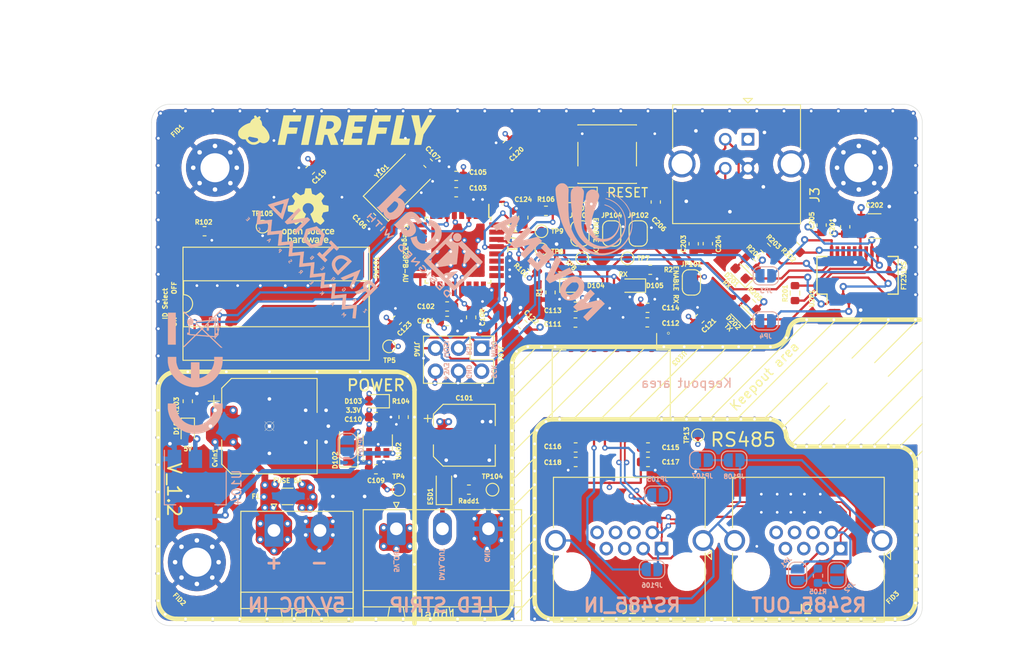
<source format=kicad_pcb>
(kicad_pcb (version 20171130) (host pcbnew 5.1.9+dfsg1-1~bpo10+1)
  (layers (0 F.Cu signal) (1 GND.Cu power) (2 POWER.Cu power) (31 B.Cu signal) (34 B.Paste user) (35 F.Paste user) (36 B.SilkS user) (37 F.SilkS user) (38 B.Mask user) (39 F.Mask user) (44 Edge.Cuts user))
  (net 0 "")
  (net 1 GND1)
  (net 2 +3V3)
  (net 3 "Net-(C106-Pad1)")
  (net 4 "Net-(C107-Pad1)")
  (net 5 "Net-(C108-Pad1)")
  (net 6 GND2)
  (net 7 +5V)
  (net 8 "Net-(D101-Pad1)")
  (net 9 "Net-(D103-Pad1)")
  (net 10 /MISO)
  (net 11 /SCK)
  (net 12 /RST)
  (net 13 /MOSI)
  (net 14 /DMX_Receive)
  (net 15 /DMX_Enable_Receive)
  (net 16 /DMX_Enable_Send)
  (net 17 /DMX_Send)
  (net 18 /RS485_transciever/DMX+)
  (net 19 /RS485_transciever/DXMgnd)
  (net 20 /RS485_transciever/DMX-)
  (net 21 /RS485_transciever/DMXTransmitterZ)
  (net 22 /RS485_transciever/DMXTransmitterY)
  (net 23 /RS485_transciever/DMXgnd)
  (net 24 /RS485_transciever/DMXchassignd)
  (net 25 "Net-(R102-Pad2)")
  (net 26 "Net-(ESD1-Pad1)")
  (net 27 /Addressable)
  (net 28 /SW_1)
  (net 29 /SW_2)
  (net 30 /SW_3)
  (net 31 /SW_4)
  (net 32 /SW_5)
  (net 33 /SW_6)
  (net 34 /SW_7)
  (net 35 /SW_8)
  (net 36 DMX_3V)
  (net 37 Vin_fused)
  (net 38 "Net-(JP1-Pad2)")
  (net 39 "Net-(JP2-Pad1)")
  (net 40 "Net-(D104-Pad1)")
  (net 41 "Net-(D105-Pad1)")
  (net 42 "Net-(C124-Pad1)")
  (net 43 "Net-(C203-Pad1)")
  (net 44 "Net-(C204-Pad1)")
  (net 45 "Net-(C205-Pad2)")
  (net 46 "Net-(C206-Pad1)")
  (net 47 "Net-(D201-Pad2)")
  (net 48 "Net-(D201-Pad1)")
  (net 49 "Net-(D202-Pad1)")
  (net 50 "Net-(D202-Pad2)")
  (net 51 /USB-serial/FTDI_TXD)
  (net 52 /USB-serial/FTDI_RXD)
  (net 53 "Net-(R201-Pad2)")
  (net 54 "Net-(R202-Pad1)")
  (net 55 "Net-(R203-Pad1)")
  (net 56 /Vin)
  (module Logo:FireFly_big (layer F.Cu) (at 156.625 61.38)
    (fp_text reference G*** hide)
    (fp_text value LOGO hide)
  )
  (module Logo:radiona-16mm (layer B.Cu) (at 154.115 75.29 135)
    (fp_text reference G*** hide)
    (fp_text value LOGO hide)
  )
  (module Logo:KiCad-Logo2_5mm_SilkScreen (layer B.Cu) (at 166.355 73.3 135)
    (fp_text reference REF** hide)
    (fp_text value KiCad-Logo2_5mm_SilkScreen hide)
  )
  (module Logo:novena (layer B.Cu) (at 183.265 73.51 135)
    (fp_text reference G*** hide)
    (fp_text value LOGO hide)
  )
  (module Logo:WEEE-Logo_4.2x6mm_SilkScreen (layer B.Cu) (at 140.901 83.234 90)
    (fp_text reference REF** hide)
    (fp_text value WEEE-Logo_4.2x6mm_SilkScreen hide)
  )
  (module Symbol:CE-Logo_8.5x6mm_SilkScreen (layer B.Cu) (at 140.901 90.6 90)
    (fp_text reference REF** hide)
    (fp_text value CE-Logo_8.5x6mm_SilkScreen hide)
  )
  (module Logo:OSHW-Logo_5.7x6mm_SilkScreen (layer F.Cu) (at 153.347 70.788)
    (fp_text reference REF** hide)
    (fp_text value OSHW-Logo_5.7x6mm_SilkScreen hide)
  )
  (module Fiducial:Fiducial_0.5mm_Mask1mm (layer F.Cu) (at 218.625 113.714 45)
    (fp_text reference FID3 (at -0.004243 -1.14127 45) (layer F.SilkS) (effects (font (size 0.5 0.5) (thickness 0.125))))
    (fp_text value FID_TLV hide)
    (pad "" smd circle (at 0 0 45) (size 0.5 0.5) (layers F.Cu F.Mask) (clearance 0.25))
  )
  (module Fiducial:Fiducial_0.5mm_Mask1mm (layer F.Cu) (at 138.107 60.628 225)
    (fp_text reference FID1 (at -0.018385 -1.152584 45) (layer F.SilkS) (effects (font (size 0.5 0.5) (thickness 0.125))))
    (fp_text value FID_ATM hide)
    (pad "" smd circle (at 0 0 225) (size 0.5 0.5) (layers F.Cu F.Mask) (clearance 0.25))
  )
  (module Capacitor_SMD:C_0603_1608Metric (layer F.Cu) (at 196.5392 82.15224 45)
    (fp_text reference C121 (at 0.176777 1.237437 45) (layer F.SilkS) (effects (font (size 0.5 0.5) (thickness 0.125))))
    (fp_text value 100n hide)
    (pad 1 smd roundrect (at -0.7875 0 45) (size 0.875 0.95) (layers F.Cu F.Paste F.Mask) (net 2 +3V3))
    (pad 2 smd roundrect (at 0.7875 0 45) (size 0.875 0.95) (layers F.Cu F.Paste F.Mask) (net 1 GND1))
  )
  (module Capacitor_SMD:C_0603_1608Metric (layer F.Cu) (at 163.167353 82.317247 45)
    (fp_text reference C123 (at -0.096383 1.237437 45) (layer F.SilkS) (effects (font (size 0.5 0.5) (thickness 0.125))))
    (fp_text value 100n hide)
    (pad 1 smd roundrect (at -0.7875 0 45) (size 0.875 0.95) (layers F.Cu F.Paste F.Mask) (net 2 +3V3))
    (pad 2 smd roundrect (at 0.7875 0 45) (size 0.875 0.95) (layers F.Cu F.Paste F.Mask) (net 1 GND1))
  )
  (module Button_Switch_SMD:SW_SPST_PTS645 (layer F.Cu) (at 186.325 64)
    (fp_text reference SW102 hide)
    (fp_text value RESET (at 2.25 4.25) (layer F.SilkS))
    (pad 2 smd rect (at -3.98 2.25) (size 1.55 1.3) (layers F.Cu F.Paste F.Mask) (net 12 /RST))
    (pad 1 smd rect (at -3.98 -2.25) (size 1.55 1.3) (layers F.Cu F.Paste F.Mask) (net 1 GND1))
    (pad 1 smd rect (at 3.98 -2.25) (size 1.55 1.3) (layers F.Cu F.Paste F.Mask) (net 1 GND1))
    (pad 2 smd rect (at 3.98 2.25) (size 1.55 1.3) (layers F.Cu F.Paste F.Mask) (net 12 /RST))
  )
  (module Resistor_SMD:R_0603_1608Metric (layer F.Cu) (at 191.075 76.75 180)
    (fp_text reference R2 (at -2 0) (layer F.SilkS) (effects (font (size 0.5 0.5) (thickness 0.125))))
    (fp_text value 300 hide)
    (pad 2 smd roundrect (at 0.7875 0 180) (size 0.875 0.95) (layers F.Cu F.Paste F.Mask) (net 41 "Net-(D105-Pad1)"))
    (pad 1 smd roundrect (at -0.7875 0 180) (size 0.875 0.95) (layers F.Cu F.Paste F.Mask) (net 1 GND1))
  )
  (module Connector_RJ:RJ45_Amphenol_RJHSE5380 (layer F.Cu) (at 212.075 107.5 180)
    (fp_text reference J2 (at 4 -6.7) (layer F.SilkS))
    (fp_text value RJ45_Shielded hide)
    (pad SH thru_hole circle (at -4.57 0.89 180) (size 2.3 2.3) (drill 1.57) (layers *.Cu *.Mask) (net 24 /RS485_transciever/DMXchassignd))
    (pad SH thru_hole circle (at 11.69 0.89 180) (size 2.3 2.3) (drill 1.57) (layers *.Cu *.Mask) (net 24 /RS485_transciever/DMXchassignd))
    (pad "" np_thru_hole circle (at 9.91 -2.54 180) (size 3.25 3.25) (drill 3.25) (layers *.Cu *.Mask))
    (pad "" np_thru_hole circle (at -2.79 -2.54 180) (size 3.25 3.25) (drill 3.25) (layers *.Cu *.Mask))
    (pad 8 thru_hole circle (at 7.112 1.78 180) (size 1.5 1.5) (drill 0.89) (layers *.Cu *.Mask))
    (pad 6 thru_hole circle (at 5.08 1.78 180) (size 1.5 1.5) (drill 0.89) (layers *.Cu *.Mask))
    (pad 4 thru_hole circle (at 3.048 1.78 180) (size 1.5 1.5) (drill 0.89) (layers *.Cu *.Mask))
    (pad 2 thru_hole circle (at 1.016 1.78 180) (size 1.5 1.5) (drill 0.89) (layers *.Cu *.Mask) (net 20 /RS485_transciever/DMX-))
    (pad 7 thru_hole circle (at 6.096 0 180) (size 1.5 1.5) (drill 0.89) (layers *.Cu *.Mask))
    (pad 5 thru_hole circle (at 4.064 0 180) (size 1.5 1.5) (drill 0.89) (layers *.Cu *.Mask))
    (pad 3 thru_hole circle (at 2.032 0 180) (size 1.5 1.5) (drill 0.89) (layers *.Cu *.Mask) (net 19 /RS485_transciever/DXMgnd))
    (pad 1 thru_hole rect (at 0 0 180) (size 1.5 1.5) (drill 0.89) (layers *.Cu *.Mask) (net 18 /RS485_transciever/DMX+))
  )
  (module Connector_RJ:RJ45_Amphenol_RJHSE5380 (layer F.Cu) (at 192.325 107.5 180)
    (fp_text reference J1 (at 3.56 -6.7) (layer F.SilkS))
    (fp_text value RJ45_Shielded hide)
    (pad 1 thru_hole rect (at 0 0 180) (size 1.5 1.5) (drill 0.89) (layers *.Cu *.Mask) (net 18 /RS485_transciever/DMX+))
    (pad 3 thru_hole circle (at 2.032 0 180) (size 1.5 1.5) (drill 0.89) (layers *.Cu *.Mask) (net 19 /RS485_transciever/DXMgnd))
    (pad 5 thru_hole circle (at 4.064 0 180) (size 1.5 1.5) (drill 0.89) (layers *.Cu *.Mask))
    (pad 7 thru_hole circle (at 6.096 0 180) (size 1.5 1.5) (drill 0.89) (layers *.Cu *.Mask))
    (pad 2 thru_hole circle (at 1.016 1.78 180) (size 1.5 1.5) (drill 0.89) (layers *.Cu *.Mask) (net 20 /RS485_transciever/DMX-))
    (pad 4 thru_hole circle (at 3.048 1.78 180) (size 1.5 1.5) (drill 0.89) (layers *.Cu *.Mask))
    (pad 6 thru_hole circle (at 5.08 1.78 180) (size 1.5 1.5) (drill 0.89) (layers *.Cu *.Mask))
    (pad 8 thru_hole circle (at 7.112 1.78 180) (size 1.5 1.5) (drill 0.89) (layers *.Cu *.Mask))
    (pad "" np_thru_hole circle (at -2.79 -2.54 180) (size 3.25 3.25) (drill 3.25) (layers *.Cu *.Mask))
    (pad "" np_thru_hole circle (at 9.91 -2.54 180) (size 3.25 3.25) (drill 3.25) (layers *.Cu *.Mask))
    (pad SH thru_hole circle (at 11.69 0.89 180) (size 2.3 2.3) (drill 1.57) (layers *.Cu *.Mask) (net 24 /RS485_transciever/DMXchassignd))
    (pad SH thru_hole circle (at -4.57 0.89 180) (size 2.3 2.3) (drill 1.57) (layers *.Cu *.Mask) (net 24 /RS485_transciever/DMXchassignd))
  )
  (module Capacitor_SMD:C_0603_1608Metric (layer F.Cu) (at 166.575 65 315)
    (fp_text reference C107 (at -0.424264 -1.131371 135) (layer F.SilkS) (effects (font (size 0.5 0.5) (thickness 0.125))))
    (fp_text value 22pF hide)
    (pad 2 smd roundrect (at 0.7875 0 315) (size 0.875 0.95) (layers F.Cu F.Paste F.Mask) (net 1 GND1))
    (pad 1 smd roundrect (at -0.7875 0 315) (size 0.875 0.95) (layers F.Cu F.Paste F.Mask) (net 4 "Net-(C107-Pad1)"))
  )
  (module Connector_Phoenix_MSTB:PhoenixContact_MSTBA_2,5_3-G-5,08_1x03_P5.08mm_Horizontal (layer F.Cu) (at 163.075 105.32)
    (fp_text reference Jadd1 (at 4.5 9.43) (layer F.SilkS))
    (fp_text value MSTBA3 hide)
    (pad 1 thru_hole roundrect (at 0 0) (size 2.08 3.6) (drill 1.4) (layers *.Cu *.Mask) (roundrect_rratio 0.1201918269230769) (net 37 Vin_fused))
    (pad 2 thru_hole oval (at 5.08 0) (size 2.08 3.6) (drill 1.4) (layers *.Cu *.Mask) (net 26 "Net-(ESD1-Pad1)"))
    (pad 3 thru_hole oval (at 10.16 0) (size 2.08 3.6) (drill 1.4) (layers *.Cu *.Mask) (net 1 GND1))
  )
  (module Capacitor_SMD:CP_Elec_10x10 (layer F.Cu) (at 149.075 94)
    (fp_text reference Cvin1 (at -6 3.5 90) (layer F.SilkS) (effects (font (size 0.5 0.5) (thickness 0.125))))
    (fp_text value "100µF 50V 27mΩ" hide)
    (pad 1 smd roundrect (at -4 0) (size 4 2.5) (layers F.Cu F.Paste F.Mask) (roundrect_rratio 0.1) (net 56 /Vin))
    (pad 2 smd roundrect (at 4 0) (size 4 2.5) (layers F.Cu F.Paste F.Mask) (roundrect_rratio 0.1) (net 1 GND1))
  )
  (module Jumper:SolderJumper-2_P1.3mm_Open_RoundedPad1.0x1.5mm (layer B.Cu) (at 196.825 97.75)
    (fp_text reference JP107 (at 0 1.75) (layer B.SilkS) (effects (font (size 0.5 0.5) (thickness 0.125)) (justify mirror)))
    (fp_text value SolderJumper_2_Open hide)
    (pad 2 smd custom (at 0.65 0) (size 1 0.5) (layers B.Cu B.Mask) (net 23 /RS485_transciever/DMXgnd) (options (clearance outline) (anchor rect)) (primitives (gr_circle (center 0 -0.25) (end 0.5 -0.25) (width 0)) (gr_circle (center 0 0.25) (end 0.5 0.25) (width 0)) (gr_poly (pts (xy 0 0.75) (xy -0.5 0.75) (xy -0.5 -0.75) (xy 0 -0.75)) (width 0))))
    (pad 1 smd custom (at -0.65 0) (size 1 0.5) (layers B.Cu B.Mask) (net 6 GND2) (options (clearance outline) (anchor rect)) (primitives (gr_circle (center 0 -0.25) (end 0.5 -0.25) (width 0)) (gr_circle (center 0 0.25) (end 0.5 0.25) (width 0)) (gr_poly (pts (xy 0 0.75) (xy 0.5 0.75) (xy 0.5 -0.75) (xy 0 -0.75)) (width 0))))
  )
  (module Jumper:SolderJumper-2_P1.3mm_Open_RoundedPad1.0x1.5mm (layer B.Cu) (at 191.875 101.6 180)
    (fp_text reference JP105 (at 0 1.75) (layer B.SilkS) (effects (font (size 0.5 0.5) (thickness 0.125)) (justify mirror)))
    (fp_text value SolderJumper_2_Open hide)
    (pad 2 smd custom (at 0.65 0 180) (size 1 0.5) (layers B.Cu B.Mask) (net 20 /RS485_transciever/DMX-) (options (clearance outline) (anchor rect)) (primitives (gr_circle (center 0 -0.25) (end 0.5 -0.25) (width 0)) (gr_circle (center 0 0.25) (end 0.5 0.25) (width 0)) (gr_poly (pts (xy 0 0.75) (xy -0.5 0.75) (xy -0.5 -0.75) (xy 0 -0.75)) (width 0))))
    (pad 1 smd custom (at -0.65 0 180) (size 1 0.5) (layers B.Cu B.Mask) (net 21 /RS485_transciever/DMXTransmitterZ) (options (clearance outline) (anchor rect)) (primitives (gr_circle (center 0 -0.25) (end 0.5 -0.25) (width 0)) (gr_circle (center 0 0.25) (end 0.5 0.25) (width 0)) (gr_poly (pts (xy 0 0.75) (xy 0.5 0.75) (xy 0.5 -0.75) (xy 0 -0.75)) (width 0))))
  )
  (module Jumper:SolderJumper-2_P1.3mm_Open_RoundedPad1.0x1.5mm (layer B.Cu) (at 191.275 109.8)
    (fp_text reference JP106 (at 0 1.75) (layer B.SilkS) (effects (font (size 0.5 0.5) (thickness 0.125)) (justify mirror)))
    (fp_text value SolderJumper_2_Open hide)
    (pad 1 smd custom (at -0.65 0) (size 1 0.5) (layers B.Cu B.Mask) (net 22 /RS485_transciever/DMXTransmitterY) (options (clearance outline) (anchor rect)) (primitives (gr_circle (center 0 -0.25) (end 0.5 -0.25) (width 0)) (gr_circle (center 0 0.25) (end 0.5 0.25) (width 0)) (gr_poly (pts (xy 0 0.75) (xy 0.5 0.75) (xy 0.5 -0.75) (xy 0 -0.75)) (width 0))))
    (pad 2 smd custom (at 0.65 0) (size 1 0.5) (layers B.Cu B.Mask) (net 18 /RS485_transciever/DMX+) (options (clearance outline) (anchor rect)) (primitives (gr_circle (center 0 -0.25) (end 0.5 -0.25) (width 0)) (gr_circle (center 0 0.25) (end 0.5 0.25) (width 0)) (gr_poly (pts (xy 0 0.75) (xy -0.5 0.75) (xy -0.5 -0.75) (xy 0 -0.75)) (width 0))))
  )
  (module Capacitor_SMD:C_0603_1608Metric (layer F.Cu) (at 168.675 80.8)
    (fp_text reference C102 (at -2.35 0) (layer F.SilkS) (effects (font (size 0.5 0.5) (thickness 0.125))))
    (fp_text value 100n hide)
    (pad 1 smd roundrect (at -0.7875 0) (size 0.875 0.95) (layers F.Cu F.Paste F.Mask) (net 2 +3V3))
    (pad 2 smd roundrect (at 0.7875 0) (size 0.875 0.95) (layers F.Cu F.Paste F.Mask) (net 1 GND1))
  )
  (module Capacitor_SMD:C_0603_1608Metric (layer F.Cu) (at 169.675 68.2 180)
    (fp_text reference C103 (at -2.4 0.45 180) (layer F.SilkS) (effects (font (size 0.5 0.5) (thickness 0.125))))
    (fp_text value 100n hide)
    (pad 2 smd roundrect (at 0.7875 0 180) (size 0.875 0.95) (layers F.Cu F.Paste F.Mask) (net 1 GND1))
    (pad 1 smd roundrect (at -0.7875 0 180) (size 0.875 0.95) (layers F.Cu F.Paste F.Mask) (net 2 +3V3))
  )
  (module Capacitor_SMD:C_0603_1608Metric (layer F.Cu) (at 168.675 82.4)
    (fp_text reference C104 (at -2.35 0) (layer F.SilkS) (effects (font (size 0.5 0.5) (thickness 0.125))))
    (fp_text value 10n hide)
    (pad 1 smd roundrect (at -0.7875 0) (size 0.875 0.95) (layers F.Cu F.Paste F.Mask) (net 2 +3V3))
    (pad 2 smd roundrect (at 0.7875 0) (size 0.875 0.95) (layers F.Cu F.Paste F.Mask) (net 1 GND1))
  )
  (module Capacitor_SMD:C_0603_1608Metric (layer F.Cu) (at 169.675 66.4 180)
    (fp_text reference C105 (at -2.4 0.4) (layer F.SilkS) (effects (font (size 0.5 0.5) (thickness 0.125))))
    (fp_text value 10n hide)
    (pad 2 smd roundrect (at 0.7875 0 180) (size 0.875 0.95) (layers F.Cu F.Paste F.Mask) (net 1 GND1))
    (pad 1 smd roundrect (at -0.7875 0 180) (size 0.875 0.95) (layers F.Cu F.Paste F.Mask) (net 2 +3V3))
  )
  (module Capacitor_SMD:C_0603_1608Metric (layer F.Cu) (at 160.325 71 315)
    (fp_text reference C106 (at -0.601041 1.237437 135) (layer F.SilkS) (effects (font (size 0.5 0.5) (thickness 0.125))))
    (fp_text value 22pF hide)
    (pad 1 smd roundrect (at -0.7875 0 315) (size 0.875 0.95) (layers F.Cu F.Paste F.Mask) (net 3 "Net-(C106-Pad1)"))
    (pad 2 smd roundrect (at 0.7875 0 315) (size 0.875 0.95) (layers F.Cu F.Paste F.Mask) (net 1 GND1))
  )
  (module Capacitor_SMD:C_0603_1608Metric (layer F.Cu) (at 171.325 82 270)
    (fp_text reference C108 (at 0 -1.25 90) (layer F.SilkS) (effects (font (size 0.5 0.5) (thickness 0.125))))
    (fp_text value 100n hide)
    (pad 2 smd roundrect (at 0.7875 0 270) (size 0.875 0.95) (layers F.Cu F.Paste F.Mask) (net 1 GND1))
    (pad 1 smd roundrect (at -0.7875 0 270) (size 0.875 0.95) (layers F.Cu F.Paste F.Mask) (net 5 "Net-(C108-Pad1)"))
  )
  (module Capacitor_SMD:C_0603_1608Metric (layer F.Cu) (at 160.825 98.75)
    (fp_text reference C109 (at 0 1.25 180) (layer F.SilkS) (effects (font (size 0.5 0.5) (thickness 0.125))))
    (fp_text value 1uF hide)
    (pad 2 smd roundrect (at 0.7875 0) (size 0.875 0.95) (layers F.Cu F.Paste F.Mask) (net 1 GND1))
    (pad 1 smd roundrect (at -0.7875 0) (size 0.875 0.95) (layers F.Cu F.Paste F.Mask) (net 7 +5V))
  )
  (module Capacitor_SMD:C_0603_1608Metric (layer F.Cu) (at 160.825 93)
    (fp_text reference C110 (at -2.5 0.25) (layer F.SilkS) (effects (font (size 0.5 0.5) (thickness 0.125))))
    (fp_text value 1uF hide)
    (pad 1 smd roundrect (at -0.7875 0) (size 0.875 0.95) (layers F.Cu F.Paste F.Mask) (net 2 +3V3))
    (pad 2 smd roundrect (at 0.7875 0) (size 0.875 0.95) (layers F.Cu F.Paste F.Mask) (net 1 GND1))
  )
  (module Capacitor_SMD:C_0603_1608Metric (layer F.Cu) (at 182.825 82.575 180)
    (fp_text reference C111 (at 2.5 -0.175) (layer F.SilkS) (effects (font (size 0.5 0.5) (thickness 0.125))))
    (fp_text value 10n hide)
    (pad 1 smd roundrect (at -0.7875 0 180) (size 0.875 0.95) (layers F.Cu F.Paste F.Mask) (net 2 +3V3))
    (pad 2 smd roundrect (at 0.7875 0 180) (size 0.875 0.95) (layers F.Cu F.Paste F.Mask) (net 1 GND1))
  )
  (module Capacitor_SMD:C_0603_1608Metric (layer F.Cu) (at 190.75 82.55 180)
    (fp_text reference C112 (at -2.575 -0.1) (layer F.SilkS) (effects (font (size 0.5 0.5) (thickness 0.125))))
    (fp_text value 10n hide)
    (pad 2 smd roundrect (at 0.7875 0 180) (size 0.875 0.95) (layers F.Cu F.Paste F.Mask) (net 2 +3V3))
    (pad 1 smd roundrect (at -0.7875 0 180) (size 0.875 0.95) (layers F.Cu F.Paste F.Mask) (net 1 GND1))
  )
  (module Capacitor_SMD:C_0603_1608Metric (layer F.Cu) (at 182.85 80.825)
    (fp_text reference C113 (at -2.525 0.425) (layer F.SilkS) (effects (font (size 0.5 0.5) (thickness 0.125))))
    (fp_text value 100n hide)
    (pad 1 smd roundrect (at -0.7875 0) (size 0.875 0.95) (layers F.Cu F.Paste F.Mask) (net 1 GND1))
    (pad 2 smd roundrect (at 0.7875 0) (size 0.875 0.95) (layers F.Cu F.Paste F.Mask) (net 2 +3V3))
  )
  (module Capacitor_SMD:C_0603_1608Metric (layer F.Cu) (at 190.775 80.95)
    (fp_text reference C114 (at 2.55 0) (layer F.SilkS) (effects (font (size 0.5 0.5) (thickness 0.125))))
    (fp_text value 100n hide)
    (pad 1 smd roundrect (at -0.7875 0) (size 0.875 0.95) (layers F.Cu F.Paste F.Mask) (net 2 +3V3))
    (pad 2 smd roundrect (at 0.7875 0) (size 0.875 0.95) (layers F.Cu F.Paste F.Mask) (net 1 GND1))
  )
  (module Capacitor_SMD:C_0603_1608Metric (layer F.Cu) (at 190.825 96.35)
    (fp_text reference C115 (at 2.5 0) (layer F.SilkS) (effects (font (size 0.5 0.5) (thickness 0.125))))
    (fp_text value 10n hide)
    (pad 1 smd roundrect (at -0.7875 0) (size 0.875 0.95) (layers F.Cu F.Paste F.Mask) (net 36 DMX_3V))
    (pad 2 smd roundrect (at 0.7875 0) (size 0.875 0.95) (layers F.Cu F.Paste F.Mask) (net 6 GND2))
  )
  (module Capacitor_SMD:C_0603_1608Metric (layer F.Cu) (at 182.85 96.35)
    (fp_text reference C116 (at -2.525 -0.1) (layer F.SilkS) (effects (font (size 0.5 0.5) (thickness 0.125))))
    (fp_text value 10n hide)
    (pad 1 smd roundrect (at -0.7875 0) (size 0.875 0.95) (layers F.Cu F.Paste F.Mask) (net 6 GND2))
    (pad 2 smd roundrect (at 0.7875 0) (size 0.875 0.95) (layers F.Cu F.Paste F.Mask) (net 36 DMX_3V))
  )
  (module Capacitor_SMD:C_0603_1608Metric (layer F.Cu) (at 190.825 97.95)
    (fp_text reference C117 (at 2.5 0) (layer F.SilkS) (effects (font (size 0.5 0.5) (thickness 0.125))))
    (fp_text value 100n hide)
    (pad 2 smd roundrect (at 0.7875 0) (size 0.875 0.95) (layers F.Cu F.Paste F.Mask) (net 6 GND2))
    (pad 1 smd roundrect (at -0.7875 0) (size 0.875 0.95) (layers F.Cu F.Paste F.Mask) (net 36 DMX_3V))
  )
  (module Capacitor_SMD:C_0603_1608Metric (layer F.Cu) (at 182.85 97.95)
    (fp_text reference C118 (at -2.525 0.05) (layer F.SilkS) (effects (font (size 0.5 0.5) (thickness 0.125))))
    (fp_text value 100n hide)
    (pad 2 smd roundrect (at 0.7875 0) (size 0.875 0.95) (layers F.Cu F.Paste F.Mask) (net 36 DMX_3V))
    (pad 1 smd roundrect (at -0.7875 0) (size 0.875 0.95) (layers F.Cu F.Paste F.Mask) (net 6 GND2))
  )
  (module LED_SMD:LED_0603_1608Metric (layer F.Cu) (at 140.075 94.6 270)
    (fp_text reference D101 (at -0.6 1.25 90) (layer F.SilkS) (effects (font (size 0.5 0.5) (thickness 0.125))))
    (fp_text value LED_5V hide)
    (pad 1 smd roundrect (at -0.7875 0 270) (size 0.875 0.95) (layers F.Cu F.Paste F.Mask) (net 8 "Net-(D101-Pad1)"))
    (pad 2 smd roundrect (at 0.7875 0 270) (size 0.875 0.95) (layers F.Cu F.Paste F.Mask) (net 7 +5V))
  )
  (module Diode_SMD:D_SOD-123 (layer F.Cu) (at 157.825 96.25 90)
    (fp_text reference D102 (at -1.5 -1.5 90) (layer F.SilkS) (effects (font (size 0.5 0.5) (thickness 0.125))))
    (fp_text value D_Schottky_Small hide)
    (pad 1 smd rect (at -1.65 0 90) (size 0.9 1.2) (layers F.Cu F.Paste F.Mask) (net 7 +5V))
    (pad 2 smd rect (at 1.65 0 90) (size 0.9 1.2) (layers F.Cu F.Paste F.Mask) (net 2 +3V3))
  )
  (module LED_SMD:LED_0603_1608Metric (layer F.Cu) (at 160.825 91.25 180)
    (fp_text reference D103 (at 2.5 0 180) (layer F.SilkS) (effects (font (size 0.5 0.5) (thickness 0.125))))
    (fp_text value LED_3V hide)
    (pad 2 smd roundrect (at 0.7875 0 180) (size 0.875 0.95) (layers F.Cu F.Paste F.Mask) (net 2 +3V3))
    (pad 1 smd roundrect (at -0.7875 0 180) (size 0.875 0.95) (layers F.Cu F.Paste F.Mask) (net 9 "Net-(D103-Pad1)"))
  )
  (module Connector_PinHeader_2.54mm:PinHeader_2x03_P2.54mm_Vertical (layer F.Cu) (at 172.475 85.4 270)
    (fp_text reference J101 (at 0.6 -2.1 270 unlocked) (layer F.SilkS) (effects (font (size 0.5 0.5) (thickness 0.125))))
    (fp_text value Conn_02x03_Counter_Clockwise hide)
    (pad 1 thru_hole rect (at 0 0 270) (size 1.7 1.7) (drill 1) (layers *.Cu *.Mask) (net 10 /MISO))
    (pad 2 thru_hole oval (at 2.54 0 270) (size 1.7 1.7) (drill 1) (layers *.Cu *.Mask) (net 11 /SCK))
    (pad 3 thru_hole oval (at 0 2.54 270) (size 1.7 1.7) (drill 1) (layers *.Cu *.Mask) (net 12 /RST))
    (pad 4 thru_hole oval (at 2.54 2.54 270) (size 1.7 1.7) (drill 1) (layers *.Cu *.Mask) (net 1 GND1))
    (pad 5 thru_hole oval (at 0 5.08 270) (size 1.7 1.7) (drill 1) (layers *.Cu *.Mask) (net 13 /MOSI))
    (pad 6 thru_hole oval (at 2.54 5.08 270) (size 1.7 1.7) (drill 1) (layers *.Cu *.Mask) (net 2 +3V3))
  )
  (module Jumper:SolderJumper-2_P1.3mm_Open_RoundedPad1.0x1.5mm (layer F.Cu) (at 195.6126 78.14892 270)
    (fp_text reference JP101 (at -2 0) (layer F.SilkS) (effects (font (size 0.5 0.5) (thickness 0.125))))
    (fp_text value Receiver_Disable1 hide)
    (pad 2 smd custom (at 0.65 0 270) (size 1 0.5) (layers F.Cu F.Mask) (net 15 /DMX_Enable_Receive) (options (clearance outline) (anchor rect)) (primitives (gr_circle (center 0 0.25) (end 0.5 0.25) (width 0)) (gr_circle (center 0 -0.25) (end 0.5 -0.25) (width 0)) (gr_poly (pts (xy 0 -0.75) (xy -0.5 -0.75) (xy -0.5 0.75) (xy 0 0.75)) (width 0))))
    (pad 1 smd custom (at -0.65 0 270) (size 1 0.5) (layers F.Cu F.Mask) (net 2 +3V3) (options (clearance outline) (anchor rect)) (primitives (gr_circle (center 0 0.25) (end 0.5 0.25) (width 0)) (gr_circle (center 0 -0.25) (end 0.5 -0.25) (width 0)) (gr_poly (pts (xy 0 -0.75) (xy 0.5 -0.75) (xy 0.5 0.75) (xy 0 0.75)) (width 0))))
  )
  (module Jumper:SolderJumper-2_P1.3mm_Open_RoundedPad1.0x1.5mm (layer F.Cu) (at 189.7452 72.74888 90)
    (fp_text reference JP102 (at 2 0) (layer F.SilkS) (effects (font (size 0.5 0.5) (thickness 0.125))))
    (fp_text value Receiver_Enable1 hide)
    (pad 1 smd custom (at -0.65 0 90) (size 1 0.5) (layers F.Cu F.Mask) (net 15 /DMX_Enable_Receive) (options (clearance outline) (anchor rect)) (primitives (gr_circle (center 0 0.25) (end 0.5 0.25) (width 0)) (gr_circle (center 0 -0.25) (end 0.5 -0.25) (width 0)) (gr_poly (pts (xy 0 -0.75) (xy 0.5 -0.75) (xy 0.5 0.75) (xy 0 0.75)) (width 0))))
    (pad 2 smd custom (at 0.65 0 90) (size 1 0.5) (layers F.Cu F.Mask) (net 1 GND1) (options (clearance outline) (anchor rect)) (primitives (gr_circle (center 0 0.25) (end 0.5 0.25) (width 0)) (gr_circle (center 0 -0.25) (end 0.5 -0.25) (width 0)) (gr_poly (pts (xy 0 -0.75) (xy -0.5 -0.75) (xy -0.5 0.75) (xy 0 0.75)) (width 0))))
  )
  (module Jumper:SolderJumper-2_P1.3mm_Open_RoundedPad1.0x1.5mm (layer F.Cu) (at 183.325 72.75 270)
    (fp_text reference JP103 (at -2 0) (layer F.SilkS) (effects (font (size 0.5 0.5) (thickness 0.125))))
    (fp_text value Driver_Enable1 hide)
    (pad 2 smd custom (at 0.65 0 270) (size 1 0.5) (layers F.Cu F.Mask) (net 16 /DMX_Enable_Send) (options (clearance outline) (anchor rect)) (primitives (gr_circle (center 0 0.25) (end 0.5 0.25) (width 0)) (gr_circle (center 0 -0.25) (end 0.5 -0.25) (width 0)) (gr_poly (pts (xy 0 -0.75) (xy -0.5 -0.75) (xy -0.5 0.75) (xy 0 0.75)) (width 0))))
    (pad 1 smd custom (at -0.65 0 270) (size 1 0.5) (layers F.Cu F.Mask) (net 2 +3V3) (options (clearance outline) (anchor rect)) (primitives (gr_circle (center 0 0.25) (end 0.5 0.25) (width 0)) (gr_circle (center 0 -0.25) (end 0.5 -0.25) (width 0)) (gr_poly (pts (xy 0 -0.75) (xy 0.5 -0.75) (xy 0.5 0.75) (xy 0 0.75)) (width 0))))
  )
  (module Jumper:SolderJumper-2_P1.3mm_Open_RoundedPad1.0x1.5mm (layer F.Cu) (at 186.825 72.75 90)
    (fp_text reference JP104 (at 2 0 180) (layer F.SilkS) (effects (font (size 0.5 0.5) (thickness 0.125))))
    (fp_text value Driver_Disable1 hide)
    (pad 1 smd custom (at -0.65 0 90) (size 1 0.5) (layers F.Cu F.Mask) (net 16 /DMX_Enable_Send) (options (clearance outline) (anchor rect)) (primitives (gr_circle (center 0 0.25) (end 0.5 0.25) (width 0)) (gr_circle (center 0 -0.25) (end 0.5 -0.25) (width 0)) (gr_poly (pts (xy 0 -0.75) (xy 0.5 -0.75) (xy 0.5 0.75) (xy 0 0.75)) (width 0))))
    (pad 2 smd custom (at 0.65 0 90) (size 1 0.5) (layers F.Cu F.Mask) (net 1 GND1) (options (clearance outline) (anchor rect)) (primitives (gr_circle (center 0 0.25) (end 0.5 0.25) (width 0)) (gr_circle (center 0 -0.25) (end 0.5 -0.25) (width 0)) (gr_poly (pts (xy 0 -0.75) (xy -0.5 -0.75) (xy -0.5 0.75) (xy 0 0.75)) (width 0))))
  )
  (module Jumper:SolderJumper-2_P1.3mm_Open_RoundedPad1.0x1.5mm (layer B.Cu) (at 200.325 97.75)
    (fp_text reference JP108 (at 0 1.8) (layer B.SilkS) (effects (font (size 0.5 0.5) (thickness 0.125)) (justify mirror)))
    (fp_text value SolderJumper_2_Open hide)
    (pad 1 smd custom (at -0.65 0) (size 1 0.5) (layers B.Cu B.Mask) (net 23 /RS485_transciever/DMXgnd) (options (clearance outline) (anchor rect)) (primitives (gr_circle (center 0 -0.25) (end 0.5 -0.25) (width 0)) (gr_circle (center 0 0.25) (end 0.5 0.25) (width 0)) (gr_poly (pts (xy 0 0.75) (xy 0.5 0.75) (xy 0.5 -0.75) (xy 0 -0.75)) (width 0))))
    (pad 2 smd custom (at 0.65 0) (size 1 0.5) (layers B.Cu B.Mask) (net 24 /RS485_transciever/DMXchassignd) (options (clearance outline) (anchor rect)) (primitives (gr_circle (center 0 -0.25) (end 0.5 -0.25) (width 0)) (gr_circle (center 0 0.25) (end 0.5 0.25) (width 0)) (gr_poly (pts (xy 0 0.75) (xy -0.5 0.75) (xy -0.5 -0.75) (xy 0 -0.75)) (width 0))))
  )
  (module Resistor_SMD:R_0603_1608Metric (layer F.Cu) (at 178.044848 76.386396 315)
    (fp_text reference R101 (at -0.55 1.15 135) (layer F.SilkS) (effects (font (size 0.5 0.5) (thickness 0.125))))
    (fp_text value 4K7 hide)
    (pad 2 smd roundrect (at 0.7875 0 315) (size 0.875 0.95) (layers F.Cu F.Paste F.Mask) (net 2 +3V3))
    (pad 1 smd roundrect (at -0.7875 0 315) (size 0.875 0.95) (layers F.Cu F.Paste F.Mask) (net 42 "Net-(C124-Pad1)"))
  )
  (module Resistor_SMD:R_0603_1608Metric (layer F.Cu) (at 141.925 72.5 180)
    (fp_text reference R102 (at 0.1 1) (layer F.SilkS) (effects (font (size 0.5 0.5) (thickness 0.125))))
    (fp_text value 1K hide)
    (pad 1 smd roundrect (at -0.7875 0 180) (size 0.875 0.95) (layers F.Cu F.Paste F.Mask) (net 1 GND1))
    (pad 2 smd roundrect (at 0.7875 0 180) (size 0.875 0.95) (layers F.Cu F.Paste F.Mask) (net 25 "Net-(R102-Pad2)"))
  )
  (module Resistor_SMD:R_0603_1608Metric (layer F.Cu) (at 140.075 91.25 270)
    (fp_text reference R103 (at 0.5 1.25 90) (layer F.SilkS) (effects (font (size 0.5 0.5) (thickness 0.125))))
    (fp_text value 300 hide)
    (pad 1 smd roundrect (at -0.7875 0 270) (size 0.875 0.95) (layers F.Cu F.Paste F.Mask) (net 1 GND1))
    (pad 2 smd roundrect (at 0.7875 0 270) (size 0.875 0.95) (layers F.Cu F.Paste F.Mask) (net 8 "Net-(D101-Pad1)"))
  )
  (module Resistor_SMD:R_0603_1608Metric (layer F.Cu) (at 163.875 93 90)
    (fp_text reference R104 (at 1.75 -0.3) (layer F.SilkS) (effects (font (size 0.5 0.5) (thickness 0.125))))
    (fp_text value 300 hide)
    (pad 2 smd roundrect (at 0.7875 0 90) (size 0.875 0.95) (layers F.Cu F.Paste F.Mask) (net 9 "Net-(D103-Pad1)"))
    (pad 1 smd roundrect (at -0.7875 0 90) (size 0.875 0.95) (layers F.Cu F.Paste F.Mask) (net 1 GND1))
  )
  (module Resistor_SMD:R_0603_1608Metric (layer B.Cu) (at 209.575 110.5 270)
    (fp_text reference R105 (at 1.75 0) (layer B.SilkS) (effects (font (size 0.5 0.5) (thickness 0.125)) (justify mirror)))
    (fp_text value 120R hide)
    (pad 1 smd roundrect (at -0.7875 0 270) (size 0.875 0.95) (layers B.Cu B.Paste B.Mask) (net 38 "Net-(JP1-Pad2)"))
    (pad 2 smd roundrect (at 0.7875 0 270) (size 0.875 0.95) (layers B.Cu B.Paste B.Mask) (net 39 "Net-(JP2-Pad1)"))
  )
  (module Resistor_SMD:R_0603_1608Metric (layer F.Cu) (at 171.075 101)
    (fp_text reference Radd1 (at 0 1.25) (layer F.SilkS) (effects (font (size 0.5 0.5) (thickness 0.125))))
    (fp_text value 1k hide)
    (pad 1 smd roundrect (at -0.7875 0) (size 0.875 0.95) (layers F.Cu F.Paste F.Mask) (net 26 "Net-(ESD1-Pad1)"))
    (pad 2 smd roundrect (at 0.7875 0) (size 0.875 0.95) (layers F.Cu F.Paste F.Mask) (net 27 /Addressable))
  )
  (module Package_DIP:DIP-16_W8.89mm_SMDSocket_LongPads (layer F.Cu) (at 149.825 80.5 90)
    (fp_text reference SW101 (at 4 11.05 90) (layer F.SilkS) (effects (font (size 0.5 0.5) (thickness 0.125))))
    (fp_text value SW_DIP_x08 hide)
    (pad 1 smd rect (at -4.445 -8.89 90) (size 3.1 1.6) (layers F.Cu F.Paste F.Mask) (net 28 /SW_1))
    (pad 9 smd rect (at 4.445 8.89 90) (size 3.1 1.6) (layers F.Cu F.Paste F.Mask) (net 25 "Net-(R102-Pad2)"))
    (pad 2 smd rect (at -4.445 -6.35 90) (size 3.1 1.6) (layers F.Cu F.Paste F.Mask) (net 29 /SW_2))
    (pad 10 smd rect (at 4.445 6.35 90) (size 3.1 1.6) (layers F.Cu F.Paste F.Mask) (net 25 "Net-(R102-Pad2)"))
    (pad 3 smd rect (at -4.445 -3.81 90) (size 3.1 1.6) (layers F.Cu F.Paste F.Mask) (net 30 /SW_3))
    (pad 11 smd rect (at 4.445 3.81 90) (size 3.1 1.6) (layers F.Cu F.Paste F.Mask) (net 25 "Net-(R102-Pad2)"))
    (pad 4 smd rect (at -4.445 -1.27 90) (size 3.1 1.6) (layers F.Cu F.Paste F.Mask) (net 31 /SW_4))
    (pad 12 smd rect (at 4.445 1.27 90) (size 3.1 1.6) (layers F.Cu F.Paste F.Mask) (net 25 "Net-(R102-Pad2)"))
    (pad 5 smd rect (at -4.445 1.27 90) (size 3.1 1.6) (layers F.Cu F.Paste F.Mask) (net 32 /SW_5))
    (pad 13 smd rect (at 4.445 -1.27 90) (size 3.1 1.6) (layers F.Cu F.Paste F.Mask) (net 25 "Net-(R102-Pad2)"))
    (pad 6 smd rect (at -4.445 3.81 90) (size 3.1 1.6) (layers F.Cu F.Paste F.Mask) (net 33 /SW_6))
    (pad 14 smd rect (at 4.445 -3.81 90) (size 3.1 1.6) (layers F.Cu F.Paste F.Mask) (net 25 "Net-(R102-Pad2)"))
    (pad 7 smd rect (at -4.445 6.35 90) (size 3.1 1.6) (layers F.Cu F.Paste F.Mask) (net 34 /SW_7))
    (pad 15 smd rect (at 4.445 -6.35 90) (size 3.1 1.6) (layers F.Cu F.Paste F.Mask) (net 25 "Net-(R102-Pad2)"))
    (pad 8 smd rect (at -4.445 8.89 90) (size 3.1 1.6) (layers F.Cu F.Paste F.Mask) (net 35 /SW_8))
    (pad 16 smd rect (at 4.445 -8.89 90) (size 3.1 1.6) (layers F.Cu F.Paste F.Mask) (net 25 "Net-(R102-Pad2)"))
  )
  (module Package_QFP:TQFP-32_7x7mm_P0.8mm (layer F.Cu) (at 169.875 74.6 270)
    (fp_text reference U101 (at -1.6 -5.95 270 unlocked) (layer F.SilkS))
    (fp_text value ATmega328PB-AU hide)
    (pad 1 smd rect (at -4.25 -2.8 270) (size 1.6 0.55) (layers F.Cu F.Paste F.Mask) (net 27 /Addressable))
    (pad 2 smd rect (at -4.25 -2 270) (size 1.6 0.55) (layers F.Cu F.Paste F.Mask))
    (pad 3 smd rect (at -4.25 -1.2 270) (size 1.6 0.55) (layers F.Cu F.Paste F.Mask) (net 28 /SW_1))
    (pad 4 smd rect (at -4.25 -0.4 270) (size 1.6 0.55) (layers F.Cu F.Paste F.Mask) (net 2 +3V3))
    (pad 5 smd rect (at -4.25 0.4 270) (size 1.6 0.55) (layers F.Cu F.Paste F.Mask) (net 1 GND1))
    (pad 6 smd rect (at -4.25 1.2 270) (size 1.6 0.55) (layers F.Cu F.Paste F.Mask) (net 29 /SW_2))
    (pad 7 smd rect (at -4.25 2 270) (size 1.6 0.55) (layers F.Cu F.Paste F.Mask) (net 4 "Net-(C107-Pad1)"))
    (pad 8 smd rect (at -4.25 2.8 270) (size 1.6 0.55) (layers F.Cu F.Paste F.Mask) (net 3 "Net-(C106-Pad1)"))
    (pad 9 smd rect (at -2.8 4.25) (size 1.6 0.55) (layers F.Cu F.Paste F.Mask) (net 30 /SW_3))
    (pad 10 smd rect (at -2 4.25) (size 1.6 0.55) (layers F.Cu F.Paste F.Mask) (net 31 /SW_4))
    (pad 11 smd rect (at -1.2 4.25) (size 1.6 0.55) (layers F.Cu F.Paste F.Mask) (net 32 /SW_5))
    (pad 12 smd rect (at -0.4 4.25) (size 1.6 0.55) (layers F.Cu F.Paste F.Mask) (net 33 /SW_6))
    (pad 13 smd rect (at 0.4 4.25) (size 1.6 0.55) (layers F.Cu F.Paste F.Mask) (net 34 /SW_7))
    (pad 14 smd rect (at 1.2 4.25) (size 1.6 0.55) (layers F.Cu F.Paste F.Mask) (net 35 /SW_8))
    (pad 15 smd rect (at 2 4.25) (size 1.6 0.55) (layers F.Cu F.Paste F.Mask) (net 13 /MOSI))
    (pad 16 smd rect (at 2.8 4.25) (size 1.6 0.55) (layers F.Cu F.Paste F.Mask) (net 10 /MISO))
    (pad 17 smd rect (at 4.25 2.8 270) (size 1.6 0.55) (layers F.Cu F.Paste F.Mask) (net 11 /SCK))
    (pad 18 smd rect (at 4.25 2 270) (size 1.6 0.55) (layers F.Cu F.Paste F.Mask) (net 2 +3V3))
    (pad 19 smd rect (at 4.25 1.2 270) (size 1.6 0.55) (layers F.Cu F.Paste F.Mask))
    (pad 20 smd rect (at 4.25 0.4 270) (size 1.6 0.55) (layers F.Cu F.Paste F.Mask) (net 5 "Net-(C108-Pad1)"))
    (pad 21 smd rect (at 4.25 -0.4 270) (size 1.6 0.55) (layers F.Cu F.Paste F.Mask) (net 1 GND1))
    (pad 22 smd rect (at 4.25 -1.2 270) (size 1.6 0.55) (layers F.Cu F.Paste F.Mask) (net 27 /Addressable))
    (pad 23 smd rect (at 4.25 -2 270) (size 1.6 0.55) (layers F.Cu F.Paste F.Mask))
    (pad 24 smd rect (at 4.25 -2.8 270) (size 1.6 0.55) (layers F.Cu F.Paste F.Mask))
    (pad 25 smd rect (at 2.8 -4.25) (size 1.6 0.55) (layers F.Cu F.Paste F.Mask))
    (pad 26 smd rect (at 2 -4.25) (size 1.6 0.55) (layers F.Cu F.Paste F.Mask))
    (pad 27 smd rect (at 1.2 -4.25) (size 1.6 0.55) (layers F.Cu F.Paste F.Mask))
    (pad 28 smd rect (at 0.4 -4.25) (size 1.6 0.55) (layers F.Cu F.Paste F.Mask))
    (pad 29 smd rect (at -0.4 -4.25) (size 1.6 0.55) (layers F.Cu F.Paste F.Mask) (net 42 "Net-(C124-Pad1)"))
    (pad 30 smd rect (at -1.2 -4.25) (size 1.6 0.55) (layers F.Cu F.Paste F.Mask) (net 14 /DMX_Receive))
    (pad 31 smd rect (at -2 -4.25) (size 1.6 0.55) (layers F.Cu F.Paste F.Mask) (net 17 /DMX_Send))
    (pad 32 smd rect (at -2.8 -4.25) (size 1.6 0.55) (layers F.Cu F.Paste F.Mask))
  )
  (module Package_TO_SOT_SMD:SOT-23-5 (layer F.Cu) (at 161.025 95.85 90)
    (fp_text reference U102 (at -0.9 2.3 90 unlocked) (layer F.SilkS) (effects (font (size 0.5 0.5) (thickness 0.125))))
    (fp_text value TLV75733PDBV hide)
    (pad 1 smd rect (at -1.1 -0.95 90) (size 1.06 0.65) (layers F.Cu F.Paste F.Mask) (net 7 +5V))
    (pad 2 smd rect (at -1.1 0 90) (size 1.06 0.65) (layers F.Cu F.Paste F.Mask) (net 1 GND1))
    (pad 3 smd rect (at -1.1 0.95 90) (size 1.06 0.65) (layers F.Cu F.Paste F.Mask) (net 7 +5V))
    (pad 4 smd rect (at 1.1 0.95 90) (size 1.06 0.65) (layers F.Cu F.Paste F.Mask))
    (pad 5 smd rect (at 1.1 -0.95 90) (size 1.06 0.65) (layers F.Cu F.Paste F.Mask) (net 2 +3V3))
  )
  (module Package_SO:SOIC-16W_7.5x12.8mm_P1.27mm (layer F.Cu) (at 186.775 89.45 270)
    (fp_text reference U103 (at -2.95 -7.5 225 unlocked) (layer F.SilkS) (effects (font (size 0.5 0.5) (thickness 0.125))))
    (fp_text value ADM2687E hide)
    (pad 1 smd roundrect (at -4.65 -4.445 270) (size 2.05 0.6) (layers F.Cu F.Paste F.Mask) (net 1 GND1))
    (pad 2 smd roundrect (at -4.65 -3.175 270) (size 2.05 0.6) (layers F.Cu F.Paste F.Mask) (net 2 +3V3))
    (pad 3 smd roundrect (at -4.65 -1.905 270) (size 2.05 0.6) (layers F.Cu F.Paste F.Mask) (net 14 /DMX_Receive))
    (pad 4 smd roundrect (at -4.65 -0.635 270) (size 2.05 0.6) (layers F.Cu F.Paste F.Mask) (net 15 /DMX_Enable_Receive))
    (pad 5 smd roundrect (at -4.65 0.635 270) (size 2.05 0.6) (layers F.Cu F.Paste F.Mask) (net 16 /DMX_Enable_Send))
    (pad 6 smd roundrect (at -4.65 1.905 270) (size 2.05 0.6) (layers F.Cu F.Paste F.Mask) (net 17 /DMX_Send))
    (pad 7 smd roundrect (at -4.65 3.175 270) (size 2.05 0.6) (layers F.Cu F.Paste F.Mask) (net 2 +3V3))
    (pad 8 smd roundrect (at -4.65 4.445 270) (size 2.05 0.6) (layers F.Cu F.Paste F.Mask) (net 1 GND1))
    (pad 9 smd roundrect (at 4.65 4.445 270) (size 2.05 0.6) (layers F.Cu F.Paste F.Mask) (net 6 GND2))
    (pad 10 smd roundrect (at 4.65 3.175 270) (size 2.05 0.6) (layers F.Cu F.Paste F.Mask) (net 36 DMX_3V))
    (pad 11 smd roundrect (at 4.65 1.905 270) (size 2.05 0.6) (layers F.Cu F.Paste F.Mask) (net 22 /RS485_transciever/DMXTransmitterY))
    (pad 12 smd roundrect (at 4.65 0.635 270) (size 2.05 0.6) (layers F.Cu F.Paste F.Mask) (net 21 /RS485_transciever/DMXTransmitterZ))
    (pad 13 smd roundrect (at 4.65 -0.635 270) (size 2.05 0.6) (layers F.Cu F.Paste F.Mask) (net 20 /RS485_transciever/DMX-))
    (pad 14 smd roundrect (at 4.65 -1.905 270) (size 2.05 0.6) (layers F.Cu F.Paste F.Mask) (net 18 /RS485_transciever/DMX+))
    (pad 15 smd roundrect (at 4.65 -3.175 270) (size 2.05 0.6) (layers F.Cu F.Paste F.Mask) (net 36 DMX_3V))
    (pad 16 smd roundrect (at 4.65 -4.445 270) (size 2.05 0.6) (layers F.Cu F.Paste F.Mask) (net 6 GND2))
  )
  (module Fuse:Fuse_1206_3216Metric_Pad1.42x1.75mm_HandSolder (layer F.Cu) (at 151.075 101.75 180)
    (fp_text reference F1 (at 3.5 0) (layer F.SilkS) (effects (font (size 0.5 0.5) (thickness 0.125))))
    (fp_text value "Fuse DNP" hide)
    (pad 1 smd roundrect (at -1.4875 0 180) (size 1.425 1.75) (layers F.Cu F.Paste F.Mask) (roundrect_rratio 0.1754385964912281) (net 37 Vin_fused))
    (pad 2 smd roundrect (at 1.4875 0 180) (size 1.425 1.75) (layers F.Cu F.Paste F.Mask) (roundrect_rratio 0.1754385964912281) (net 56 /Vin))
  )
  (module MountingHole:MountingHole_3.2mm_M3 (layer F.Cu) (at 214.075 90)
    (fp_text reference H3 hide)
    (fp_text value MountingHole hide)
    (pad 1 np_thru_hole circle (at 0 0) (size 3.2 3.2) (drill 3.2) (layers *.Cu *.Mask))
  )
  (module Diode_SMD:D_SOD-323_HandSoldering (layer F.Cu) (at 168.325 100.75 90)
    (fp_text reference ESD1 (at -1 -1.5 90) (layer F.SilkS) (effects (font (size 0.5 0.5) (thickness 0.125))))
    (fp_text value PESD5V0X1UAB hide)
    (pad 1 smd rect (at -1.25 0 90) (size 1 1) (layers F.Cu F.Paste F.Mask) (net 26 "Net-(ESD1-Pad1)"))
    (pad 2 smd rect (at 1.25 0 90) (size 1 1) (layers F.Cu F.Paste F.Mask) (net 1 GND1))
  )
  (module Connector_Phoenix_MSTB:PhoenixContact_MSTBA_2,5_2-G-5,08_1x02_P5.08mm_Horizontal (layer F.Cu) (at 149.575 105.5)
    (fp_text reference Jc1 (at 2.75 9.25) (layer F.SilkS))
    (fp_text value MSTBA2 hide)
    (pad 1 thru_hole roundrect (at 0 0) (size 2.08 3.6) (drill 1.4) (layers *.Cu *.Mask) (roundrect_rratio 0.1201918269230769) (net 56 /Vin))
    (pad 2 thru_hole oval (at 5.08 0) (size 2.08 3.6) (drill 1.4) (layers *.Cu *.Mask) (net 1 GND1))
  )
  (module Capacitor_SMD:CP_Elec_6.3x5.3 (layer F.Cu) (at 170.575 95)
    (fp_text reference C101 (at 0 -4.1) (layer F.SilkS) (effects (font (size 0.5 0.5) (thickness 0.125))))
    (fp_text value 100uF/16V hide)
    (pad 1 smd roundrect (at -2.8 0) (size 3.5 1.6) (layers F.Cu F.Paste F.Mask) (roundrect_rratio 0.15625) (net 2 +3V3))
    (pad 2 smd roundrect (at 2.8 0) (size 3.5 1.6) (layers F.Cu F.Paste F.Mask) (roundrect_rratio 0.15625) (net 1 GND1))
  )
  (module Fiducial:Fiducial_0.5mm_Mask1mm (layer F.Cu) (at 138.361 113.968 90)
    (fp_text reference FID2 (at 0.878 0.784 135) (layer F.SilkS) (effects (font (size 0.5 0.5) (thickness 0.125))))
    (fp_text value FID_GUL hide)
    (pad "" smd circle (at 0 0 90) (size 0.5 0.5) (layers F.Cu F.Mask) (clearance 0.25))
  )
  (module Jumper:SolderJumper-2_P1.3mm_Open_RoundedPad1.0x1.5mm (layer B.Cu) (at 207.325 110.4 270)
    (fp_text reference JP1 (at -1.4 1.25 225) (layer B.SilkS) (effects (font (size 0.5 0.5) (thickness 0.125)) (justify mirror)))
    (fp_text value ET1 hide)
    (pad 2 smd custom (at 0.65 0 270) (size 1 0.5) (layers B.Cu B.Mask) (net 38 "Net-(JP1-Pad2)") (options (clearance outline) (anchor rect)) (primitives (gr_circle (center 0 -0.25) (end 0.5 -0.25) (width 0)) (gr_circle (center 0 0.25) (end 0.5 0.25) (width 0)) (gr_poly (pts (xy 0 0.75) (xy -0.5 0.75) (xy -0.5 -0.75) (xy 0 -0.75)) (width 0))))
    (pad 1 smd custom (at -0.65 0 270) (size 1 0.5) (layers B.Cu B.Mask) (net 18 /RS485_transciever/DMX+) (options (clearance outline) (anchor rect)) (primitives (gr_circle (center 0 -0.25) (end 0.5 -0.25) (width 0)) (gr_circle (center 0 0.25) (end 0.5 0.25) (width 0)) (gr_poly (pts (xy 0 0.75) (xy 0.5 0.75) (xy 0.5 -0.75) (xy 0 -0.75)) (width 0))))
  )
  (module Jumper:SolderJumper-2_P1.3mm_Open_RoundedPad1.0x1.5mm (layer B.Cu) (at 211.675 110.4 90)
    (fp_text reference JP2 (at -1.35 1.4 45) (layer B.SilkS) (effects (font (size 0.5 0.5) (thickness 0.125)) (justify mirror)))
    (fp_text value ET2 hide)
    (pad 1 smd custom (at -0.65 0 90) (size 1 0.5) (layers B.Cu B.Mask) (net 39 "Net-(JP2-Pad1)") (options (clearance outline) (anchor rect)) (primitives (gr_circle (center 0 -0.25) (end 0.5 -0.25) (width 0)) (gr_circle (center 0 0.25) (end 0.5 0.25) (width 0)) (gr_poly (pts (xy 0 0.75) (xy 0.5 0.75) (xy 0.5 -0.75) (xy 0 -0.75)) (width 0))))
    (pad 2 smd custom (at 0.65 0 90) (size 1 0.5) (layers B.Cu B.Mask) (net 20 /RS485_transciever/DMX-) (options (clearance outline) (anchor rect)) (primitives (gr_circle (center 0 -0.25) (end 0.5 -0.25) (width 0)) (gr_circle (center 0 0.25) (end 0.5 0.25) (width 0)) (gr_poly (pts (xy 0 0.75) (xy -0.5 0.75) (xy -0.5 -0.75) (xy 0 -0.75)) (width 0))))
  )
  (module TestPoint:TestPoint_Pad_D1.0mm (layer F.Cu) (at 179.075 74.5)
    (fp_text reference TP6 (at 1.75 0.25) (layer F.SilkS) (effects (font (size 0.5 0.5) (thickness 0.125))))
    (fp_text value DMX_RX hide)
    (pad 1 smd circle (at 0 0) (size 1 1) (layers F.Cu F.Mask) (net 14 /DMX_Receive))
  )
  (module TestPoint:TestPoint_Pad_D1.0mm (layer F.Cu) (at 188.575 75.5)
    (fp_text reference TP7 (at 1.75 0 180) (layer F.SilkS) (effects (font (size 0.5 0.5) (thickness 0.125))))
    (fp_text value DMX_RE hide)
    (pad 1 smd circle (at 0 0) (size 1 1) (layers F.Cu F.Mask) (net 15 /DMX_Enable_Receive))
  )
  (module TestPoint:TestPoint_Pad_D1.0mm (layer F.Cu) (at 183.575 75.5)
    (fp_text reference TP8 (at -1.25 0.75 135) (layer F.SilkS) (effects (font (size 0.5 0.5) (thickness 0.125))))
    (fp_text value DMX_DE hide)
    (pad 1 smd circle (at 0 0) (size 1 1) (layers F.Cu F.Mask) (net 16 /DMX_Enable_Send))
  )
  (module TestPoint:TestPoint_Pad_D1.0mm (layer F.Cu) (at 179.075 72.5)
    (fp_text reference TP9 (at 1.75 0) (layer F.SilkS) (effects (font (size 0.5 0.5) (thickness 0.125))))
    (fp_text value DMX_TX hide)
    (pad 1 smd circle (at 0 0) (size 1 1) (layers F.Cu F.Mask) (net 17 /DMX_Send))
  )
  (module TestPoint:TestPoint_Pad_D1.0mm (layer F.Cu) (at 196.325 95)
    (fp_text reference TP13 (at -1.25 0 90) (layer F.SilkS) (effects (font (size 0.5 0.5) (thickness 0.125))))
    (fp_text value DMX_3V3 hide)
    (pad 1 smd circle (at 0 0) (size 1 1) (layers F.Cu F.Mask) (net 36 DMX_3V))
  )
  (module Capacitor_SMD:C_0603_1608Metric (layer F.Cu) (at 153.575 65.75 225)
    (fp_text reference C119 (at -0.176777 -1.237437 45) (layer F.SilkS) (effects (font (size 0.5 0.5) (thickness 0.125))))
    (fp_text value 100n hide)
    (pad 1 smd roundrect (at -0.7875 0 225) (size 0.875 0.95) (layers F.Cu F.Paste F.Mask) (net 2 +3V3))
    (pad 2 smd roundrect (at 0.7875 0 225) (size 0.875 0.95) (layers F.Cu F.Paste F.Mask) (net 1 GND1))
  )
  (module Capacitor_SMD:C_0603_1608Metric (layer F.Cu) (at 175.325 63 225)
    (fp_text reference C120 (at 0 -1.414214 45) (layer F.SilkS) (effects (font (size 0.5 0.5) (thickness 0.125))))
    (fp_text value 100n hide)
    (pad 2 smd roundrect (at 0.7875 0 225) (size 0.875 0.95) (layers F.Cu F.Paste F.Mask) (net 1 GND1))
    (pad 1 smd roundrect (at -0.7875 0 225) (size 0.875 0.95) (layers F.Cu F.Paste F.Mask) (net 2 +3V3))
  )
  (module Capacitor_SMD:C_0603_1608Metric (layer F.Cu) (at 177.01218 82.79458 135)
    (fp_text reference C122 (at -0.096383 1.237437 135) (layer F.SilkS) (effects (font (size 0.5 0.5) (thickness 0.125))))
    (fp_text value 100n hide)
    (pad 2 smd roundrect (at 0.7875 0 135) (size 0.875 0.95) (layers F.Cu F.Paste F.Mask) (net 1 GND1))
    (pad 1 smd roundrect (at -0.7875 0 135) (size 0.875 0.95) (layers F.Cu F.Paste F.Mask) (net 2 +3V3))
  )
  (module Crystal:Crystal_SMD_0603-2Pin_6.0x3.5mm (layer F.Cu) (at 163.175 67.65 45)
    (fp_text reference Y101 (at 0.035355 -2.439518 45) (layer F.SilkS) (effects (font (size 0.5 0.5) (thickness 0.125))))
    (fp_text value 16MHz hide)
    (pad 1 smd rect (at -2.2 0 45) (size 1.9 2.5) (layers F.Cu F.Paste F.Mask) (net 3 "Net-(C106-Pad1)"))
    (pad 2 smd rect (at 2.2 0 45) (size 1.9 2.5) (layers F.Cu F.Paste F.Mask) (net 4 "Net-(C107-Pad1)"))
  )
  (module LED_SMD:LED_0603_1608Metric (layer F.Cu) (at 182.575 78.5)
    (fp_text reference D104 (at 2.5 0) (layer F.SilkS) (effects (font (size 0.5 0.5) (thickness 0.125))))
    (fp_text value LED_5V hide)
    (pad 2 smd roundrect (at 0.7875 0) (size 0.875 0.95) (layers F.Cu F.Paste F.Mask) (net 17 /DMX_Send))
    (pad 1 smd roundrect (at -0.7875 0) (size 0.875 0.95) (layers F.Cu F.Paste F.Mask) (net 40 "Net-(D104-Pad1)"))
  )
  (module LED_SMD:LED_0603_1608Metric (layer F.Cu) (at 189.075 78.5 180)
    (fp_text reference D105 (at -2.5 0) (layer F.SilkS) (effects (font (size 0.5 0.5) (thickness 0.125))))
    (fp_text value LED_5V hide)
    (pad 1 smd roundrect (at -0.7875 0 180) (size 0.875 0.95) (layers F.Cu F.Paste F.Mask) (net 41 "Net-(D105-Pad1)"))
    (pad 2 smd roundrect (at 0.7875 0 180) (size 0.875 0.95) (layers F.Cu F.Paste F.Mask) (net 14 /DMX_Receive))
  )
  (module Resistor_SMD:R_0603_1608Metric (layer F.Cu) (at 180.075 79.25 90)
    (fp_text reference R1 (at 0 -1.25 90) (layer F.SilkS) (effects (font (size 0.5 0.5) (thickness 0.125))))
    (fp_text value 300 hide)
    (pad 1 smd roundrect (at -0.7875 0 90) (size 0.875 0.95) (layers F.Cu F.Paste F.Mask) (net 1 GND1))
    (pad 2 smd roundrect (at 0.7875 0 90) (size 0.875 0.95) (layers F.Cu F.Paste F.Mask) (net 40 "Net-(D104-Pad1)"))
  )
  (module TestPoint:TestPoint_Pad_D1.0mm (layer F.Cu) (at 163.325 101)
    (fp_text reference TP4 (at 0 -1.448) (layer F.SilkS) (effects (font (size 0.5 0.5) (thickness 0.125))))
    (fp_text value TP_Vin hide)
    (pad 1 smd circle (at 0 0) (size 1 1) (layers F.Cu F.Mask) (net 7 +5V))
  )
  (module TestPoint:TestPoint_Pad_D1.0mm (layer F.Cu) (at 162.275 85.2)
    (fp_text reference TP5 (at 0.05 1.55) (layer F.SilkS) (effects (font (size 0.5 0.5) (thickness 0.125))))
    (fp_text value TP_3V3 hide)
    (pad 1 smd circle (at 0 0) (size 1 1) (layers F.Cu F.Mask) (net 2 +3V3))
  )
  (module TestPoint:TestPoint_Pad_D1.0mm (layer F.Cu) (at 173.675 101)
    (fp_text reference TP104 (at 0 -1.448) (layer F.SilkS) (effects (font (size 0.5 0.5) (thickness 0.125))))
    (fp_text value TP_A hide)
    (pad 1 smd circle (at 0 0) (size 1 1) (layers F.Cu F.Mask) (net 27 /Addressable))
  )
  (module TestPoint:TestPoint_Pad_D1.0mm (layer F.Cu) (at 148.325 72)
    (fp_text reference TP105 (at 0 -1.448) (layer F.SilkS) (effects (font (size 0.5 0.5) (thickness 0.125))))
    (fp_text value TP_GND1 hide)
    (pad 1 smd circle (at 0 0) (size 1 1) (layers F.Cu F.Mask) (net 1 GND1))
  )
  (module MountingHole:MountingHole_3.2mm_M3_Pad_Via (layer F.Cu) (at 143.075 65.5)
    (fp_text reference H1 hide)
    (fp_text value MountingHole hide)
    (pad 1 thru_hole circle (at 1.697056 -1.697056) (size 0.8 0.8) (drill 0.5) (layers *.Cu *.Mask) (net 1 GND1))
    (pad 1 thru_hole circle (at 0 -2.4) (size 0.8 0.8) (drill 0.5) (layers *.Cu *.Mask) (net 1 GND1))
    (pad 1 thru_hole circle (at -1.697056 -1.697056) (size 0.8 0.8) (drill 0.5) (layers *.Cu *.Mask) (net 1 GND1))
    (pad 1 thru_hole circle (at -2.4 0) (size 0.8 0.8) (drill 0.5) (layers *.Cu *.Mask) (net 1 GND1))
    (pad 1 thru_hole circle (at -1.697056 1.697056) (size 0.8 0.8) (drill 0.5) (layers *.Cu *.Mask) (net 1 GND1))
    (pad 1 thru_hole circle (at 0 2.4) (size 0.8 0.8) (drill 0.5) (layers *.Cu *.Mask) (net 1 GND1))
    (pad 1 thru_hole circle (at 1.697056 1.697056) (size 0.8 0.8) (drill 0.5) (layers *.Cu *.Mask) (net 1 GND1))
    (pad 1 thru_hole circle (at 2.4 0) (size 0.8 0.8) (drill 0.5) (layers *.Cu *.Mask) (net 1 GND1))
    (pad 1 thru_hole circle (at 0 0) (size 6.4 6.4) (drill 3.2) (layers *.Cu *.Mask) (net 1 GND1))
  )
  (module MountingHole:MountingHole_3.2mm_M3_Pad_Via (layer F.Cu) (at 141.075 109)
    (fp_text reference H2 hide)
    (fp_text value MountingHole hide)
    (pad 1 thru_hole circle (at 0 0) (size 6.4 6.4) (drill 3.2) (layers *.Cu *.Mask) (net 1 GND1))
    (pad 1 thru_hole circle (at 2.4 0) (size 0.8 0.8) (drill 0.5) (layers *.Cu *.Mask) (net 1 GND1))
    (pad 1 thru_hole circle (at 1.697056 1.697056) (size 0.8 0.8) (drill 0.5) (layers *.Cu *.Mask) (net 1 GND1))
    (pad 1 thru_hole circle (at 0 2.4) (size 0.8 0.8) (drill 0.5) (layers *.Cu *.Mask) (net 1 GND1))
    (pad 1 thru_hole circle (at -1.697056 1.697056) (size 0.8 0.8) (drill 0.5) (layers *.Cu *.Mask) (net 1 GND1))
    (pad 1 thru_hole circle (at -2.4 0) (size 0.8 0.8) (drill 0.5) (layers *.Cu *.Mask) (net 1 GND1))
    (pad 1 thru_hole circle (at -1.697056 -1.697056) (size 0.8 0.8) (drill 0.5) (layers *.Cu *.Mask) (net 1 GND1))
    (pad 1 thru_hole circle (at 0 -2.4) (size 0.8 0.8) (drill 0.5) (layers *.Cu *.Mask) (net 1 GND1))
    (pad 1 thru_hole circle (at 1.697056 -1.697056) (size 0.8 0.8) (drill 0.5) (layers *.Cu *.Mask) (net 1 GND1))
  )
  (module MountingHole:MountingHole_3.2mm_M3_Pad_Via (layer F.Cu) (at 214.075 65.5)
    (fp_text reference H4 hide)
    (fp_text value MountingHole hide)
    (pad 1 thru_hole circle (at 1.697056 -1.697056) (size 0.8 0.8) (drill 0.5) (layers *.Cu *.Mask) (net 1 GND1))
    (pad 1 thru_hole circle (at 0 -2.4) (size 0.8 0.8) (drill 0.5) (layers *.Cu *.Mask) (net 1 GND1))
    (pad 1 thru_hole circle (at -1.697056 -1.697056) (size 0.8 0.8) (drill 0.5) (layers *.Cu *.Mask) (net 1 GND1))
    (pad 1 thru_hole circle (at -2.4 0) (size 0.8 0.8) (drill 0.5) (layers *.Cu *.Mask) (net 1 GND1))
    (pad 1 thru_hole circle (at -1.697056 1.697056) (size 0.8 0.8) (drill 0.5) (layers *.Cu *.Mask) (net 1 GND1))
    (pad 1 thru_hole circle (at 0 2.4) (size 0.8 0.8) (drill 0.5) (layers *.Cu *.Mask) (net 1 GND1))
    (pad 1 thru_hole circle (at 1.697056 1.697056) (size 0.8 0.8) (drill 0.5) (layers *.Cu *.Mask) (net 1 GND1))
    (pad 1 thru_hole circle (at 2.4 0) (size 0.8 0.8) (drill 0.5) (layers *.Cu *.Mask) (net 1 GND1))
    (pad 1 thru_hole circle (at 0 0) (size 6.4 6.4) (drill 3.2) (layers *.Cu *.Mask) (net 1 GND1))
  )
  (module Capacitor_SMD:C_0603_1608Metric (layer F.Cu) (at 177.075 71 90)
    (fp_text reference C124 (at 2 0 180) (layer F.SilkS) (effects (font (size 0.5 0.5) (thickness 0.125))))
    (fp_text value 100n hide)
    (pad 1 smd roundrect (at -0.7875 0 90) (size 0.875 0.95) (layers F.Cu F.Paste F.Mask) (net 42 "Net-(C124-Pad1)"))
    (pad 2 smd roundrect (at 0.7875 0 90) (size 0.875 0.95) (layers F.Cu F.Paste F.Mask) (net 1 GND1))
  )
  (module Diode_SMD:D_SOD-323_HandSoldering (layer F.Cu) (at 183.325 68.5 180)
    (fp_text reference ESD2 (at -0.025001 -1.475001) (layer F.SilkS) (effects (font (size 0.5 0.5) (thickness 0.125))))
    (fp_text value PESD5V0X1UAB hide)
    (pad 1 smd rect (at -1.25 0 180) (size 1 1) (layers F.Cu F.Paste F.Mask) (net 2 +3V3))
    (pad 2 smd rect (at 1.25 0 180) (size 1 1) (layers F.Cu F.Paste F.Mask) (net 12 /RST))
  )
  (module Resistor_SMD:R_0603_1608Metric (layer F.Cu) (at 179.575 70.25)
    (fp_text reference R106 (at 0 -1.265001) (layer F.SilkS) (effects (font (size 0.5 0.5) (thickness 0.125))))
    (fp_text value 300 hide)
    (pad 1 smd roundrect (at -0.7875 0) (size 0.875 0.95) (layers F.Cu F.Paste F.Mask) (net 42 "Net-(C124-Pad1)"))
    (pad 2 smd roundrect (at 0.7875 0) (size 0.875 0.95) (layers F.Cu F.Paste F.Mask) (net 12 /RST))
  )
  (module Capacitor_SMD:C_0603_1608Metric (layer F.Cu) (at 212.57472 72.01736 90)
    (fp_text reference C201 (at 0 -1.43 90) (layer F.SilkS) (effects (font (size 0.5 0.5) (thickness 0.125))))
    (fp_text value 100nF)
    (pad 1 smd roundrect (at -0.775 0 90) (size 0.9 0.95) (layers F.Cu F.Paste F.Mask) (net 2 +3V3))
    (pad 2 smd roundrect (at 0.775 0 90) (size 0.9 0.95) (layers F.Cu F.Paste F.Mask) (net 1 GND1))
  )
  (module Capacitor_SMD:C_1210_3225Metric (layer F.Cu) (at 215.81068 71.93608)
    (fp_text reference C202 (at 0 -2.3) (layer F.SilkS) (effects (font (size 0.5 0.5) (thickness 0.125))))
    (fp_text value 4.7µF)
    (pad 1 smd roundrect (at -1.475 0) (size 1.15 2.7) (layers F.Cu F.Paste F.Mask) (roundrect_rratio 0.2173904347826087) (net 2 +3V3))
    (pad 2 smd roundrect (at 1.475 0) (size 1.15 2.7) (layers F.Cu F.Paste F.Mask) (roundrect_rratio 0.2173904347826087) (net 1 GND1))
  )
  (module Capacitor_SMD:C_0603_1608Metric (layer F.Cu) (at 195.8666 73.8868 270)
    (fp_text reference C203 (at 0.00508 1.12776 90) (layer F.SilkS) (effects (font (size 0.5 0.5) (thickness 0.125))))
    (fp_text value 47pF)
    (pad 2 smd roundrect (at 0.775 0 270) (size 0.9 0.95) (layers F.Cu F.Paste F.Mask) (net 1 GND1))
    (pad 1 smd roundrect (at -0.775 0 270) (size 0.9 0.95) (layers F.Cu F.Paste F.Mask) (net 43 "Net-(C203-Pad1)"))
  )
  (module Capacitor_SMD:C_0603_1608Metric (layer F.Cu) (at 197.42616 73.87664 270)
    (fp_text reference C204 (at 0.00508 -1.17856 90) (layer F.SilkS) (effects (font (size 0.5 0.5) (thickness 0.125))))
    (fp_text value 47pF)
    (pad 1 smd roundrect (at -0.775 0 270) (size 0.9 0.95) (layers F.Cu F.Paste F.Mask) (net 44 "Net-(C204-Pad1)"))
    (pad 2 smd roundrect (at 0.775 0 270) (size 0.9 0.95) (layers F.Cu F.Paste F.Mask) (net 1 GND1))
  )
  (module Capacitor_SMD:C_0603_1608Metric (layer F.Cu) (at 209.97376 71.82148 270)
    (fp_text reference C205 (at -0.48992 1.07188 90) (layer F.SilkS) (effects (font (size 0.5 0.5) (thickness 0.125))))
    (fp_text value 100nF)
    (pad 2 smd roundrect (at 0.775 0 270) (size 0.9 0.95) (layers F.Cu F.Paste F.Mask) (net 45 "Net-(C205-Pad2)"))
    (pad 1 smd roundrect (at -0.775 0 270) (size 0.9 0.95) (layers F.Cu F.Paste F.Mask) (net 1 GND1))
  )
  (module Capacitor_SMD:C_0603_1608Metric (layer F.Cu) (at 191.68576 69.27924 90)
    (fp_text reference C206 (at -2.44856 0.34036 315) (layer F.SilkS) (effects (font (size 0.5 0.5) (thickness 0.125))))
    (fp_text value 100n)
    (pad 1 smd roundrect (at -0.775 0 90) (size 0.9 0.95) (layers F.Cu F.Paste F.Mask) (net 46 "Net-(C206-Pad1)"))
    (pad 2 smd roundrect (at 0.775 0 90) (size 0.9 0.95) (layers F.Cu F.Paste F.Mask) (net 12 /RST))
  )
  (module LED_SMD:LED_0603_1608Metric (layer F.Cu) (at 201.01772 77.15832 135)
    (fp_text reference D201 (at 0.197566 -1.167433 135) (layer F.SilkS) (effects (font (size 0.5 0.5) (thickness 0.125))))
    (fp_text value RX (at 0.219118 -1.907406 135) (layer F.SilkS) (effects (font (size 0.5 0.5) (thickness 0.125))))
    (pad 2 smd roundrect (at 0.7875 0 135) (size 0.875 0.95) (layers F.Cu F.Paste F.Mask) (net 47 "Net-(D201-Pad2)"))
    (pad 1 smd roundrect (at -0.7875 0 135) (size 0.875 0.95) (layers F.Cu F.Paste F.Mask) (net 48 "Net-(D201-Pad1)"))
  )
  (module LED_SMD:LED_0603_1608Metric (layer F.Cu) (at 201.0482 81.66428 135)
    (fp_text reference D202 (at -0.06825 -1.210539 135) (layer F.SilkS) (effects (font (size 0.5 0.5) (thickness 0.125))))
    (fp_text value TX (at -0.071842 -1.982841 135) (layer F.SilkS) (effects (font (size 0.5 0.5) (thickness 0.125))))
    (pad 1 smd roundrect (at -0.7875 0 135) (size 0.875 0.95) (layers F.Cu F.Paste F.Mask) (net 49 "Net-(D202-Pad1)"))
    (pad 2 smd roundrect (at 0.7875 0 135) (size 0.875 0.95) (layers F.Cu F.Paste F.Mask) (net 50 "Net-(D202-Pad2)"))
  )
  (module Connector_USB:USB_B_TE_5787834_Vertical (layer F.Cu) (at 201.84576 62.36028)
    (fp_text reference J3 (at 7.38124 6.14172 90) (layer F.SilkS))
    (fp_text value USB_B)
    (pad 5 thru_hole circle (at 4.77 2.71) (size 3 3) (drill 2.3) (layers *.Cu *.Mask) (net 1 GND1))
    (pad 4 thru_hole circle (at 0 3.2) (size 1.4 1.4) (drill 0.92) (layers *.Cu *.Mask) (net 1 GND1))
    (pad 3 thru_hole circle (at -2.5 3.2) (size 1.4 1.4) (drill 0.92) (layers *.Cu *.Mask) (net 44 "Net-(C204-Pad1)"))
    (pad 1 thru_hole rect (at 0 0) (size 1.4 1.4) (drill 0.92) (layers *.Cu *.Mask) (net 2 +3V3))
    (pad 5 thru_hole circle (at -7.27 2.71) (size 3 3) (drill 2.3) (layers *.Cu *.Mask) (net 1 GND1))
    (pad 2 thru_hole circle (at -2.5 0) (size 1.4 1.4) (drill 0.92) (layers *.Cu *.Mask) (net 43 "Net-(C203-Pad1)"))
  )
  (module Jumper:SolderJumper-2_P1.3mm_Open_RoundedPad1.0x1.5mm (layer B.Cu) (at 203.82696 77.42248)
    (fp_text reference JP3 (at 0.03556 1.63576) (layer B.SilkS) (effects (font (size 0.5 0.5) (thickness 0.125)) (justify mirror)))
    (fp_text value JP_FTDI_TX)
    (pad 1 smd custom (at -0.65 0) (size 1 0.5) (layers B.Cu B.Mask) (net 10 /MISO) (options (clearance outline) (anchor rect)) (primitives (gr_circle (center 0 -0.25) (end 0.5 -0.25) (width 0)) (gr_circle (center 0 0.25) (end 0.5 0.25) (width 0)) (gr_poly (pts (xy 0 0.75) (xy 0.5 0.75) (xy 0.5 -0.75) (xy 0 -0.75)) (width 0))))
    (pad 2 smd custom (at 0.65 0) (size 1 0.5) (layers B.Cu B.Mask) (net 51 /USB-serial/FTDI_TXD) (options (clearance outline) (anchor rect)) (primitives (gr_circle (center 0 -0.25) (end 0.5 -0.25) (width 0)) (gr_circle (center 0 0.25) (end 0.5 0.25) (width 0)) (gr_poly (pts (xy 0 0.75) (xy -0.5 0.75) (xy -0.5 -0.75) (xy 0 -0.75)) (width 0))))
  )
  (module Jumper:SolderJumper-2_P1.3mm_Open_RoundedPad1.0x1.5mm (layer B.Cu) (at 203.80156 82.38564)
    (fp_text reference JP4 (at -0.00508 1.70688) (layer B.SilkS) (effects (font (size 0.5 0.5) (thickness 0.125)) (justify mirror)))
    (fp_text value JP_FTDI_RX)
    (pad 2 smd custom (at 0.65 0) (size 1 0.5) (layers B.Cu B.Mask) (net 52 /USB-serial/FTDI_RXD) (options (clearance outline) (anchor rect)) (primitives (gr_circle (center 0 -0.25) (end 0.5 -0.25) (width 0)) (gr_circle (center 0 0.25) (end 0.5 0.25) (width 0)) (gr_poly (pts (xy 0 0.75) (xy -0.5 0.75) (xy -0.5 -0.75) (xy 0 -0.75)) (width 0))))
    (pad 1 smd custom (at -0.65 0) (size 1 0.5) (layers B.Cu B.Mask) (net 13 /MOSI) (options (clearance outline) (anchor rect)) (primitives (gr_circle (center 0 -0.25) (end 0.5 -0.25) (width 0)) (gr_circle (center 0 0.25) (end 0.5 0.25) (width 0)) (gr_poly (pts (xy 0 0.75) (xy 0.5 0.75) (xy 0.5 -0.75) (xy 0 -0.75)) (width 0))))
  )
  (module Resistor_SMD:R_0603_1608Metric (layer F.Cu) (at 207.03752 79.32748 90)
    (fp_text reference R201 (at -0.0254 -1.08712 90) (layer F.SilkS) (effects (font (size 0.5 0.5) (thickness 0.125))))
    (fp_text value 100K)
    (pad 1 smd roundrect (at -0.825 0 90) (size 0.8 0.95) (layers F.Cu F.Paste F.Mask) (net 45 "Net-(C205-Pad2)"))
    (pad 2 smd roundrect (at 0.825 0 90) (size 0.8 0.95) (layers F.Cu F.Paste F.Mask) (net 53 "Net-(R201-Pad2)"))
  )
  (module Resistor_SMD:R_0603_1608Metric (layer F.Cu) (at 207.02736 74.24748 135)
    (fp_text reference R202 (at -0.13208 -1.12268 135) (layer F.SilkS) (effects (font (size 0.5 0.5) (thickness 0.125))))
    (fp_text value 27R)
    (pad 2 smd roundrect (at 0.825 0 135) (size 0.8 0.95) (layers F.Cu F.Paste F.Mask) (net 43 "Net-(C203-Pad1)"))
    (pad 1 smd roundrect (at -0.825 0 135) (size 0.8 0.95) (layers F.Cu F.Paste F.Mask) (net 54 "Net-(R202-Pad1)"))
  )
  (module Resistor_SMD:R_0603_1608Metric (layer F.Cu) (at 203.802397 74.370237 135)
    (fp_text reference R203 (at -0.13208 1.11252 135) (layer F.SilkS) (effects (font (size 0.5 0.5) (thickness 0.125))))
    (fp_text value 27R)
    (pad 1 smd roundrect (at -0.825 0 135) (size 0.8 0.95) (layers F.Cu F.Paste F.Mask) (net 55 "Net-(R203-Pad1)"))
    (pad 2 smd roundrect (at 0.825 0 135) (size 0.8 0.95) (layers F.Cu F.Paste F.Mask) (net 44 "Net-(C204-Pad1)"))
  )
  (module Resistor_SMD:R_0603_1608Metric (layer F.Cu) (at 202.15564 76.0204 135)
    (fp_text reference R204 (at 0.628618 1.102775 135) (layer F.SilkS) (effects (font (size 0.5 0.5) (thickness 0.125))))
    (fp_text value 270R)
    (pad 2 smd roundrect (at 0.825 0 135) (size 0.8 0.95) (layers F.Cu F.Paste F.Mask) (net 47 "Net-(D201-Pad2)"))
    (pad 1 smd roundrect (at -0.825 0 135) (size 0.8 0.95) (layers F.Cu F.Paste F.Mask) (net 2 +3V3))
  )
  (module Resistor_SMD:R_0603_1608Metric (layer F.Cu) (at 202.16072 80.55176 135)
    (fp_text reference R205 (at 0.484934 1.131512 135) (layer F.SilkS) (effects (font (size 0.5 0.5) (thickness 0.125))))
    (fp_text value 270R)
    (pad 1 smd roundrect (at -0.825 0 135) (size 0.8 0.95) (layers F.Cu F.Paste F.Mask) (net 2 +3V3))
    (pad 2 smd roundrect (at 0.825 0 135) (size 0.8 0.95) (layers F.Cu F.Paste F.Mask) (net 50 "Net-(D202-Pad2)"))
  )
  (module Package_SO:SSOP-20_3.9x8.7mm_P0.635mm (layer F.Cu) (at 213.93616 77.36152 90)
    (fp_text reference U201 (at -2.55016 -5.0292 90) (layer F.SilkS) (effects (font (size 0.5 0.5) (thickness 0.125))))
    (fp_text value FT231XS (at -0.03048 5.1054 90) (layer F.SilkS) (effects (font (size 0.5 0.5) (thickness 0.125))))
    (pad 1 smd rect (at -2.6 -2.8575 90) (size 1.2 0.4) (layers F.Cu F.Paste F.Mask) (net 46 "Net-(C206-Pad1)"))
    (pad 2 smd rect (at -2.6 -2.2225 90) (size 1.2 0.4) (layers F.Cu F.Paste F.Mask))
    (pad 3 smd rect (at -2.6 -1.5875 90) (size 1.2 0.4) (layers F.Cu F.Paste F.Mask) (net 45 "Net-(C205-Pad2)"))
    (pad 4 smd rect (at -2.6 -0.9525 90) (size 1.2 0.4) (layers F.Cu F.Paste F.Mask) (net 52 /USB-serial/FTDI_RXD))
    (pad 5 smd rect (at -2.6 -0.3175 90) (size 1.2 0.4) (layers F.Cu F.Paste F.Mask))
    (pad 6 smd rect (at -2.6 0.3175 90) (size 1.2 0.4) (layers F.Cu F.Paste F.Mask) (net 1 GND1))
    (pad 7 smd rect (at -2.6 0.9525 90) (size 1.2 0.4) (layers F.Cu F.Paste F.Mask))
    (pad 8 smd rect (at -2.6 1.5875 90) (size 1.2 0.4) (layers F.Cu F.Paste F.Mask))
    (pad 9 smd rect (at -2.6 2.2225 90) (size 1.2 0.4) (layers F.Cu F.Paste F.Mask))
    (pad 10 smd rect (at -2.6 2.8575 90) (size 1.2 0.4) (layers F.Cu F.Paste F.Mask) (net 49 "Net-(D202-Pad1)"))
    (pad 11 smd rect (at 2.6 2.8575 90) (size 1.2 0.4) (layers F.Cu F.Paste F.Mask) (net 55 "Net-(R203-Pad1)"))
    (pad 12 smd rect (at 2.6 2.2225 90) (size 1.2 0.4) (layers F.Cu F.Paste F.Mask) (net 54 "Net-(R202-Pad1)"))
    (pad 13 smd rect (at 2.6 1.5875 90) (size 1.2 0.4) (layers F.Cu F.Paste F.Mask) (net 45 "Net-(C205-Pad2)"))
    (pad 14 smd rect (at 2.6 0.9525 90) (size 1.2 0.4) (layers F.Cu F.Paste F.Mask) (net 53 "Net-(R201-Pad2)"))
    (pad 15 smd rect (at 2.6 0.3175 90) (size 1.2 0.4) (layers F.Cu F.Paste F.Mask) (net 2 +3V3))
    (pad 16 smd rect (at 2.6 -0.3175 90) (size 1.2 0.4) (layers F.Cu F.Paste F.Mask) (net 1 GND1))
    (pad 17 smd rect (at 2.6 -0.9525 90) (size 1.2 0.4) (layers F.Cu F.Paste F.Mask) (net 48 "Net-(D201-Pad1)"))
    (pad 18 smd rect (at 2.6 -1.5875 90) (size 1.2 0.4) (layers F.Cu F.Paste F.Mask))
    (pad 19 smd rect (at 2.6 -2.2225 90) (size 1.2 0.4) (layers F.Cu F.Paste F.Mask))
    (pad 20 smd rect (at 2.6 -2.8575 90) (size 1.2 0.4) (layers F.Cu F.Paste F.Mask) (net 51 /USB-serial/FTDI_TXD))
  )
  (module Package_TO_SOT_SMD:SOT-223-3_TabPin2 (layer B.Cu) (at 140.901 100.76 270)
    (fp_text reference U104 (at 0 -4.572 90) (layer B.SilkS) (effects (justify mirror)))
    (fp_text value AMS1117)
    (pad 2 smd rect (at 3.15 0 270) (size 2 3.8) (layers B.Cu B.Paste B.Mask) (net 7 +5V))
    (pad 2 smd rect (at -3.15 0 270) (size 2 1.5) (layers B.Cu B.Paste B.Mask) (net 7 +5V))
    (pad 3 smd rect (at -3.15 -2.3 270) (size 2 1.5) (layers B.Cu B.Paste B.Mask) (net 56 /Vin))
    (pad 1 smd rect (at -3.15 2.3 270) (size 2 1.5) (layers B.Cu B.Paste B.Mask) (net 1 GND1))
  )
  (module Jumper:SolderJumper-2_P1.3mm_Open_RoundedPad1.0x1.5mm (layer B.Cu) (at 157.665 96.188 90)
    (fp_text reference JP109 (at 0 1.524 90) (layer B.SilkS) (effects (font (size 0.5 0.5) (thickness 0.1)) (justify mirror)))
    (fp_text value Jumper)
    (pad 1 smd custom (at -0.65 0 90) (size 1 0.5) (layers B.Cu B.Mask) (net 7 +5V) (options (clearance outline) (anchor rect)) (primitives (gr_circle (center 0 -0.25) (end 0.5 -0.25) (width 0)) (gr_circle (center 0 0.25) (end 0.5 0.25) (width 0)) (gr_poly (pts (xy 0 0.75) (xy 0.5 0.75) (xy 0.5 -0.75) (xy 0 -0.75)) (width 0))))
    (pad 2 smd custom (at 0.65 0 90) (size 1 0.5) (layers B.Cu B.Mask) (net 2 +3V3) (options (clearance outline) (anchor rect)) (primitives (gr_circle (center 0 -0.25) (end 0.5 -0.25) (width 0)) (gr_circle (center 0 0.25) (end 0.5 0.25) (width 0)) (gr_poly (pts (xy 0 0.75) (xy -0.5 0.75) (xy -0.5 -0.75) (xy 0 -0.75)) (width 0))))
  )
  (gr_line (start 178.325 112.5) (end 176.275 114.7) (layer F.SilkS) (width 0.12))
  (gr_line (start 178.325 109.5) (end 175.825 112) (layer F.SilkS) (width 0.12))
  (gr_line (start 178.325 106.5) (end 175.825 109) (layer F.SilkS) (width 0.12))
  (gr_line (start 178.325 103.5) (end 175.825 106) (layer F.SilkS) (width 0.12))
  (gr_line (start 178.325 100.5) (end 175.825 103) (layer F.SilkS) (width 0.12))
  (gr_line (start 178.325 97.5) (end 175.825 100) (layer F.SilkS) (width 0.12))
  (gr_line (start 178.325 94.5) (end 175.825 97) (layer F.SilkS) (width 0.12))
  (gr_line (start 210.575 89.25) (end 205.825 94) (layer F.SilkS) (width 0.12))
  (gr_line (start 210.825 91.75) (end 206.575 96) (layer F.SilkS) (width 0.12))
  (gr_line (start 212.575 93.25) (end 209.575 96.25) (layer F.SilkS) (width 0.12))
  (gr_line (start 221.075 87.75) (end 212.575 96.25) (layer F.SilkS) (width 0.12))
  (gr_line (start 221.075 96.75) (end 220.325 97.5) (layer F.SilkS) (width 0.12))
  (gr_line (start 221.075 93.75) (end 218.575 96.25) (layer F.SilkS) (width 0.12))
  (gr_line (start 221.075 90.75) (end 215.575 96.25) (layer F.SilkS) (width 0.12))
  (gr_line (start 221.075 84.75) (end 217.325 88.5) (layer F.SilkS) (width 0.12))
  (gr_line (start 220.575 82.25) (end 215.825 87) (layer F.SilkS) (width 0.12))
  (gr_line (start 217.575 82.25) (end 213.325 86.5) (layer F.SilkS) (width 0.12))
  (gr_line (start 214.575 82.25) (end 203.575 93.25) (layer F.SilkS) (width 0.12))
  (gr_line (start 211.575 82.25) (end 200.575 93.25) (layer F.SilkS) (width 0.12))
  (gr_line (start 208.575 82.25) (end 197.575 93.25) (layer F.SilkS) (width 0.12))
  (gr_line (start 202.575 85.25) (end 194.575 93.25) (layer F.SilkS) (width 0.12))
  (gr_line (start 199.575 85.25) (end 191.575 93.25) (layer F.SilkS) (width 0.12))
  (gr_line (start 196.575 85.25) (end 188.575 93.25) (layer F.SilkS) (width 0.12))
  (gr_line (start 193.575 85.25) (end 185.575 93.25) (layer F.SilkS) (width 0.12))
  (gr_line (start 190.575 85.25) (end 182.575 93.25) (layer F.SilkS) (width 0.12))
  (gr_line (start 187.575 85.25) (end 179.325 93.5) (layer F.SilkS) (width 0.12))
  (gr_line (start 184.575 85.25) (end 175.825 94) (layer F.SilkS) (width 0.12))
  (gr_line (start 181.575 85.25) (end 175.825 91) (layer F.SilkS) (width 0.12))
  (gr_line (start 178.575 85.25) (end 175.825 88) (layer F.SilkS) (width 0.12))
  (gr_text "FUSE 5A" (at 151.075 100) (layer F.SilkS) (effects (font (size 0.5 0.5) (thickness 0.125))))
  (gr_text OFF (at 138.575 78.75 90) (layer F.SilkS) (effects (font (size 0.5 0.5) (thickness 0.125))))
  (gr_text ON (at 138.575 82.5 90) (layer F.SilkS) (effects (font (size 0.5 0.5) (thickness 0.125))))
  (gr_circle (center 193.075 83.75) (end 193.2 83.75) (layer F.SilkS) (width 0.06))
  (gr_circle (center 174.825 69.5) (end 174.95 69.5) (layer F.SilkS) (width 0.06))
  (gr_circle (center 159.45 97.75) (end 159.575 97.75) (layer F.SilkS) (width 0.06))
  (gr_text 3.3V (at 158.325 92.25) (layer F.SilkS) (effects (font (size 0.5 0.5) (thickness 0.125))))
  (gr_text 5V (at 140.075 96.5) (layer F.SilkS) (effects (font (size 0.5 0.5) (thickness 0.125))))
  (gr_text RX (at 188.075 77.25) (layer F.SilkS) (effects (font (size 0.5 0.5) (thickness 0.125))))
  (gr_text TX (at 181.325 77.25) (layer F.SilkS) (effects (font (size 0.5 0.5) (thickness 0.125))))
  (gr_arc (start 204.076929 95.234557) (end 206.07693 95.234557) (angle -82.87495544) (layer F.SilkS) (width 0.5))
  (gr_arc (start 207.549343 94.826974) (end 206.049342 94.826974) (angle -71.5650168) (layer F.SilkS) (width 0.5))
  (gr_arc (start 207.825001 83.75) (end 207.825001 82.249999) (angle -71.5650168) (layer F.SilkS) (width 0.5))
  (gr_arc (start 204.325 83.249999) (end 204.325 85.25) (angle -82.87495544) (layer F.SilkS) (width 0.5))
  (gr_line (start 207.825001 82.249999) (end 220.825 82.25) (layer F.SilkS) (width 0.5))
  (gr_text "Keepout area" (at 195.075 89.25) (layer B.SilkS) (effects (font (size 1 1)) (justify mirror)))
  (gr_text V_1.2 (at 138.575 101 -90) (layer F.SilkS) (effects (font (size 1.5 1.5) (thickness 0.2))))
  (gr_arc (start 218.325 98.250001) (end 220.325001 98.250001) (angle -90) (layer F.SilkS) (width 0.5))
  (gr_arc (start 180.325001 113.25) (end 178.325 113.25) (angle -90) (layer F.SilkS) (width 0.5))
  (gr_arc (start 173.825 113.249999) (end 173.825 115.25) (angle -90) (layer F.SilkS) (width 0.5))
  (gr_arc (start 180.325001 95.25) (end 180.325001 93.249999) (angle -90) (layer F.SilkS) (width 0.5))
  (gr_arc (start 177.825 87.250001) (end 177.825 85.25) (angle -90) (layer F.SilkS) (width 0.5))
  (gr_arc (start 163.074999 90) (end 165.075 90) (angle -90) (layer F.SilkS) (width 0.5))
  (gr_arc (start 138.825001 90) (end 138.825001 87.999999) (angle -90) (layer F.SilkS) (width 0.5))
  (gr_arc (start 218.325 113.249999) (end 218.325 115.25) (angle -90) (layer F.SilkS) (width 0.5))
  (gr_arc (start 138.825001 113.25) (end 136.825 113.25) (angle -90) (layer F.SilkS) (width 0.5))
  (gr_arc (start 219.074999 60.5) (end 221.075 60.5) (angle -90) (layer Edge.Cuts) (width 0.05))
  (gr_arc (start 219.075 113.999999) (end 219.075 116) (angle -90) (layer Edge.Cuts) (width 0.05))
  (gr_arc (start 138.075001 114) (end 136.075 114) (angle -90) (layer Edge.Cuts) (width 0.05))
  (gr_arc (start 138.075 60.5) (end 138.075 58.5) (angle -90) (layer Edge.Cuts) (width 0.05))
  (gr_text JTAG (at 165.325 85.5 270) (layer F.SilkS) (effects (font (size 0.5 0.5) (thickness 0.125))))
  (gr_line (start 180.325001 115.250001) (end 218.325 115.25) (layer F.SilkS) (width 0.5))
  (gr_line (start 138.825001 115.250001) (end 173.825 115.25) (layer F.SilkS) (width 0.5))
  (gr_line (start 136.825 90) (end 136.825 113.25) (layer F.SilkS) (width 0.5))
  (gr_text "ENABLE TX" (at 185.075 73 270) (layer F.SilkS) (effects (font (size 0.5 0.5) (thickness 0.125))))
  (gr_text "ENABLE RX" (at 193.90064 78.38768 270) (layer F.SilkS) (effects (font (size 0.5 0.5) (thickness 0.125))))
  (gr_text ATmega328PB-AU (at 164.075 74.75 270) (layer F.SilkS) (effects (font (size 0.5 0.5) (thickness 0.125))))
  (gr_text "ID Select" (at 137.575 80.5 90) (layer F.SilkS) (effects (font (size 0.5 0.5) (thickness 0.125))))
  (gr_line (start 175.824999 87.250001) (end 175.825001 113.249999) (layer F.SilkS) (width 0.5))
  (gr_line (start 177.825 85.25) (end 204.325 85.25) (layer F.SilkS) (width 0.5))
  (gr_line (start 220.325001 98.250001) (end 220.325001 113.249999) (layer F.SilkS) (width 0.5))
  (gr_text RS485_OUT (at 208.575 113.75) (layer B.SilkS) (effects (font (size 1.5 1.5) (thickness 0.3)) (justify mirror)))
  (gr_text RS485_IN (at 189.075 113.75) (layer B.SilkS) (effects (font (size 1.5 1.5) (thickness 0.3)) (justify mirror)))
  (gr_text GND (at 173.075 108.25 270) (layer B.SilkS) (effects (font (size 0.5 0.5) (thickness 0.125)) (justify mirror)))
  (gr_text 5V_OUT (at 163.075 108.75 270) (layer B.SilkS) (effects (font (size 0.5 0.5) (thickness 0.125)) (justify mirror)))
  (gr_text DATA_OUT (at 168.075 109.25 270) (layer B.SilkS) (effects (font (size 0.5 0.5) (thickness 0.125)) (justify mirror)))
  (gr_text - (at 154.575 109) (layer B.SilkS) (effects (font (size 1.5 1.5) (thickness 0.3))))
  (gr_text + (at 149.575 109) (layer B.SilkS) (effects (font (size 1.5 1.5) (thickness 0.3))))
  (gr_text "5V/DC IN" (at 152.075 113.75) (layer B.SilkS) (effects (font (size 1.5 1.5) (thickness 0.3)) (justify mirror)))
  (gr_text "LED STRIP" (at 168.075 113.75) (layer B.SilkS) (effects (font (size 1.5 1.5) (thickness 0.3)) (justify mirror)))
  (target x (at 149.075 94) (size 1) (width 0.05) (layer Edge.Cuts))
  (gr_text "Keepout area" (at 203.675 88.5 45) (layer F.SilkS) (effects (font (size 1 1))))
  (gr_line (start 178.325 95.25) (end 178.325 113.25) (layer F.SilkS) (width 0.5))
  (gr_line (start 207.075 96.249999) (end 218.325 96.25) (layer F.SilkS) (width 0.5))
  (gr_line (start 180.325001 93.249999) (end 204.324999 93.249999) (layer F.SilkS) (width 0.5))
  (gr_text SCK (at 173.825 88 270) (layer B.SilkS) (effects (font (size 0.5 0.5) (thickness 0.125)) (justify mirror)))
  (gr_text MISO (at 173.825 85.5 270) (layer B.SilkS) (effects (font (size 0.5 0.5) (thickness 0.125)) (justify mirror)))
  (gr_text GND (at 171.075 88 270) (layer B.SilkS) (effects (font (size 0.5 0.5) (thickness 0.125)) (justify mirror)))
  (gr_text RST (at 171.075 85.5 270) (layer B.SilkS) (effects (font (size 0.5 0.5) (thickness 0.125)) (justify mirror)))
  (gr_text +3V3 (at 168.575 88 270) (layer B.SilkS) (effects (font (size 0.5 0.5) (thickness 0.125)) (justify mirror)))
  (gr_text MOSI (at 168.575 85.5 270) (layer B.SilkS) (effects (font (size 0.5 0.5) (thickness 0.125)) (justify mirror)))
  (gr_text RS485 (at 201.325 95.5) (layer F.SilkS) (effects (font (size 1.5 1.5) (thickness 0.2))))
  (gr_text POWER (at 160.825 89.5) (layer F.SilkS) (effects (font (size 1.25 1.25) (thickness 0.2))))
  (gr_line (start 165.075 90) (end 165.075 115.75) (layer F.SilkS) (width 0.5))
  (gr_line (start 138.825001 87.999999) (end 163.074999 87.999999) (layer F.SilkS) (width 0.5))
  (gr_line (start 221.075001 113.999999) (end 221.075 60.5) (layer Edge.Cuts) (width 0.05))
  (gr_line (start 138.075001 116.000001) (end 219.075 116) (layer Edge.Cuts) (width 0.05))
  (gr_line (start 136.075 60.5) (end 136.075 114) (layer Edge.Cuts) (width 0.05))
  (gr_line (start 219.074999 58.499999) (end 138.075 58.5) (layer Edge.Cuts) (width 0.05))
  (segment (start 161.6125 98.75) (end 161.6125 99.0375) (width 0.5) (layer F.Cu) (net 1))
  (via (at 153.075 104.5) (size 0.8) (drill 0.4) (layers F.Cu B.Cu) (net 1))
  (segment (start 154.655 105.5) (end 154.075 105.5) (width 1) (layer F.Cu) (net 1))
  (segment (start 154.075 105.5) (end 153.075 104.5) (width 1) (layer F.Cu) (net 1))
  (via (at 153.075 106) (size 0.8) (drill 0.4) (layers F.Cu B.Cu) (net 1))
  (segment (start 154.655 105.5) (end 153.575 105.5) (width 1) (layer F.Cu) (net 1))
  (segment (start 153.575 105.5) (end 153.075 106) (width 1) (layer F.Cu) (net 1))
  (via (at 156.075 106) (size 0.8) (drill 0.4) (layers F.Cu B.Cu) (net 1))
  (segment (start 154.655 105.5) (end 155.575 105.5) (width 1) (layer F.Cu) (net 1))
  (segment (start 155.575 105.5) (end 156.075 106) (width 1) (layer F.Cu) (net 1))
  (via (at 156.075 104.5) (size 0.8) (drill 0.4) (layers F.Cu B.Cu) (net 1))
  (segment (start 154.655 105.5) (end 155.075 105.5) (width 1) (layer F.Cu) (net 1))
  (segment (start 155.075 105.5) (end 156.075 104.5) (width 1) (layer F.Cu) (net 1))
  (via (at 194.825 85.25) (size 0.6) (drill 0.3) (layers F.Cu B.Cu) (net 1))
  (via (at 196.825 85.25) (size 0.6) (drill 0.3) (layers F.Cu B.Cu) (net 1))
  (via (at 179.075 85.25) (size 0.6) (drill 0.3) (layers F.Cu B.Cu) (net 1))
  (via (at 175.825 112.5) (size 0.6) (drill 0.3) (layers F.Cu B.Cu) (net 1))
  (via (at 177.575 85.25) (size 0.6) (drill 0.3) (layers F.Cu B.Cu) (net 1))
  (via (at 175.825 114) (size 0.6) (drill 0.3) (layers F.Cu B.Cu) (net 1))
  (via (at 180.575 85.25) (size 0.6) (drill 0.3) (layers F.Cu B.Cu) (net 1))
  (via (at 175.825 109.5) (size 0.6) (drill 0.3) (layers F.Cu B.Cu) (net 1))
  (via (at 175.825 111) (size 0.6) (drill 0.3) (layers F.Cu B.Cu) (net 1))
  (via (at 175.825 105) (size 0.6) (drill 0.3) (layers F.Cu B.Cu) (net 1))
  (via (at 175.825 108) (size 0.6) (drill 0.3) (layers F.Cu B.Cu) (net 1))
  (via (at 175.825 106.5) (size 0.6) (drill 0.3) (layers F.Cu B.Cu) (net 1))
  (via (at 175.825 102) (size 0.6) (drill 0.3) (layers F.Cu B.Cu) (net 1))
  (via (at 175.825 103.5) (size 0.6) (drill 0.3) (layers F.Cu B.Cu) (net 1))
  (via (at 175.825 100.5) (size 0.6) (drill 0.3) (layers F.Cu B.Cu) (net 1))
  (via (at 175.825 97.5) (size 0.6) (drill 0.3) (layers F.Cu B.Cu) (net 1))
  (via (at 175.825 99) (size 0.6) (drill 0.3) (layers F.Cu B.Cu) (net 1))
  (via (at 175.825 94.5) (size 0.6) (drill 0.3) (layers F.Cu B.Cu) (net 1))
  (via (at 175.825 96) (size 0.6) (drill 0.3) (layers F.Cu B.Cu) (net 1))
  (via (at 175.825 91.5) (size 0.6) (drill 0.3) (layers F.Cu B.Cu) (net 1))
  (via (at 175.825 90) (size 0.6) (drill 0.3) (layers F.Cu B.Cu) (net 1))
  (via (at 175.825 93) (size 0.6) (drill 0.3) (layers F.Cu B.Cu) (net 1))
  (via (at 202.575 85.25) (size 0.6) (drill 0.3) (layers F.Cu B.Cu) (net 1))
  (via (at 199.075 85.25) (size 0.6) (drill 0.3) (layers F.Cu B.Cu) (net 1))
  (segment (start 168.325 99.5) (end 168.075 99.5) (width 0.5) (layer F.Cu) (net 1))
  (segment (start 168.325 99.5) (end 168.575 99.5) (width 0.5) (layer F.Cu) (net 1))
  (via (at 141.075 90.4) (size 0.8) (drill 0.4) (layers F.Cu B.Cu) (net 1))
  (via (at 153.075 92.25) (size 0.8) (drill 0.4) (layers F.Cu B.Cu) (net 1))
  (via (at 171.675 104.2) (size 0.8) (drill 0.4) (layers F.Cu B.Cu) (net 1))
  (via (at 171.675 106.4) (size 0.8) (drill 0.4) (layers F.Cu B.Cu) (net 1))
  (via (at 174.675 104.2) (size 0.8) (drill 0.4) (layers F.Cu B.Cu) (net 1))
  (via (at 174.675 106.6) (size 0.8) (drill 0.4) (layers F.Cu B.Cu) (net 1))
  (via (at 162.475 93) (size 0.6) (drill 0.3) (layers F.Cu B.Cu) (net 1))
  (via (at 163.075 93.8) (size 0.6) (drill 0.3) (layers F.Cu B.Cu) (net 1))
  (via (at 161.075 96) (size 0.6) (drill 0.3) (layers F.Cu B.Cu) (net 1))
  (via (at 161.675 97.980002) (size 0.6) (drill 0.3) (layers F.Cu B.Cu) (net 1))
  (via (at 173.475 93.5) (size 0.8) (drill 0.4) (layers F.Cu B.Cu) (net 1))
  (segment (start 168.8875 66.4) (end 168.8875 68.2) (width 0.25) (layer F.Cu) (net 1))
  (via (at 168.875 65.4) (size 0.6) (drill 0.3) (layers F.Cu B.Cu) (net 1))
  (segment (start 168.8875 66.4) (end 168.8875 65.4125) (width 0.25) (layer F.Cu) (net 1))
  (segment (start 168.8875 65.4125) (end 168.875 65.4) (width 0.25) (layer F.Cu) (net 1))
  (segment (start 169.475 68.7875) (end 169.475 70.35) (width 0.25) (layer F.Cu) (net 1))
  (segment (start 168.8875 68.2) (end 169.475 68.7875) (width 0.25) (layer F.Cu) (net 1))
  (segment (start 169.4625 82.4) (end 169.4625 80.8) (width 0.25) (layer F.Cu) (net 1))
  (via (at 169.875 89.25) (size 0.6) (drill 0.3) (layers F.Cu B.Cu) (net 1))
  (via (at 160.075 72.25) (size 0.6) (drill 0.3) (layers F.Cu B.Cu) (net 1))
  (via (at 142.725 73.5) (size 0.6) (drill 0.3) (layers F.Cu B.Cu) (net 1))
  (segment (start 142.7125 72.5) (end 142.7125 73.4875) (width 0.25) (layer F.Cu) (net 1))
  (segment (start 142.7125 73.4875) (end 142.725 73.5) (width 0.25) (layer F.Cu) (net 1))
  (via (at 182.025 79.85) (size 0.6) (drill 0.3) (layers F.Cu B.Cu) (net 1))
  (via (at 148.325 73) (size 0.6) (drill 0.3) (layers F.Cu B.Cu) (net 1))
  (segment (start 148.325 72) (end 148.325 73) (width 0.25) (layer F.Cu) (net 1))
  (via (at 139.825 59.25) (size 0.6) (drill 0.3) (layers F.Cu B.Cu) (net 1))
  (via (at 142.825 59.25) (size 0.6) (drill 0.3) (layers F.Cu B.Cu) (net 1))
  (via (at 137.075 59.5) (size 0.6) (drill 0.3) (layers F.Cu B.Cu) (net 1))
  (via (at 136.825 62.25) (size 0.6) (drill 0.3) (layers F.Cu B.Cu) (net 1))
  (via (at 136.825 65.25) (size 0.6) (drill 0.3) (layers F.Cu B.Cu) (net 1))
  (via (at 136.825 71.25) (size 0.6) (drill 0.3) (layers F.Cu B.Cu) (net 1))
  (via (at 136.825 74.25) (size 0.6) (drill 0.3) (layers F.Cu B.Cu) (net 1))
  (via (at 136.825 68.25) (size 0.6) (drill 0.3) (layers F.Cu B.Cu) (net 1))
  (via (at 136.825 92.25) (size 0.6) (drill 0.3) (layers F.Cu B.Cu) (net 1))
  (via (at 136.825 80.25) (size 0.6) (drill 0.3) (layers F.Cu B.Cu) (net 1))
  (via (at 136.825 83.25) (size 0.6) (drill 0.3) (layers F.Cu B.Cu) (net 1))
  (via (at 136.825 86.25) (size 0.6) (drill 0.3) (layers F.Cu B.Cu) (net 1))
  (via (at 136.825 77.25) (size 0.6) (drill 0.3) (layers F.Cu B.Cu) (net 1))
  (via (at 136.825 89.25) (size 0.6) (drill 0.3) (layers F.Cu B.Cu) (net 1))
  (via (at 136.825 95.25) (size 0.6) (drill 0.3) (layers F.Cu B.Cu) (net 1))
  (via (at 136.825 98.25) (size 0.6) (drill 0.3) (layers F.Cu B.Cu) (net 1))
  (via (at 136.825 101.25) (size 0.6) (drill 0.3) (layers F.Cu B.Cu) (net 1))
  (via (at 136.825 110.25) (size 0.6) (drill 0.3) (layers F.Cu B.Cu) (net 1))
  (via (at 136.825 107.25) (size 0.6) (drill 0.3) (layers F.Cu B.Cu) (net 1))
  (via (at 136.825 113.25) (size 0.6) (drill 0.3) (layers F.Cu B.Cu) (net 1))
  (via (at 136.825 104.25) (size 0.6) (drill 0.3) (layers F.Cu B.Cu) (net 1))
  (via (at 151.825 59.25) (size 0.6) (drill 0.3) (layers F.Cu B.Cu) (net 1))
  (via (at 145.825 59.25) (size 0.6) (drill 0.3) (layers F.Cu B.Cu) (net 1))
  (via (at 148.825 59.25) (size 0.6) (drill 0.3) (layers F.Cu B.Cu) (net 1))
  (via (at 160.825 59.25) (size 0.6) (drill 0.3) (layers F.Cu B.Cu) (net 1))
  (via (at 166.825 59.25) (size 0.6) (drill 0.3) (layers F.Cu B.Cu) (net 1))
  (via (at 169.825 59.25) (size 0.6) (drill 0.3) (layers F.Cu B.Cu) (net 1))
  (via (at 154.825 59.25) (size 0.6) (drill 0.3) (layers F.Cu B.Cu) (net 1))
  (via (at 163.825 59.25) (size 0.6) (drill 0.3) (layers F.Cu B.Cu) (net 1))
  (via (at 157.825 59.25) (size 0.6) (drill 0.3) (layers F.Cu B.Cu) (net 1))
  (via (at 178.825 59.25) (size 0.6) (drill 0.3) (layers F.Cu B.Cu) (net 1))
  (via (at 199.825 59.25) (size 0.6) (drill 0.3) (layers F.Cu B.Cu) (net 1))
  (via (at 205.825 59.25) (size 0.6) (drill 0.3) (layers F.Cu B.Cu) (net 1))
  (via (at 184.825 59.25) (size 0.6) (drill 0.3) (layers F.Cu B.Cu) (net 1))
  (via (at 190.825 59.25) (size 0.6) (drill 0.3) (layers F.Cu B.Cu) (net 1))
  (via (at 187.825 59.25) (size 0.6) (drill 0.3) (layers F.Cu B.Cu) (net 1))
  (via (at 202.825 59.25) (size 0.6) (drill 0.3) (layers F.Cu B.Cu) (net 1))
  (via (at 193.825 59.25) (size 0.6) (drill 0.3) (layers F.Cu B.Cu) (net 1))
  (via (at 172.825 59.25) (size 0.6) (drill 0.3) (layers F.Cu B.Cu) (net 1))
  (via (at 196.825 59.25) (size 0.6) (drill 0.3) (layers F.Cu B.Cu) (net 1))
  (via (at 181.825 59.25) (size 0.6) (drill 0.3) (layers F.Cu B.Cu) (net 1))
  (via (at 175.825 59.25) (size 0.6) (drill 0.3) (layers F.Cu B.Cu) (net 1))
  (via (at 175.825 88.5) (size 0.6) (drill 0.3) (layers F.Cu B.Cu) (net 1))
  (via (at 175.825 87) (size 0.6) (drill 0.3) (layers F.Cu B.Cu) (net 1))
  (via (at 139.825 115.25) (size 0.6) (drill 0.3) (layers F.Cu B.Cu) (net 1))
  (via (at 160.825 115.25) (size 0.6) (drill 0.3) (layers F.Cu B.Cu) (net 1))
  (via (at 145.825 115.25) (size 0.6) (drill 0.3) (layers F.Cu B.Cu) (net 1))
  (via (at 151.825 115.25) (size 0.6) (drill 0.3) (layers F.Cu B.Cu) (net 1))
  (via (at 148.825 115.25) (size 0.6) (drill 0.3) (layers F.Cu B.Cu) (net 1))
  (via (at 154.825 115.25) (size 0.6) (drill 0.3) (layers F.Cu B.Cu) (net 1))
  (via (at 157.825 115.25) (size 0.6) (drill 0.3) (layers F.Cu B.Cu) (net 1))
  (via (at 142.825 115.25) (size 0.6) (drill 0.3) (layers F.Cu B.Cu) (net 1))
  (via (at 137.575 114.75) (size 0.6) (drill 0.3) (layers F.Cu B.Cu) (net 1))
  (via (at 172.825 115.25) (size 0.6) (drill 0.3) (layers F.Cu B.Cu) (net 1))
  (via (at 163.825 115.25) (size 0.6) (drill 0.3) (layers F.Cu B.Cu) (net 1))
  (via (at 169.825 115.25) (size 0.6) (drill 0.3) (layers F.Cu B.Cu) (net 1))
  (via (at 166.825 115.25) (size 0.6) (drill 0.3) (layers F.Cu B.Cu) (net 1))
  (via (at 152.325 65.5) (size 0.6) (drill 0.3) (layers F.Cu B.Cu) (net 1))
  (segment (start 153.018153 66.306847) (end 153.018153 66.193153) (width 0.25) (layer F.Cu) (net 1))
  (segment (start 153.018153 66.193153) (end 152.325 65.5) (width 0.25) (layer F.Cu) (net 1))
  (via (at 174.075 62.75) (size 0.6) (drill 0.3) (layers F.Cu B.Cu) (net 1))
  (segment (start 174.768153 63.556847) (end 174.768153 63.443153) (width 0.25) (layer F.Cu) (net 1))
  (segment (start 174.768153 63.443153) (end 174.075 62.75) (width 0.25) (layer F.Cu) (net 1))
  (via (at 188.075 72) (size 0.6) (drill 0.3) (layers F.Cu B.Cu) (net 1))
  (segment (start 186.825 72.1) (end 187.975 72.1) (width 0.25) (layer F.Cu) (net 1))
  (segment (start 187.975 72.1) (end 188.075 72) (width 0.25) (layer F.Cu) (net 1))
  (via (at 191.20316 72.1088) (size 0.6) (drill 0.3) (layers F.Cu B.Cu) (net 1))
  (via (at 191.575 80) (size 0.6) (drill 0.3) (layers F.Cu B.Cu) (net 1))
  (via (at 169.075 76.25) (size 0.6) (drill 0.3) (layers F.Cu B.Cu) (net 1))
  (via (at 167.575 76.25) (size 0.6) (drill 0.3) (layers F.Cu B.Cu) (net 1))
  (via (at 167.575 74.75) (size 0.6) (drill 0.3) (layers F.Cu B.Cu) (net 1))
  (via (at 169.075 74.75) (size 0.6) (drill 0.3) (layers F.Cu B.Cu) (net 1))
  (via (at 172.075 74.75) (size 0.6) (drill 0.3) (layers F.Cu B.Cu) (net 1))
  (via (at 172.075 73.5) (size 0.6) (drill 0.3) (layers F.Cu B.Cu) (net 1))
  (via (at 169.075 73.5) (size 0.6) (drill 0.3) (layers F.Cu B.Cu) (net 1))
  (via (at 167.575 73.5) (size 0.6) (drill 0.3) (layers F.Cu B.Cu) (net 1))
  (via (at 172.075 76.25) (size 0.6) (drill 0.3) (layers F.Cu B.Cu) (net 1))
  (via (at 204.325 85.25) (size 0.6) (drill 0.3) (layers F.Cu B.Cu) (net 1))
  (via (at 200.825 85.25) (size 0.6) (drill 0.3) (layers F.Cu B.Cu) (net 1))
  (via (at 155.575 94) (size 0.8) (drill 0.4) (layers F.Cu B.Cu) (net 1))
  (via (at 153.075 95.8) (size 0.8) (drill 0.4) (layers F.Cu B.Cu) (net 1))
  (via (at 167.825 64.75) (size 0.6) (drill 0.3) (layers F.Cu B.Cu) (net 1))
  (via (at 192.575 85.25) (size 0.6) (drill 0.3) (layers F.Cu B.Cu) (net 1))
  (segment (start 182.33 84.8) (end 182.33 83.755) (width 0.25) (layer F.Cu) (net 1))
  (segment (start 182.0375 83.4625) (end 182.0375 82.575) (width 0.25) (layer F.Cu) (net 1))
  (segment (start 182.33 83.755) (end 182.0375 83.4625) (width 0.25) (layer F.Cu) (net 1))
  (segment (start 182.0375 80.85) (end 182.0625 80.825) (width 0.25) (layer F.Cu) (net 1))
  (segment (start 182.0375 82.575) (end 182.0375 80.85) (width 0.25) (layer F.Cu) (net 1))
  (segment (start 182.0625 79.8875) (end 182.025 79.85) (width 0.25) (layer F.Cu) (net 1))
  (segment (start 182.0625 80.825) (end 182.0625 79.8875) (width 0.25) (layer F.Cu) (net 1))
  (segment (start 191.22 84.8) (end 191.22 83.605) (width 0.25) (layer F.Cu) (net 1))
  (segment (start 191.5375 83.2875) (end 191.5375 82.55) (width 0.25) (layer F.Cu) (net 1))
  (segment (start 191.22 83.605) (end 191.5375 83.2875) (width 0.25) (layer F.Cu) (net 1))
  (segment (start 191.5375 80.975) (end 191.5625 80.95) (width 0.25) (layer F.Cu) (net 1))
  (segment (start 191.5375 82.55) (end 191.5375 80.975) (width 0.25) (layer F.Cu) (net 1))
  (segment (start 191.5625 80.0125) (end 191.575 80) (width 0.25) (layer F.Cu) (net 1))
  (segment (start 191.5625 80.95) (end 191.5625 80.0125) (width 0.25) (layer F.Cu) (net 1))
  (segment (start 169.4625 82.4) (end 170.24998 82.4) (width 0.25) (layer F.Cu) (net 1))
  (via (at 170.24998 82.4) (size 0.6) (drill 0.3) (layers F.Cu B.Cu) (net 1))
  (via (at 172.325 82.75) (size 0.6) (drill 0.3) (layers F.Cu B.Cu) (net 1))
  (segment (start 172.2875 82.7875) (end 172.325 82.75) (width 0.25) (layer F.Cu) (net 1))
  (segment (start 171.325 82.7875) (end 172.2875 82.7875) (width 0.25) (layer F.Cu) (net 1))
  (via (at 181.075 80) (size 0.6) (drill 0.3) (layers F.Cu B.Cu) (net 1))
  (segment (start 180.075 80.0375) (end 181.0375 80.0375) (width 0.25) (layer F.Cu) (net 1))
  (segment (start 181.0375 80.0375) (end 181.075 80) (width 0.25) (layer F.Cu) (net 1))
  (via (at 191.825 77.75) (size 0.6) (drill 0.3) (layers F.Cu B.Cu) (net 1))
  (segment (start 191.8625 76.75) (end 191.8625 77.7125) (width 0.25) (layer F.Cu) (net 1))
  (segment (start 191.8625 77.7125) (end 191.825 77.75) (width 0.25) (layer F.Cu) (net 1))
  (via (at 170.575 73.5) (size 0.6) (drill 0.3) (layers F.Cu B.Cu) (net 1))
  (via (at 170.575 76.25) (size 0.6) (drill 0.3) (layers F.Cu B.Cu) (net 1))
  (via (at 170.575 74.75) (size 0.6) (drill 0.3) (layers F.Cu B.Cu) (net 1))
  (via (at 176.325 85.75) (size 0.6) (drill 0.3) (layers F.Cu B.Cu) (net 1))
  (via (at 175.825 115.25) (size 0.6) (drill 0.3) (layers F.Cu B.Cu) (net 1))
  (segment (start 153.075 95.8) (end 153.075 94) (width 1) (layer F.Cu) (net 1))
  (segment (start 153.075 92.25) (end 153.075 94) (width 1) (layer F.Cu) (net 1))
  (segment (start 155.575 94) (end 153.075 94) (width 1) (layer F.Cu) (net 1))
  (via (at 155.325 92.25) (size 0.8) (drill 0.4) (layers F.Cu B.Cu) (net 1))
  (via (at 155.325 95.75) (size 0.8) (drill 0.4) (layers F.Cu B.Cu) (net 1))
  (segment (start 153.575 94) (end 155.325 92.25) (width 1) (layer F.Cu) (net 1))
  (segment (start 153.575 94) (end 155.325 95.75) (width 1) (layer F.Cu) (net 1))
  (segment (start 153.075 94) (end 153.575 94) (width 1) (layer F.Cu) (net 1))
  (via (at 154.575 107.75) (size 0.8) (drill 0.4) (layers F.Cu B.Cu) (net 1))
  (segment (start 154.655 105.5) (end 154.655 106.08) (width 1) (layer F.Cu) (net 1))
  (segment (start 154.655 105.5) (end 154.655 105.92) (width 1) (layer F.Cu) (net 1))
  (via (at 173.075 107.5) (size 0.8) (drill 0.4) (layers F.Cu B.Cu) (net 1))
  (segment (start 173.235 107.34) (end 173.075 107.5) (width 1) (layer F.Cu) (net 1))
  (segment (start 173.235 105.32) (end 173.235 107.34) (width 1) (layer F.Cu) (net 1))
  (segment (start 173.395 105.32) (end 174.675 106.6) (width 1) (layer F.Cu) (net 1))
  (segment (start 173.235 105.32) (end 173.395 105.32) (width 1) (layer F.Cu) (net 1))
  (segment (start 172.755 105.32) (end 171.675 106.4) (width 1) (layer F.Cu) (net 1))
  (segment (start 173.235 105.32) (end 172.755 105.32) (width 1) (layer F.Cu) (net 1))
  (segment (start 172.795 105.32) (end 171.675 104.2) (width 1) (layer F.Cu) (net 1))
  (segment (start 173.235 105.32) (end 172.795 105.32) (width 1) (layer F.Cu) (net 1))
  (segment (start 173.555 105.32) (end 174.675 104.2) (width 1) (layer F.Cu) (net 1))
  (segment (start 173.235 105.32) (end 173.555 105.32) (width 1) (layer F.Cu) (net 1))
  (segment (start 154.655 107.67) (end 154.575 107.75) (width 1) (layer F.Cu) (net 1))
  (segment (start 154.655 105.5) (end 154.655 107.67) (width 1) (layer F.Cu) (net 1))
  (segment (start 169.575 99.5) (end 168.325 99.5) (width 0.25) (layer F.Cu) (net 1))
  (via (at 172.575 93.5) (size 0.8) (drill 0.4) (layers F.Cu B.Cu) (net 1))
  (segment (start 173.375 95) (end 173.375 94.6) (width 0.25) (layer F.Cu) (net 1))
  (via (at 141.075 78.5) (size 0.6) (drill 0.3) (layers F.Cu B.Cu) (net 1))
  (via (at 143.325 78.5) (size 0.6) (drill 0.3) (layers F.Cu B.Cu) (net 1))
  (via (at 145.575 78.5) (size 0.6) (drill 0.3) (layers F.Cu B.Cu) (net 1))
  (via (at 148.075 78.5) (size 0.6) (drill 0.3) (layers F.Cu B.Cu) (net 1))
  (via (at 150.825 78.5) (size 0.6) (drill 0.3) (layers F.Cu B.Cu) (net 1))
  (via (at 153.325 78.5) (size 0.6) (drill 0.3) (layers F.Cu B.Cu) (net 1))
  (via (at 155.825 78.5) (size 0.6) (drill 0.3) (layers F.Cu B.Cu) (net 1))
  (via (at 158.325 78.5) (size 0.6) (drill 0.3) (layers F.Cu B.Cu) (net 1))
  (via (at 164.325 69.75) (size 0.6) (drill 0.3) (layers F.Cu B.Cu) (net 1))
  (via (at 167.075 67) (size 0.6) (drill 0.3) (layers F.Cu B.Cu) (net 1))
  (via (at 166.075 86.5) (size 0.6) (drill 0.3) (layers F.Cu B.Cu) (net 1))
  (segment (start 169.935 89.19) (end 169.875 89.25) (width 0.25) (layer F.Cu) (net 1))
  (segment (start 169.935 87.94) (end 169.935 89.19) (width 0.25) (layer F.Cu) (net 1))
  (via (at 172.575 89.5) (size 0.6) (drill 0.3) (layers F.Cu B.Cu) (net 1))
  (via (at 172.325 83.5) (size 0.6) (drill 0.3) (layers F.Cu B.Cu) (net 1))
  (via (at 169.825 83.5) (size 0.6) (drill 0.3) (layers F.Cu B.Cu) (net 1))
  (via (at 188.825 79.75) (size 0.6) (drill 0.3) (layers F.Cu B.Cu) (net 1))
  (via (at 188.075 82) (size 0.6) (drill 0.3) (layers F.Cu B.Cu) (net 1))
  (via (at 186.605 80.99) (size 0.6) (drill 0.3) (layers F.Cu B.Cu) (net 1))
  (via (at 185.325 80) (size 0.6) (drill 0.3) (layers F.Cu B.Cu) (net 1))
  (via (at 140.075 88) (size 0.6) (drill 0.3) (layers F.Cu B.Cu) (net 1))
  (via (at 144.325 88) (size 0.6) (drill 0.3) (layers F.Cu B.Cu) (net 1))
  (via (at 149.075 88) (size 0.6) (drill 0.3) (layers F.Cu B.Cu) (net 1))
  (via (at 154.325 88) (size 0.6) (drill 0.3) (layers F.Cu B.Cu) (net 1))
  (via (at 159.075 88) (size 0.6) (drill 0.3) (layers F.Cu B.Cu) (net 1))
  (via (at 164.325 88.5) (size 0.6) (drill 0.3) (layers F.Cu B.Cu) (net 1))
  (via (at 165.075 93) (size 0.6) (drill 0.3) (layers F.Cu B.Cu) (net 1))
  (via (at 165.075 97.5) (size 0.6) (drill 0.3) (layers F.Cu B.Cu) (net 1))
  (via (at 165.075 101.5) (size 0.6) (drill 0.3) (layers F.Cu B.Cu) (net 1))
  (via (at 165.075 109.25) (size 0.6) (drill 0.3) (layers F.Cu B.Cu) (net 1))
  (via (at 165.075 112.5) (size 0.6) (drill 0.3) (layers F.Cu B.Cu) (net 1))
  (via (at 157.075 62.5) (size 0.6) (drill 0.3) (layers F.Cu B.Cu) (net 1))
  (via (at 149.575 62.5) (size 0.6) (drill 0.3) (layers F.Cu B.Cu) (net 1))
  (via (at 149.575 68.75) (size 0.6) (drill 0.3) (layers F.Cu B.Cu) (net 1))
  (via (at 157.075 68.75) (size 0.6) (drill 0.3) (layers F.Cu B.Cu) (net 1))
  (via (at 165.825 68.25) (size 0.6) (drill 0.3) (layers F.Cu B.Cu) (net 1))
  (via (at 149.075 91) (size 0.8) (drill 0.4) (layers F.Cu B.Cu) (net 1))
  (via (at 149.075 94) (size 0.8) (drill 0.4) (layers F.Cu B.Cu) (net 1))
  (via (at 149.075 97) (size 0.8) (drill 0.4) (layers F.Cu B.Cu) (net 1))
  (via (at 140.075 101.75) (size 0.8) (drill 0.4) (layers F.Cu B.Cu) (net 1))
  (via (at 156.075 101.75) (size 0.8) (drill 0.4) (layers F.Cu B.Cu) (net 1))
  (via (at 159.575 101.75) (size 0.8) (drill 0.4) (layers F.Cu B.Cu) (net 1))
  (via (at 168.575 97.75) (size 0.8) (drill 0.4) (layers F.Cu B.Cu) (net 1))
  (via (at 173.325 97.75) (size 0.8) (drill 0.4) (layers F.Cu B.Cu) (net 1))
  (via (at 175.575 75) (size 0.6) (drill 0.3) (layers F.Cu B.Cu) (net 1))
  (via (at 175.575 75.75) (size 0.6) (drill 0.3) (layers F.Cu B.Cu) (net 1))
  (via (at 175.575 76.75) (size 0.6) (drill 0.3) (layers F.Cu B.Cu) (net 1))
  (via (at 175.575 77.5) (size 0.6) (drill 0.3) (layers F.Cu B.Cu) (net 1))
  (segment (start 175.525 75.8) (end 175.575 75.75) (width 0.25) (layer F.Cu) (net 1))
  (segment (start 175.425 76.6) (end 175.575 76.75) (width 0.25) (layer F.Cu) (net 1))
  (segment (start 175.475 77.4) (end 175.575 77.5) (width 0.25) (layer F.Cu) (net 1))
  (via (at 168.575 77.5) (size 0.6) (drill 0.3) (layers F.Cu B.Cu) (net 1))
  (segment (start 168.675 77.6) (end 168.575 77.5) (width 0.25) (layer F.Cu) (net 1))
  (via (at 172.575 69) (size 0.6) (drill 0.3) (layers F.Cu B.Cu) (net 1))
  (via (at 171.575 69) (size 0.6) (drill 0.3) (layers F.Cu B.Cu) (net 1))
  (segment (start 170.275 77.716323) (end 170.364971 77.626352) (width 0.25) (layer F.Cu) (net 1))
  (segment (start 170.275 78.85) (end 170.275 77.716323) (width 0.25) (layer F.Cu) (net 1))
  (via (at 170.364971 77.626352) (size 0.6) (drill 0.3) (layers F.Cu B.Cu) (net 1))
  (segment (start 169.4625 80.8) (end 169.4625 80.437498) (width 0.25) (layer F.Cu) (net 1))
  (segment (start 170.275 79.624998) (end 170.275 78.85) (width 0.25) (layer F.Cu) (net 1))
  (segment (start 169.4625 80.437498) (end 170.275 79.624998) (width 0.25) (layer F.Cu) (net 1))
  (segment (start 169.475 70.35) (end 169.475 71.4) (width 0.25) (layer F.Cu) (net 1))
  (via (at 169.575 71.5) (size 0.6) (drill 0.3) (layers F.Cu B.Cu) (net 1))
  (segment (start 169.475 71.4) (end 169.575 71.5) (width 0.25) (layer F.Cu) (net 1))
  (via (at 173.575 79) (size 0.6) (drill 0.3) (layers F.Cu B.Cu) (net 1))
  (via (at 172.575 80.25) (size 0.6) (drill 0.3) (layers F.Cu B.Cu) (net 1))
  (via (at 161.075 65.75) (size 0.6) (drill 0.3) (layers F.Cu B.Cu) (net 1))
  (via (at 164.075 62.25) (size 0.6) (drill 0.3) (layers F.Cu B.Cu) (net 1))
  (segment (start 173.425 78.85) (end 173.575 79) (width 0.25) (layer F.Cu) (net 1))
  (via (at 183.575 61.75) (size 0.6) (drill 0.3) (layers F.Cu B.Cu) (net 1))
  (segment (start 182.345 61.75) (end 183.575 61.75) (width 0.25) (layer F.Cu) (net 1))
  (via (at 191.575 61.75) (size 0.6) (drill 0.3) (layers F.Cu B.Cu) (net 1))
  (segment (start 190.305 61.75) (end 191.575 61.75) (width 0.25) (layer F.Cu) (net 1))
  (segment (start 160.768153 71.556847) (end 160.075 72.25) (width 0.25) (layer F.Cu) (net 1))
  (segment (start 160.881847 71.556847) (end 160.768153 71.556847) (width 0.25) (layer F.Cu) (net 1))
  (segment (start 167.131847 65.443153) (end 167.825 64.75) (width 0.25) (layer F.Cu) (net 1))
  (segment (start 167.131847 65.556847) (end 167.131847 65.443153) (width 0.25) (layer F.Cu) (net 1))
  (via (at 206.075 84.25) (size 0.6) (drill 0.3) (layers F.Cu B.Cu) (net 1))
  (via (at 208.825 59.25) (size 0.6) (drill 0.3) (layers F.Cu B.Cu) (net 1))
  (via (at 211.825 59.25) (size 0.6) (drill 0.3) (layers F.Cu B.Cu) (net 1))
  (via (at 214.825 59.25) (size 0.6) (drill 0.3) (layers F.Cu B.Cu) (net 1))
  (via (at 217.825 59.25) (size 0.6) (drill 0.3) (layers F.Cu B.Cu) (net 1))
  (via (at 220.075 59.5) (size 0.6) (drill 0.3) (layers F.Cu B.Cu) (net 1))
  (via (at 220.325 62.25) (size 0.6) (drill 0.3) (layers F.Cu B.Cu) (net 1))
  (via (at 220.325 65.25) (size 0.6) (drill 0.3) (layers F.Cu B.Cu) (net 1))
  (via (at 220.325 77.25) (size 0.6) (drill 0.3) (layers F.Cu B.Cu) (net 1))
  (via (at 220.325 79.5) (size 0.6) (drill 0.3) (layers F.Cu B.Cu) (net 1))
  (via (at 220.325 74.25) (size 0.6) (drill 0.3) (layers F.Cu B.Cu) (net 1))
  (via (at 220.325 71.25) (size 0.6) (drill 0.3) (layers F.Cu B.Cu) (net 1))
  (via (at 220.325 68.25) (size 0.6) (drill 0.3) (layers F.Cu B.Cu) (net 1))
  (via (at 214.325 82.25) (size 0.6) (drill 0.3) (layers F.Cu B.Cu) (net 1))
  (via (at 208.325 82.25) (size 0.6) (drill 0.3) (layers F.Cu B.Cu) (net 1))
  (via (at 211.325 82.25) (size 0.6) (drill 0.3) (layers F.Cu B.Cu) (net 1))
  (via (at 220.325 82.25) (size 0.6) (drill 0.3) (layers F.Cu B.Cu) (net 1))
  (via (at 217.325 82.25) (size 0.6) (drill 0.3) (layers F.Cu B.Cu) (net 1))
  (via (at 162.9742 81.0104) (size 0.6) (drill 0.3) (layers F.Cu B.Cu) (net 1))
  (segment (start 163.7242 81.7604) (end 162.9742 81.0104) (width 0.25) (layer F.Cu) (net 1))
  (segment (start 197.096047 81.595393) (end 196.982353 81.595393) (width 0.25) (layer F.Cu) (net 1))
  (segment (start 196.982353 81.595393) (end 196.2892 80.90224) (width 0.25) (layer F.Cu) (net 1))
  (via (at 196.2892 80.90224) (size 0.6) (drill 0.3) (layers F.Cu B.Cu) (net 1))
  (segment (start 153.075 92.25) (end 155.325 92.25) (width 1) (layer F.Cu) (net 1))
  (segment (start 155.325 93.75) (end 155.575 94) (width 1) (layer F.Cu) (net 1))
  (segment (start 155.325 92.25) (end 155.325 93.75) (width 1) (layer F.Cu) (net 1))
  (segment (start 155.575 95.5) (end 155.325 95.75) (width 1) (layer F.Cu) (net 1))
  (segment (start 155.575 94) (end 155.575 95.5) (width 1) (layer F.Cu) (net 1))
  (segment (start 153.125 95.75) (end 153.075 95.8) (width 1) (layer F.Cu) (net 1))
  (segment (start 155.325 95.75) (end 153.125 95.75) (width 1) (layer F.Cu) (net 1))
  (segment (start 153.075 104.5) (end 153.075 106) (width 1) (layer F.Cu) (net 1))
  (segment (start 156.075 104.5) (end 156.075 106) (width 1) (layer F.Cu) (net 1))
  (segment (start 156.075 106.25) (end 154.575 107.75) (width 1) (layer F.Cu) (net 1))
  (segment (start 156.075 106) (end 156.075 106.25) (width 1) (layer F.Cu) (net 1))
  (segment (start 153.075 106.25) (end 154.575 107.75) (width 1) (layer F.Cu) (net 1))
  (segment (start 153.075 106) (end 153.075 106.25) (width 1) (layer F.Cu) (net 1))
  (segment (start 153.075 104.5) (end 156.075 104.5) (width 1) (layer F.Cu) (net 1))
  (segment (start 171.675 104.2) (end 171.675 106.4) (width 1) (layer F.Cu) (net 1))
  (segment (start 171.975 106.4) (end 173.075 107.5) (width 1) (layer F.Cu) (net 1))
  (segment (start 171.675 106.4) (end 171.975 106.4) (width 1) (layer F.Cu) (net 1))
  (segment (start 173.775 107.5) (end 174.675 106.6) (width 1) (layer F.Cu) (net 1))
  (segment (start 173.075 107.5) (end 173.775 107.5) (width 1) (layer F.Cu) (net 1))
  (segment (start 174.675 106.6) (end 174.675 104.2) (width 1) (layer F.Cu) (net 1))
  (segment (start 174.675 104.2) (end 171.675 104.2) (width 1) (layer F.Cu) (net 1))
  (segment (start 173.375 93.6) (end 173.475 93.5) (width 0.5) (layer F.Cu) (net 1))
  (segment (start 173.375 95) (end 173.375 93.6) (width 0.5) (layer F.Cu) (net 1))
  (segment (start 173.375 94.3) (end 172.575 93.5) (width 0.5) (layer F.Cu) (net 1))
  (segment (start 173.375 95) (end 173.375 94.3) (width 0.5) (layer F.Cu) (net 1))
  (segment (start 172.575 93.5) (end 173.475 93.5) (width 0.5) (layer F.Cu) (net 1))
  (segment (start 161.6125 98.042502) (end 161.675 97.980002) (width 0.5) (layer F.Cu) (net 1))
  (segment (start 161.6125 98.75) (end 161.6125 98.042502) (width 0.5) (layer F.Cu) (net 1))
  (segment (start 161.025 96.05) (end 161.075 96) (width 0.5) (layer F.Cu) (net 1))
  (segment (start 161.025 96.95) (end 161.025 96.05) (width 0.5) (layer F.Cu) (net 1))
  (segment (start 161.6125 93) (end 162.475 93) (width 0.5) (layer F.Cu) (net 1))
  (segment (start 163.0875 93.7875) (end 163.075 93.8) (width 0.5) (layer F.Cu) (net 1))
  (segment (start 163.875 93.7875) (end 163.0875 93.7875) (width 0.5) (layer F.Cu) (net 1))
  (segment (start 141.0125 90.4625) (end 141.075 90.4) (width 0.5) (layer F.Cu) (net 1))
  (segment (start 140.075 90.4625) (end 141.0125 90.4625) (width 0.5) (layer F.Cu) (net 1))
  (via (at 169.575 99.5) (size 0.8) (drill 0.4) (layers F.Cu B.Cu) (net 1))
  (via (at 180.745 73.92) (size 0.8) (drill 0.4) (layers F.Cu B.Cu) (net 1))
  (segment (start 191.19324 72.09888) (end 191.20316 72.1088) (width 0.25) (layer F.Cu) (net 1))
  (segment (start 189.7452 72.09888) (end 191.19324 72.09888) (width 0.25) (layer F.Cu) (net 1))
  (via (at 217.43628 69.77708) (size 0.8) (drill 0.4) (layers F.Cu B.Cu) (net 1))
  (segment (start 217.28568 71.93608) (end 217.28568 69.92768) (width 0.25) (layer F.Cu) (net 1))
  (segment (start 217.28568 69.92768) (end 217.43628 69.77708) (width 0.25) (layer F.Cu) (net 1))
  (via (at 211.40632 71.31124) (size 0.8) (drill 0.4) (layers F.Cu B.Cu) (net 1))
  (segment (start 212.57472 71.24236) (end 211.4752 71.24236) (width 0.25) (layer F.Cu) (net 1))
  (segment (start 211.4752 71.24236) (end 211.40632 71.31124) (width 0.25) (layer F.Cu) (net 1))
  (segment (start 213.61866 75.852012) (end 213.688987 75.922339) (width 0.25) (layer F.Cu) (net 1))
  (segment (start 213.61866 74.76152) (end 213.61866 75.852012) (width 0.25) (layer F.Cu) (net 1))
  (via (at 213.688987 75.922339) (size 0.8) (drill 0.4) (layers F.Cu B.Cu) (net 1))
  (via (at 214.27652 81.19692) (size 0.8) (drill 0.4) (layers F.Cu B.Cu) (net 1))
  (segment (start 214.25366 79.96152) (end 214.25366 81.17406) (width 0.25) (layer F.Cu) (net 1))
  (segment (start 214.25366 81.17406) (end 214.27652 81.19692) (width 0.25) (layer F.Cu) (net 1))
  (via (at 203.54756 67.60792) (size 0.8) (drill 0.4) (layers F.Cu B.Cu) (net 1))
  (via (at 203.66948 61.60844) (size 0.8) (drill 0.4) (layers F.Cu B.Cu) (net 1))
  (via (at 196.11044 61.43572) (size 0.8) (drill 0.4) (layers F.Cu B.Cu) (net 1))
  (via (at 195.04872 69.20304) (size 0.8) (drill 0.4) (layers F.Cu B.Cu) (net 1))
  (via (at 199.85948 70.35112) (size 0.8) (drill 0.4) (layers F.Cu B.Cu) (net 1))
  (segment (start 176.455333 82.237733) (end 176.455333 81.240687) (width 0.25) (layer F.Cu) (net 1))
  (via (at 176.7658 80.93022) (size 0.8) (drill 0.4) (layers F.Cu B.Cu) (net 1))
  (segment (start 176.455333 81.240687) (end 176.7658 80.93022) (width 0.25) (layer F.Cu) (net 1))
  (via (at 138.107 95.934) (size 0.8) (drill 0.4) (layers F.Cu B.Cu) (net 1))
  (via (at 176.322522 69.982885) (size 0.6) (drill 0.3) (layers F.Cu B.Cu) (net 1))
  (segment (start 177.075 70.2125) (end 176.552137 70.2125) (width 0.25) (layer F.Cu) (net 1))
  (segment (start 176.552137 70.2125) (end 176.322522 69.982885) (width 0.25) (layer F.Cu) (net 1))
  (segment (start 138.601 96.428) (end 138.107 95.934) (width 0.5) (layer B.Cu) (net 1))
  (segment (start 138.601 97.61) (end 138.601 96.428) (width 0.5) (layer B.Cu) (net 1))
  (via (at 158.875 94.6) (size 0.6) (drill 0.3) (layers F.Cu B.Cu) (net 2))
  (via (at 160.075 93.8) (size 0.6) (drill 0.3) (layers F.Cu B.Cu) (net 2))
  (via (at 160.075 92.2) (size 0.6) (drill 0.3) (layers F.Cu B.Cu) (net 2))
  (via (at 160.075 90.4) (size 0.6) (drill 0.3) (layers F.Cu B.Cu) (net 2))
  (via (at 167.875 93.5) (size 0.8) (drill 0.4) (layers F.Cu B.Cu) (net 2))
  (via (at 167.325 89.25) (size 0.6) (drill 0.3) (layers F.Cu B.Cu) (net 2))
  (segment (start 170.4625 66.4) (end 170.4625 68.2) (width 0.25) (layer F.Cu) (net 2))
  (via (at 170.475 65.4) (size 0.6) (drill 0.3) (layers F.Cu B.Cu) (net 2))
  (segment (start 170.4625 66.4) (end 170.4625 65.4125) (width 0.25) (layer F.Cu) (net 2))
  (segment (start 170.4625 65.4125) (end 170.475 65.4) (width 0.25) (layer F.Cu) (net 2))
  (segment (start 170.4625 68.2) (end 170.4625 68.8125) (width 0.25) (layer F.Cu) (net 2))
  (segment (start 170.275 69) (end 170.275 70.35) (width 0.25) (layer F.Cu) (net 2))
  (segment (start 170.4625 68.8125) (end 170.275 69) (width 0.25) (layer F.Cu) (net 2))
  (segment (start 167.8875 78.8625) (end 167.875 78.85) (width 0.25) (layer F.Cu) (net 2))
  (segment (start 167.8875 80.8) (end 167.8875 78.8625) (width 0.25) (layer F.Cu) (net 2))
  (segment (start 167.8875 80.8) (end 167.8875 82.4) (width 0.25) (layer F.Cu) (net 2))
  (segment (start 167.8875 82.760096) (end 167.914542 82.787138) (width 0.25) (layer F.Cu) (net 2))
  (via (at 163.275 85.2) (size 0.6) (drill 0.3) (layers F.Cu B.Cu) (net 2))
  (segment (start 162.275 85.2) (end 163.275 85.2) (width 0.25) (layer F.Cu) (net 2))
  (via (at 183.625 79.85) (size 0.6) (drill 0.3) (layers F.Cu B.Cu) (net 2))
  (via (at 190.025 80) (size 0.6) (drill 0.3) (layers F.Cu B.Cu) (net 2))
  (via (at 153.325 64.5) (size 0.6) (drill 0.3) (layers F.Cu B.Cu) (net 2))
  (segment (start 154.131847 65.193153) (end 154.018153 65.193153) (width 0.25) (layer F.Cu) (net 2))
  (segment (start 154.018153 65.193153) (end 153.325 64.5) (width 0.25) (layer F.Cu) (net 2))
  (segment (start 175.881847 62.443153) (end 175.768153 62.443153) (width 0.25) (layer F.Cu) (net 2))
  (via (at 175.075 61.75) (size 0.6) (drill 0.3) (layers F.Cu B.Cu) (net 2))
  (segment (start 175.768153 62.443153) (end 175.075 61.75) (width 0.25) (layer F.Cu) (net 2))
  (via (at 184.575 72) (size 0.6) (drill 0.3) (layers F.Cu B.Cu) (net 2))
  (segment (start 183.325 72.1) (end 184.475 72.1) (width 0.25) (layer F.Cu) (net 2))
  (segment (start 184.475 72.1) (end 184.575 72) (width 0.25) (layer F.Cu) (net 2))
  (segment (start 183.6 82.5875) (end 183.6125 82.575) (width 0.25) (layer F.Cu) (net 2))
  (segment (start 183.6 84.8) (end 183.6 82.5875) (width 0.25) (layer F.Cu) (net 2))
  (segment (start 183.6125 80.85) (end 183.6375 80.825) (width 0.25) (layer F.Cu) (net 2))
  (segment (start 183.6125 82.575) (end 183.6125 80.85) (width 0.25) (layer F.Cu) (net 2))
  (segment (start 183.6375 79.8625) (end 183.625 79.85) (width 0.25) (layer F.Cu) (net 2))
  (segment (start 183.6375 80.825) (end 183.6375 79.8625) (width 0.25) (layer F.Cu) (net 2))
  (segment (start 189.95 82.5625) (end 189.9625 82.55) (width 0.25) (layer F.Cu) (net 2))
  (segment (start 189.95 84.8) (end 189.95 82.5625) (width 0.25) (layer F.Cu) (net 2))
  (segment (start 189.9625 80.975) (end 189.9875 80.95) (width 0.25) (layer F.Cu) (net 2))
  (segment (start 189.9625 82.55) (end 189.9625 80.975) (width 0.25) (layer F.Cu) (net 2))
  (segment (start 189.9875 80.0375) (end 190.025 80) (width 0.25) (layer F.Cu) (net 2))
  (segment (start 189.9875 80.95) (end 189.9875 80.0375) (width 0.25) (layer F.Cu) (net 2))
  (segment (start 167.8875 82.4) (end 167.8875 82.712918) (width 0.25) (layer F.Cu) (net 2))
  (segment (start 167.8875 82.712918) (end 168.349561 83.174979) (width 0.25) (layer F.Cu) (net 2))
  (via (at 168.349561 83.174979) (size 0.6) (drill 0.3) (layers F.Cu B.Cu) (net 2))
  (via (at 168.825 93.5) (size 0.8) (drill 0.4) (layers F.Cu B.Cu) (net 2))
  (segment (start 167.775 95) (end 167.775 94.85) (width 0.25) (layer F.Cu) (net 2))
  (segment (start 167.395 89.18) (end 167.325 89.25) (width 0.25) (layer F.Cu) (net 2))
  (segment (start 167.395 87.94) (end 167.395 89.18) (width 0.25) (layer F.Cu) (net 2))
  (via (at 184.575 69.5) (size 0.6) (drill 0.3) (layers F.Cu B.Cu) (net 2))
  (segment (start 184.575 68.5) (end 184.575 69.5) (width 0.25) (layer F.Cu) (net 2))
  (via (at 161.9742 82.0104) (size 0.6) (drill 0.3) (layers F.Cu B.Cu) (net 2))
  (segment (start 162.610506 82.874094) (end 162.610506 82.646706) (width 0.25) (layer F.Cu) (net 2))
  (segment (start 162.610506 82.646706) (end 161.9742 82.0104) (width 0.25) (layer F.Cu) (net 2))
  (segment (start 162.610506 82.874094) (end 162.587894 82.874094) (width 0.25) (layer F.Cu) (net 2))
  (via (at 195.2892 81.90224) (size 0.6) (drill 0.3) (layers F.Cu B.Cu) (net 2))
  (segment (start 195.982353 82.709087) (end 195.982353 82.595393) (width 0.25) (layer F.Cu) (net 2))
  (segment (start 195.982353 82.595393) (end 195.2892 81.90224) (width 0.25) (layer F.Cu) (net 2))
  (segment (start 167.875 93.5) (end 168.825 93.5) (width 0.5) (layer F.Cu) (net 2))
  (segment (start 167.875 94.9) (end 167.775 95) (width 0.5) (layer F.Cu) (net 2))
  (segment (start 167.875 93.5) (end 167.875 94.9) (width 0.5) (layer F.Cu) (net 2))
  (segment (start 167.775 94.55) (end 168.825 93.5) (width 0.5) (layer F.Cu) (net 2))
  (segment (start 167.775 95) (end 167.775 94.55) (width 0.5) (layer F.Cu) (net 2))
  (segment (start 160.075 94.75) (end 160.075 93.8) (width 0.5) (layer F.Cu) (net 2))
  (segment (start 157.825 94.6) (end 158.875 94.6) (width 0.5) (layer F.Cu) (net 2))
  (segment (start 160.0375 92.2375) (end 160.075 92.2) (width 0.5) (layer F.Cu) (net 2))
  (segment (start 160.0375 93) (end 160.0375 92.2375) (width 0.5) (layer F.Cu) (net 2))
  (segment (start 160.0375 90.4375) (end 160.075 90.4) (width 0.5) (layer F.Cu) (net 2))
  (segment (start 160.0375 91.25) (end 160.0375 90.4375) (width 0.5) (layer F.Cu) (net 2))
  (via (at 197.035 77.53424) (size 0.6) (drill 0.3) (layers F.Cu B.Cu) (net 2))
  (segment (start 196.99968 77.49892) (end 197.035 77.53424) (width 0.25) (layer F.Cu) (net 2))
  (segment (start 195.6126 77.49892) (end 196.99968 77.49892) (width 0.25) (layer F.Cu) (net 2))
  (via (at 177.748179 77.659188) (size 0.6) (drill 0.3) (layers F.Cu B.Cu) (net 2))
  (segment (start 178.601695 76.943243) (end 177.88575 77.659188) (width 0.25) (layer F.Cu) (net 2))
  (segment (start 177.88575 77.659188) (end 177.748179 77.659188) (width 0.25) (layer F.Cu) (net 2))
  (segment (start 214.25366 72.0181) (end 214.33568 71.93608) (width 0.25) (layer F.Cu) (net 2))
  (segment (start 214.25366 74.76152) (end 214.25366 72.0181) (width 0.25) (layer F.Cu) (net 2))
  (via (at 211.41648 72.77428) (size 0.8) (drill 0.4) (layers F.Cu B.Cu) (net 2))
  (segment (start 212.57472 72.79236) (end 211.43456 72.79236) (width 0.25) (layer F.Cu) (net 2))
  (segment (start 211.43456 72.79236) (end 211.41648 72.77428) (width 0.25) (layer F.Cu) (net 2))
  (segment (start 202.744083 81.135123) (end 202.750837 81.135123) (width 0.25) (layer F.Cu) (net 2))
  (via (at 203.60344 80.28252) (size 0.8) (drill 0.4) (layers F.Cu B.Cu) (net 2))
  (segment (start 202.750837 81.135123) (end 203.60344 80.28252) (width 0.25) (layer F.Cu) (net 2))
  (via (at 203.44088 75.6902) (size 0.8) (drill 0.4) (layers F.Cu B.Cu) (net 2))
  (segment (start 202.739003 76.603763) (end 202.739003 76.392077) (width 0.25) (layer F.Cu) (net 2))
  (segment (start 202.739003 76.392077) (end 203.44088 75.6902) (width 0.25) (layer F.Cu) (net 2))
  (via (at 214.3324 69.899) (size 0.8) (drill 0.4) (layers F.Cu B.Cu) (net 2))
  (segment (start 214.33568 71.93608) (end 214.33568 69.90228) (width 0.25) (layer F.Cu) (net 2))
  (segment (start 214.33568 69.90228) (end 214.3324 69.899) (width 0.25) (layer F.Cu) (net 2))
  (via (at 178.9248 83.07906) (size 0.8) (drill 0.4) (layers F.Cu B.Cu) (net 2))
  (segment (start 177.569027 83.351427) (end 178.652433 83.351427) (width 0.25) (layer F.Cu) (net 2))
  (segment (start 178.652433 83.351427) (end 178.9248 83.07906) (width 0.25) (layer F.Cu) (net 2))
  (segment (start 157.937 95.538) (end 158.875 94.6) (width 0.5) (layer B.Cu) (net 2))
  (segment (start 157.665 95.538) (end 157.937 95.538) (width 0.5) (layer B.Cu) (net 2))
  (segment (start 161.005671 69.205635) (end 159.768153 70.443153) (width 0.25) (layer F.Cu) (net 3))
  (segment (start 161.619365 69.205635) (end 161.005671 69.205635) (width 0.25) (layer F.Cu) (net 3))
  (segment (start 166.545 69) (end 167.075 69.53) (width 0.25) (layer F.Cu) (net 3))
  (segment (start 163.825 69) (end 166.545 69) (width 0.25) (layer F.Cu) (net 3))
  (segment (start 161.619365 69.205635) (end 163.619365 69.205635) (width 0.25) (layer F.Cu) (net 3))
  (segment (start 167.075 69.53) (end 167.075 70.35) (width 0.25) (layer F.Cu) (net 3))
  (segment (start 163.619365 69.205635) (end 163.825 69) (width 0.25) (layer F.Cu) (net 3))
  (segment (start 164.734449 65.340551) (end 164.734449 66.159449) (width 0.25) (layer F.Cu) (net 4))
  (segment (start 164.730635 65.730671) (end 166.018153 64.443153) (width 0.25) (layer F.Cu) (net 4))
  (segment (start 164.730635 66.094365) (end 164.730635 65.730671) (width 0.25) (layer F.Cu) (net 4))
  (segment (start 166.261271 67.625001) (end 166.950001 67.625001) (width 0.25) (layer F.Cu) (net 4))
  (segment (start 164.730635 66.094365) (end 166.261271 67.625001) (width 0.25) (layer F.Cu) (net 4))
  (segment (start 166.950001 67.625001) (end 167.875 68.55) (width 0.25) (layer F.Cu) (net 4))
  (segment (start 167.875 68.55) (end 167.875 70.35) (width 0.25) (layer F.Cu) (net 4))
  (segment (start 169.51329 78.88829) (end 169.475 78.85) (width 0.25) (layer F.Cu) (net 5))
  (via (at 169.575 77.5) (size 0.6) (drill 0.3) (layers F.Cu B.Cu) (net 5))
  (segment (start 169.575 78.75) (end 169.475 78.85) (width 0.25) (layer F.Cu) (net 5))
  (segment (start 169.575 77.5) (end 169.575 78.75) (width 0.25) (layer F.Cu) (net 5))
  (segment (start 171.325 81.2125) (end 170.6125 80.5) (width 0.25) (layer F.Cu) (net 5))
  (segment (start 170.6125 80.5) (end 170.575 80.5) (width 0.25) (layer F.Cu) (net 5))
  (segment (start 169.575 79.5) (end 170.575 80.5) (width 0.25) (layer B.Cu) (net 5))
  (via (at 170.575 80.5) (size 0.6) (drill 0.3) (layers F.Cu B.Cu) (net 5))
  (segment (start 169.575 77.5) (end 169.575 79.5) (width 0.25) (layer B.Cu) (net 5))
  (via (at 193.575 93.25) (size 0.6) (drill 0.3) (layers F.Cu B.Cu) (net 6))
  (via (at 181.075 93.25) (size 0.6) (drill 0.3) (layers F.Cu B.Cu) (net 6))
  (via (at 179.575 93.5) (size 0.6) (drill 0.3) (layers F.Cu B.Cu) (net 6))
  (via (at 178.575 94.45) (size 0.6) (drill 0.3) (layers F.Cu B.Cu) (net 6))
  (via (at 178.325 95.95) (size 0.6) (drill 0.3) (layers F.Cu B.Cu) (net 6))
  (via (at 178.325 97.45) (size 0.6) (drill 0.3) (layers F.Cu B.Cu) (net 6))
  (via (at 178.325 98.95) (size 0.6) (drill 0.3) (layers F.Cu B.Cu) (net 6))
  (via (at 178.325 100.45) (size 0.6) (drill 0.3) (layers F.Cu B.Cu) (net 6))
  (via (at 178.325 101.95) (size 0.6) (drill 0.3) (layers F.Cu B.Cu) (net 6))
  (via (at 178.325 103.5) (size 0.6) (drill 0.3) (layers F.Cu B.Cu) (net 6))
  (via (at 178.325 105) (size 0.6) (drill 0.3) (layers F.Cu B.Cu) (net 6))
  (via (at 178.325 106.5) (size 0.6) (drill 0.3) (layers F.Cu B.Cu) (net 6))
  (via (at 178.325 111) (size 0.6) (drill 0.3) (layers F.Cu B.Cu) (net 6))
  (via (at 178.325 112.5) (size 0.6) (drill 0.3) (layers F.Cu B.Cu) (net 6))
  (via (at 178.325 114) (size 0.6) (drill 0.3) (layers F.Cu B.Cu) (net 6))
  (via (at 196.575 93.25) (size 0.6) (drill 0.3) (layers F.Cu B.Cu) (net 6))
  (via (at 198.075 93.25) (size 0.6) (drill 0.3) (layers F.Cu B.Cu) (net 6))
  (via (at 195.075 93.25) (size 0.6) (drill 0.3) (layers F.Cu B.Cu) (net 6))
  (via (at 199.575 93.25) (size 0.6) (drill 0.3) (layers F.Cu B.Cu) (net 6))
  (via (at 201.075 93.25) (size 0.6) (drill 0.3) (layers F.Cu B.Cu) (net 6))
  (via (at 202.575 93.25) (size 0.6) (drill 0.3) (layers F.Cu B.Cu) (net 6))
  (via (at 204.325 93.25) (size 0.6) (drill 0.3) (layers F.Cu B.Cu) (net 6))
  (via (at 207.075 96.25) (size 0.6) (drill 0.3) (layers F.Cu B.Cu) (net 6))
  (via (at 208.325 96.25) (size 0.6) (drill 0.3) (layers F.Cu B.Cu) (net 6))
  (via (at 209.825 96.25) (size 0.6) (drill 0.3) (layers F.Cu B.Cu) (net 6))
  (via (at 211.325 96.25) (size 0.6) (drill 0.3) (layers F.Cu B.Cu) (net 6))
  (via (at 212.825 96.25) (size 0.6) (drill 0.3) (layers F.Cu B.Cu) (net 6))
  (via (at 214.325 96.25) (size 0.6) (drill 0.3) (layers F.Cu B.Cu) (net 6))
  (via (at 215.825 96.25) (size 0.6) (drill 0.3) (layers F.Cu B.Cu) (net 6))
  (via (at 217.325 96.25) (size 0.6) (drill 0.3) (layers F.Cu B.Cu) (net 6))
  (via (at 220.375 101.5) (size 0.6) (drill 0.3) (layers F.Cu B.Cu) (net 6))
  (via (at 220.375 103) (size 0.6) (drill 0.3) (layers F.Cu B.Cu) (net 6))
  (via (at 220.375 104.5) (size 0.6) (drill 0.3) (layers F.Cu B.Cu) (net 6))
  (via (at 220.375 106) (size 0.6) (drill 0.3) (layers F.Cu B.Cu) (net 6))
  (via (at 220.375 110.5) (size 0.6) (drill 0.3) (layers F.Cu B.Cu) (net 6))
  (via (at 220.375 112) (size 0.6) (drill 0.3) (layers F.Cu B.Cu) (net 6))
  (via (at 205.825 94.25) (size 0.6) (drill 0.3) (layers F.Cu B.Cu) (net 6))
  (via (at 184.325 115.25) (size 0.6) (drill 0.3) (layers F.Cu B.Cu) (net 6))
  (via (at 179.825 115.25) (size 0.6) (drill 0.3) (layers F.Cu B.Cu) (net 6))
  (via (at 185.825 115.25) (size 0.6) (drill 0.3) (layers F.Cu B.Cu) (net 6))
  (via (at 181.325 115.25) (size 0.6) (drill 0.3) (layers F.Cu B.Cu) (net 6))
  (via (at 182.825 115.25) (size 0.6) (drill 0.3) (layers F.Cu B.Cu) (net 6))
  (via (at 188.825 115.25) (size 0.6) (drill 0.3) (layers F.Cu B.Cu) (net 6))
  (via (at 193.325 115.25) (size 0.6) (drill 0.3) (layers F.Cu B.Cu) (net 6))
  (via (at 187.325 115.25) (size 0.6) (drill 0.3) (layers F.Cu B.Cu) (net 6))
  (via (at 191.825 115.25) (size 0.6) (drill 0.3) (layers F.Cu B.Cu) (net 6))
  (via (at 190.325 115.25) (size 0.6) (drill 0.3) (layers F.Cu B.Cu) (net 6))
  (via (at 194.825 115.25) (size 0.6) (drill 0.3) (layers F.Cu B.Cu) (net 6))
  (via (at 199.325 115.25) (size 0.6) (drill 0.3) (layers F.Cu B.Cu) (net 6))
  (via (at 196.325 115.25) (size 0.6) (drill 0.3) (layers F.Cu B.Cu) (net 6))
  (via (at 197.825 115.25) (size 0.6) (drill 0.3) (layers F.Cu B.Cu) (net 6))
  (via (at 200.825 115.25) (size 0.6) (drill 0.3) (layers F.Cu B.Cu) (net 6))
  (via (at 206.825 115.25) (size 0.6) (drill 0.3) (layers F.Cu B.Cu) (net 6))
  (via (at 203.825 115.25) (size 0.6) (drill 0.3) (layers F.Cu B.Cu) (net 6))
  (via (at 205.325 115.25) (size 0.6) (drill 0.3) (layers F.Cu B.Cu) (net 6))
  (via (at 208.325 115.25) (size 0.6) (drill 0.3) (layers F.Cu B.Cu) (net 6))
  (via (at 202.325 115.25) (size 0.6) (drill 0.3) (layers F.Cu B.Cu) (net 6))
  (via (at 211.325 115.25) (size 0.6) (drill 0.3) (layers F.Cu B.Cu) (net 6))
  (via (at 209.825 115.25) (size 0.6) (drill 0.3) (layers F.Cu B.Cu) (net 6))
  (via (at 212.825 115.25) (size 0.6) (drill 0.3) (layers F.Cu B.Cu) (net 6))
  (via (at 215.825 115.25) (size 0.6) (drill 0.3) (layers F.Cu B.Cu) (net 6))
  (via (at 214.325 115.25) (size 0.6) (drill 0.3) (layers F.Cu B.Cu) (net 6))
  (via (at 182.025 98.85) (size 0.6) (drill 0.3) (layers F.Cu B.Cu) (net 6))
  (via (at 191.625 98.85) (size 0.6) (drill 0.3) (layers F.Cu B.Cu) (net 6))
  (via (at 218.825 96.25) (size 0.6) (drill 0.3) (layers F.Cu B.Cu) (net 6))
  (via (at 220.375 107.5) (size 0.6) (drill 0.3) (layers F.Cu B.Cu) (net 6))
  (via (at 220.375 109) (size 0.6) (drill 0.3) (layers F.Cu B.Cu) (net 6))
  (via (at 220.325 113.5) (size 0.6) (drill 0.3) (layers F.Cu B.Cu) (net 6))
  (via (at 218.075 115.25) (size 0.6) (drill 0.3) (layers F.Cu B.Cu) (net 6))
  (via (at 219.575 114.75) (size 0.6) (drill 0.3) (layers F.Cu B.Cu) (net 6))
  (via (at 220.375 98.75) (size 0.6) (drill 0.3) (layers F.Cu B.Cu) (net 6))
  (via (at 220.375 100) (size 0.6) (drill 0.3) (layers F.Cu B.Cu) (net 6))
  (via (at 192.325 93.25) (size 0.6) (drill 0.3) (layers F.Cu B.Cu) (net 6))
  (segment (start 182.33 94.1) (end 182.33 95.245) (width 0.25) (layer F.Cu) (net 6))
  (segment (start 182.0625 95.5125) (end 182.0625 96.35) (width 0.25) (layer F.Cu) (net 6))
  (segment (start 182.33 95.245) (end 182.0625 95.5125) (width 0.25) (layer F.Cu) (net 6))
  (segment (start 182.0625 96.35) (end 182.0625 97.95) (width 0.25) (layer F.Cu) (net 6))
  (segment (start 182.0625 98.8125) (end 182.025 98.85) (width 0.25) (layer F.Cu) (net 6))
  (segment (start 182.0625 97.95) (end 182.0625 98.8125) (width 0.25) (layer F.Cu) (net 6))
  (segment (start 191.22 94.1) (end 191.22 95.145) (width 0.25) (layer F.Cu) (net 6))
  (segment (start 191.6125 95.5375) (end 191.6125 96.35) (width 0.25) (layer F.Cu) (net 6))
  (segment (start 191.22 95.145) (end 191.6125 95.5375) (width 0.25) (layer F.Cu) (net 6))
  (segment (start 191.6125 96.35) (end 191.6125 97.95) (width 0.25) (layer F.Cu) (net 6))
  (segment (start 191.6125 98.8375) (end 191.625 98.85) (width 0.25) (layer F.Cu) (net 6))
  (segment (start 191.6125 97.95) (end 191.6125 98.8375) (width 0.25) (layer F.Cu) (net 6))
  (via (at 196.075 99) (size 0.6) (drill 0.3) (layers F.Cu B.Cu) (net 6))
  (segment (start 196.175 97.75) (end 196.175 98.9) (width 0.25) (layer B.Cu) (net 6))
  (segment (start 196.175 98.9) (end 196.075 99) (width 0.25) (layer B.Cu) (net 6))
  (via (at 178.325 108) (size 0.6) (drill 0.3) (layers F.Cu B.Cu) (net 6))
  (via (at 178.325 109.5) (size 0.6) (drill 0.3) (layers F.Cu B.Cu) (net 6))
  (via (at 219.825 97) (size 0.6) (drill 0.3) (layers F.Cu B.Cu) (net 6))
  (via (at 178.325 115.25) (size 0.6) (drill 0.3) (layers F.Cu B.Cu) (net 6))
  (via (at 203.325 103.5) (size 0.6) (drill 0.3) (layers F.Cu B.Cu) (net 6))
  (via (at 205.075 103.5) (size 0.6) (drill 0.3) (layers F.Cu B.Cu) (net 6))
  (via (at 206.575 103.5) (size 0.6) (drill 0.3) (layers F.Cu B.Cu) (net 6))
  (via (at 208.075 103.5) (size 0.6) (drill 0.3) (layers F.Cu B.Cu) (net 6))
  (via (at 209.825 103.5) (size 0.6) (drill 0.3) (layers F.Cu B.Cu) (net 6))
  (via (at 202.825 107.25) (size 0.6) (drill 0.3) (layers F.Cu B.Cu) (net 6))
  (via (at 203.325 101.5) (size 0.6) (drill 0.3) (layers F.Cu B.Cu) (net 6))
  (via (at 205.075 101.5) (size 0.6) (drill 0.3) (layers F.Cu B.Cu) (net 6))
  (via (at 206.575 101.5) (size 0.6) (drill 0.3) (layers F.Cu B.Cu) (net 6))
  (via (at 208.075 101.5) (size 0.6) (drill 0.3) (layers F.Cu B.Cu) (net 6))
  (via (at 209.825 101.5) (size 0.6) (drill 0.3) (layers F.Cu B.Cu) (net 6))
  (via (at 145.575 101.75) (size 0.8) (drill 0.4) (layers F.Cu B.Cu) (net 7))
  (via (at 141.075 95.4) (size 0.8) (drill 0.4) (layers F.Cu B.Cu) (net 7))
  (segment (start 140.075 95.3875) (end 141.0625 95.3875) (width 0.5) (layer F.Cu) (net 7))
  (segment (start 141.175001 103.889999) (end 141.155 103.91) (width 1) (layer B.Cu) (net 7))
  (via (at 144.203 103.808) (size 0.8) (drill 0.4) (layers F.Cu B.Cu) (net 7))
  (via (at 162.075 101) (size 0.6) (drill 0.3) (layers F.Cu B.Cu) (net 7))
  (via (at 158.875 98) (size 0.6) (drill 0.3) (layers F.Cu B.Cu) (net 7))
  (via (at 160.075 98) (size 0.6) (drill 0.3) (layers F.Cu B.Cu) (net 7))
  (via (at 159.275 97) (size 0.6) (drill 0.3) (layers F.Cu B.Cu) (net 7))
  (segment (start 162.025 97) (end 161.975 96.95) (width 0.25) (layer F.Cu) (net 7))
  (via (at 162.675 97) (size 0.6) (drill 0.3) (layers F.Cu B.Cu) (net 7))
  (segment (start 162.075 101) (end 163.325 101) (width 0.25) (layer F.Cu) (net 7))
  (segment (start 159.325 96.95) (end 159.275 97) (width 0.5) (layer F.Cu) (net 7))
  (segment (start 160.075 96.95) (end 159.325 96.95) (width 0.5) (layer F.Cu) (net 7))
  (segment (start 162.625 96.95) (end 162.675 97) (width 0.5) (layer F.Cu) (net 7))
  (segment (start 161.975 96.95) (end 162.625 96.95) (width 0.5) (layer F.Cu) (net 7))
  (segment (start 158.775 97.9) (end 158.875 98) (width 0.5) (layer F.Cu) (net 7))
  (segment (start 157.825 97.9) (end 158.775 97.9) (width 0.5) (layer F.Cu) (net 7))
  (segment (start 160.075 98.7125) (end 160.0375 98.75) (width 0.75) (layer F.Cu) (net 7))
  (segment (start 160.075 98) (end 160.075 98.7125) (width 0.75) (layer F.Cu) (net 7))
  (segment (start 160.075 98) (end 160.075 96.95) (width 0.75) (layer F.Cu) (net 7))
  (segment (start 140.901 95.574) (end 141.075 95.4) (width 0.5) (layer B.Cu) (net 7))
  (segment (start 140.901 97.61) (end 140.901 95.574) (width 0.5) (layer B.Cu) (net 7))
  (segment (start 144.101 103.91) (end 144.203 103.808) (width 0.5) (layer B.Cu) (net 7))
  (segment (start 140.901 103.91) (end 144.101 103.91) (width 0.5) (layer B.Cu) (net 7))
  (segment (start 144.203 103.122) (end 145.575 101.75) (width 0.5) (layer B.Cu) (net 7))
  (segment (start 144.203 103.808) (end 144.203 103.122) (width 0.5) (layer B.Cu) (net 7))
  (segment (start 145.575 101.75) (end 148.343 98.982) (width 0.5) (layer B.Cu) (net 7))
  (segment (start 157.893 98.982) (end 158.875 98) (width 0.5) (layer B.Cu) (net 7))
  (segment (start 148.343 98.982) (end 157.893 98.982) (width 0.5) (layer B.Cu) (net 7))
  (segment (start 158.875 97.4) (end 159.275 97) (width 0.5) (layer B.Cu) (net 7))
  (segment (start 158.875 98) (end 158.875 97.4) (width 0.5) (layer B.Cu) (net 7))
  (segment (start 158.875 98) (end 160.075 98) (width 0.5) (layer B.Cu) (net 7))
  (segment (start 159.275 97) (end 162.675 97) (width 0.5) (layer B.Cu) (net 7))
  (segment (start 160.0375 98.9625) (end 162.075 101) (width 0.5) (layer F.Cu) (net 7))
  (segment (start 160.0375 98.75) (end 160.0375 98.9625) (width 0.5) (layer F.Cu) (net 7))
  (segment (start 157.713 96.838) (end 158.875 98) (width 0.5) (layer B.Cu) (net 7))
  (segment (start 157.665 96.838) (end 157.713 96.838) (width 0.5) (layer B.Cu) (net 7))
  (segment (start 140.075 92.0375) (end 140.075 93.8125) (width 0.5) (layer F.Cu) (net 8))
  (segment (start 163.875 92.2125) (end 162.9125 91.25) (width 0.5) (layer F.Cu) (net 9))
  (segment (start 161.6125 91.25) (end 162.9125 91.25) (width 0.5) (layer F.Cu) (net 9))
  (segment (start 171.299999 84.224999) (end 168.785 84.224999) (width 0.25) (layer F.Cu) (net 10))
  (segment (start 166.049999 84.224999) (end 165.715011 83.890011) (width 0.25) (layer F.Cu) (net 10))
  (segment (start 167.959001 84.224999) (end 166.049999 84.224999) (width 0.25) (layer F.Cu) (net 10))
  (segment (start 165.715011 77.490011) (end 165.625 77.4) (width 0.25) (layer F.Cu) (net 10))
  (segment (start 167.984002 84.25) (end 167.959001 84.224999) (width 0.25) (layer F.Cu) (net 10))
  (segment (start 168.759999 84.25) (end 167.984002 84.25) (width 0.25) (layer F.Cu) (net 10))
  (segment (start 172.475 85.4) (end 171.299999 84.224999) (width 0.25) (layer F.Cu) (net 10))
  (segment (start 165.715011 83.890011) (end 165.715011 77.490011) (width 0.25) (layer F.Cu) (net 10))
  (segment (start 168.785 84.224999) (end 168.759999 84.25) (width 0.25) (layer F.Cu) (net 10))
  (segment (start 178.373189 80.601811) (end 173.575 85.4) (width 0.25) (layer B.Cu) (net 10))
  (segment (start 203.17696 77.42248) (end 200.8808 75.12632) (width 0.25) (layer B.Cu) (net 10))
  (segment (start 178.373189 75.59016) (end 178.373189 80.601811) (width 0.25) (layer B.Cu) (net 10))
  (segment (start 200.8808 75.12632) (end 178.837029 75.12632) (width 0.25) (layer B.Cu) (net 10))
  (segment (start 173.575 85.4) (end 172.475 85.4) (width 0.25) (layer B.Cu) (net 10))
  (segment (start 178.837029 75.12632) (end 178.373189 75.59016) (width 0.25) (layer B.Cu) (net 10))
  (via (at 166.641949 82.933051) (size 0.6) (drill 0.3) (layers F.Cu B.Cu) (net 11))
  (segment (start 168.759999 85.051101) (end 166.641949 82.933051) (width 0.25) (layer B.Cu) (net 11))
  (segment (start 166.575 82.866102) (end 166.641949 82.933051) (width 0.25) (layer F.Cu) (net 11))
  (segment (start 166.575 80.75) (end 166.575 82.866102) (width 0.25) (layer F.Cu) (net 11))
  (segment (start 167.075 78.85) (end 167.075 80.25) (width 0.25) (layer F.Cu) (net 11))
  (segment (start 167.075 80.25) (end 166.575 80.75) (width 0.25) (layer F.Cu) (net 11))
  (via (at 168.70199 86.137727) (size 0.6) (drill 0.3) (layers F.Cu B.Cu) (net 11))
  (segment (start 168.759999 85.051101) (end 168.759999 86.079718) (width 0.25) (layer B.Cu) (net 11))
  (segment (start 168.759999 86.079718) (end 168.70199 86.137727) (width 0.25) (layer B.Cu) (net 11))
  (segment (start 171.110001 86.575001) (end 172.475 87.94) (width 0.25) (layer F.Cu) (net 11))
  (segment (start 169.139264 86.575001) (end 171.110001 86.575001) (width 0.25) (layer F.Cu) (net 11))
  (segment (start 168.70199 86.137727) (end 169.139264 86.575001) (width 0.25) (layer F.Cu) (net 11))
  (via (at 175.075 80) (size 0.6) (drill 0.3) (layers F.Cu B.Cu) (net 12))
  (segment (start 175.075 79.25) (end 175.075 80) (width 0.25) (layer F.Cu) (net 12))
  (segment (start 176.575 77.75) (end 175.075 79.25) (width 0.25) (layer F.Cu) (net 12))
  (segment (start 176.575 76.74255) (end 176.575 77.75) (width 0.25) (layer F.Cu) (net 12))
  (segment (start 180.3625 70.2125) (end 182.075 68.5) (width 0.25) (layer F.Cu) (net 12))
  (segment (start 180.3625 70.25) (end 180.3625 70.2125) (width 0.25) (layer F.Cu) (net 12))
  (segment (start 182.075 66.52) (end 182.345 66.25) (width 0.25) (layer F.Cu) (net 12))
  (segment (start 182.075 68.5) (end 182.075 66.52) (width 0.25) (layer F.Cu) (net 12))
  (segment (start 182.345 66.25) (end 190.575 66.25) (width 0.25) (layer F.Cu) (net 12))
  (segment (start 190.575 66.25) (end 190.305 66.25) (width 0.25) (layer F.Cu) (net 12))
  (via (at 176.575 75) (size 0.6) (drill 0.3) (layers F.Cu B.Cu) (net 12))
  (segment (start 176.575 76.74255) (end 176.575 75) (width 0.25) (layer F.Cu) (net 12))
  (segment (start 176.575 75) (end 176.575 73.5) (width 0.25) (layer B.Cu) (net 12))
  (via (at 180.325 71.5) (size 0.6) (drill 0.3) (layers F.Cu B.Cu) (net 12))
  (segment (start 176.575 73.5) (end 178.575 71.5) (width 0.25) (layer B.Cu) (net 12))
  (segment (start 178.575 71.5) (end 180.325 71.5) (width 0.25) (layer B.Cu) (net 12))
  (segment (start 180.325 70.2875) (end 180.3625 70.25) (width 0.25) (layer F.Cu) (net 12))
  (segment (start 180.325 71.5) (end 180.325 70.2875) (width 0.25) (layer F.Cu) (net 12))
  (segment (start 190.305 67.12348) (end 191.68576 68.50424) (width 0.25) (layer F.Cu) (net 12))
  (segment (start 190.305 66.25) (end 190.305 67.12348) (width 0.25) (layer F.Cu) (net 12))
  (segment (start 171.110001 84.224999) (end 170.784999 84.550001) (width 0.25) (layer B.Cu) (net 12))
  (segment (start 170.784999 84.550001) (end 169.935 85.4) (width 0.25) (layer B.Cu) (net 12))
  (segment (start 173.350001 84.224999) (end 171.110001 84.224999) (width 0.25) (layer B.Cu) (net 12))
  (segment (start 175.075 80) (end 175.075 82.5) (width 0.25) (layer B.Cu) (net 12))
  (segment (start 175.075 82.5) (end 173.350001 84.224999) (width 0.25) (layer B.Cu) (net 12))
  (segment (start 165.725 85.4) (end 165.265 84.94) (width 0.25) (layer F.Cu) (net 13))
  (segment (start 167.395 85.4) (end 165.725 85.4) (width 0.25) (layer F.Cu) (net 13))
  (segment (start 165.265 84.94) (end 165.265 79.6) (width 0.25) (layer F.Cu) (net 13))
  (segment (start 165.265 79.6) (end 164.225 78.56) (width 0.25) (layer F.Cu) (net 13))
  (segment (start 164.575 76.6) (end 165.625 76.6) (width 0.25) (layer F.Cu) (net 13))
  (segment (start 164.225 76.95) (end 164.575 76.6) (width 0.25) (layer F.Cu) (net 13))
  (segment (start 164.225 78.56) (end 164.225 76.95) (width 0.25) (layer F.Cu) (net 13))
  (segment (start 168.076989 86.437728) (end 168.076989 86.081989) (width 0.25) (layer B.Cu) (net 13))
  (segment (start 173.768201 86.764999) (end 168.40426 86.764999) (width 0.25) (layer B.Cu) (net 13))
  (segment (start 203.15156 82.13696) (end 196.61844 75.60384) (width 0.25) (layer B.Cu) (net 13))
  (segment (start 203.15156 82.38564) (end 203.15156 82.13696) (width 0.25) (layer B.Cu) (net 13))
  (segment (start 196.61844 75.60384) (end 178.99592 75.60384) (width 0.25) (layer B.Cu) (net 13))
  (segment (start 178.99592 75.60384) (end 178.8232 75.77656) (width 0.25) (layer B.Cu) (net 13))
  (segment (start 178.8232 75.77656) (end 178.8232 81.71) (width 0.25) (layer B.Cu) (net 13))
  (segment (start 168.076989 86.081989) (end 167.395 85.4) (width 0.25) (layer B.Cu) (net 13))
  (segment (start 168.40426 86.764999) (end 168.076989 86.437728) (width 0.25) (layer B.Cu) (net 13))
  (segment (start 178.8232 81.71) (end 173.768201 86.764999) (width 0.25) (layer B.Cu) (net 13))
  (via (at 187.075 77.5) (size 0.6) (drill 0.3) (layers F.Cu B.Cu) (net 14))
  (segment (start 187.2875 77.5) (end 188.2875 78.5) (width 0.25) (layer F.Cu) (net 14))
  (segment (start 187.075 77.5) (end 187.2875 77.5) (width 0.25) (layer F.Cu) (net 14))
  (segment (start 188.68 82.570002) (end 188.68 84.8) (width 0.25) (layer F.Cu) (net 14))
  (segment (start 188.825 80.75) (end 188.825 82.425002) (width 0.25) (layer F.Cu) (net 14))
  (segment (start 188.825 82.425002) (end 188.68 82.570002) (width 0.25) (layer F.Cu) (net 14))
  (segment (start 187.075 77.5) (end 187.075 79) (width 0.25) (layer F.Cu) (net 14))
  (segment (start 187.075 79) (end 188.825 80.75) (width 0.25) (layer F.Cu) (net 14))
  (segment (start 178.575 74) (end 179.075 74.5) (width 0.25) (layer F.Cu) (net 14))
  (segment (start 174.324999 73.599999) (end 175.185001 73.599999) (width 0.25) (layer F.Cu) (net 14))
  (segment (start 175.185001 73.599999) (end 175.250001 73.664999) (width 0.25) (layer F.Cu) (net 14))
  (segment (start 174.125 73.4) (end 174.324999 73.599999) (width 0.25) (layer F.Cu) (net 14))
  (segment (start 175.250001 73.664999) (end 175.250001 73.74999) (width 0.25) (layer F.Cu) (net 14))
  (segment (start 175.250001 73.74999) (end 176.9614 73.74999) (width 0.25) (layer F.Cu) (net 14))
  (segment (start 177.21141 74) (end 178.575 74) (width 0.25) (layer F.Cu) (net 14))
  (segment (start 176.9614 73.74999) (end 177.21141 74) (width 0.25) (layer F.Cu) (net 14))
  (via (at 179.824992 76.25) (size 0.6) (drill 0.3) (layers F.Cu B.Cu) (net 14))
  (segment (start 187.075 77.5) (end 181.074992 77.5) (width 0.25) (layer B.Cu) (net 14))
  (segment (start 179.075 74.5) (end 179.824992 75.249992) (width 0.25) (layer F.Cu) (net 14))
  (segment (start 179.824992 75.249992) (end 179.824992 76.25) (width 0.25) (layer F.Cu) (net 14))
  (segment (start 181.074992 77.5) (end 179.824992 76.25) (width 0.25) (layer B.Cu) (net 14))
  (segment (start 188.575 75.15) (end 188.575 75.5) (width 0.25) (layer F.Cu) (net 15))
  (segment (start 187.825 75.5) (end 188.575 75.5) (width 0.25) (layer F.Cu) (net 15))
  (segment (start 186.325 77) (end 187.825 75.5) (width 0.25) (layer F.Cu) (net 15))
  (segment (start 186.325 79.25) (end 186.325 77) (width 0.25) (layer F.Cu) (net 15))
  (segment (start 187.41 80.335) (end 186.325 79.25) (width 0.25) (layer F.Cu) (net 15))
  (segment (start 187.325 84.715) (end 187.325 81.625001) (width 0.25) (layer F.Cu) (net 15))
  (segment (start 187.41 84.8) (end 187.325 84.715) (width 0.25) (layer F.Cu) (net 15))
  (segment (start 187.41 81.540001) (end 187.325 81.625001) (width 0.25) (layer F.Cu) (net 15))
  (segment (start 187.41 80.335) (end 187.41 81.540001) (width 0.25) (layer F.Cu) (net 15))
  (segment (start 188.575 75.5) (end 189.65376 74.42124) (width 0.25) (layer F.Cu) (net 15))
  (segment (start 189.65376 73.49032) (end 189.7452 73.39888) (width 0.25) (layer F.Cu) (net 15))
  (segment (start 189.65376 74.42124) (end 189.65376 73.49032) (width 0.25) (layer F.Cu) (net 15))
  (segment (start 195.59228 78.7786) (end 195.6126 78.79892) (width 0.25) (layer F.Cu) (net 15))
  (segment (start 195.155414 78.79892) (end 195.6126 78.79892) (width 0.25) (layer F.Cu) (net 15))
  (segment (start 189.65376 74.42124) (end 190.777734 74.42124) (width 0.25) (layer F.Cu) (net 15))
  (segment (start 195.6126 78.79892) (end 194.14424 78.79892) (width 0.25) (layer F.Cu) (net 15))
  (segment (start 194.14424 78.79892) (end 193.479 78.13368) (width 0.25) (layer F.Cu) (net 15))
  (segment (start 193.479 78.13368) (end 193.479 76.2744) (width 0.25) (layer F.Cu) (net 15))
  (segment (start 191.62584 74.42124) (end 190.777734 74.42124) (width 0.25) (layer F.Cu) (net 15))
  (segment (start 193.479 76.2744) (end 191.62584 74.42124) (width 0.25) (layer F.Cu) (net 15))
  (segment (start 183.225 73.5) (end 183.325 73.4) (width 0.25) (layer F.Cu) (net 16))
  (segment (start 186.825 73.4) (end 183.325 73.4) (width 0.25) (layer F.Cu) (net 16))
  (segment (start 183.575 75.5) (end 183.575 74.75) (width 0.25) (layer F.Cu) (net 16))
  (segment (start 183.325 74.5) (end 183.325 73.4) (width 0.25) (layer F.Cu) (net 16))
  (segment (start 183.575 74.75) (end 183.325 74.5) (width 0.25) (layer F.Cu) (net 16))
  (segment (start 185.87499 77.79999) (end 183.575 75.5) (width 0.25) (layer F.Cu) (net 16))
  (segment (start 186.075 79.63641) (end 185.87499 79.4364) (width 0.25) (layer F.Cu) (net 16))
  (segment (start 186.14 83.315) (end 186.075 83.25) (width 0.25) (layer F.Cu) (net 16))
  (segment (start 186.14 84.8) (end 186.14 83.315) (width 0.25) (layer F.Cu) (net 16))
  (segment (start 185.87499 79.4364) (end 185.87499 77.79999) (width 0.25) (layer F.Cu) (net 16))
  (segment (start 186.075 83.25) (end 186.075 81.625001) (width 0.25) (layer F.Cu) (net 16))
  (segment (start 185.979999 81.53) (end 186.075 81.625001) (width 0.25) (layer F.Cu) (net 16))
  (segment (start 185.979999 80.689999) (end 185.979999 81.53) (width 0.25) (layer F.Cu) (net 16))
  (segment (start 186.075 80.594998) (end 185.979999 80.689999) (width 0.25) (layer F.Cu) (net 16))
  (segment (start 186.075 79.63641) (end 186.075 80.594998) (width 0.25) (layer F.Cu) (net 16))
  (segment (start 178.975 72.6) (end 179.075 72.5) (width 0.25) (layer F.Cu) (net 17))
  (segment (start 174.125 72.6) (end 178.975 72.6) (width 0.25) (layer F.Cu) (net 17))
  (segment (start 179.075 72.875) (end 179.075 72.5) (width 0.25) (layer F.Cu) (net 17))
  (segment (start 183.3625 78.5) (end 183.3625 77.0375) (width 0.25) (layer F.Cu) (net 17))
  (segment (start 183.3625 77.0375) (end 181.575 75.25) (width 0.25) (layer F.Cu) (net 17))
  (segment (start 181.575 75.25) (end 181.575 73) (width 0.25) (layer F.Cu) (net 17))
  (segment (start 181.575 73) (end 181.075 72.5) (width 0.25) (layer F.Cu) (net 17))
  (segment (start 181.075 72.5) (end 179.075 72.5) (width 0.25) (layer F.Cu) (net 17))
  (segment (start 184.855 80.455002) (end 184.699999 80.300001) (width 0.25) (layer F.Cu) (net 17))
  (segment (start 184.699999 80.300001) (end 184.699999 78.625001) (width 0.25) (layer F.Cu) (net 17))
  (segment (start 184.87 84.8) (end 184.855 84.785) (width 0.25) (layer F.Cu) (net 17))
  (segment (start 184.855 84.785) (end 184.855 80.455002) (width 0.25) (layer F.Cu) (net 17))
  (segment (start 183.487501 78.625001) (end 183.3625 78.5) (width 0.25) (layer F.Cu) (net 17))
  (segment (start 184.699999 78.625001) (end 183.487501 78.625001) (width 0.25) (layer F.Cu) (net 17))
  (via (at 188.47 98) (size 0.6) (drill 0.3) (layers F.Cu B.Cu) (net 18))
  (segment (start 188.68 94.1) (end 188.68 95.395) (width 0.25) (layer F.Cu) (net 18))
  (segment (start 188.27 97.8) (end 188.47 98) (width 0.2) (layer F.Cu) (net 18))
  (segment (start 188.68 95.395) (end 188.27 95.805) (width 0.2) (layer F.Cu) (net 18))
  (segment (start 188.27 95.805) (end 188.27 97.8) (width 0.2) (layer F.Cu) (net 18))
  (segment (start 188.47 98) (end 188.47 98.213603) (width 0.2) (layer B.Cu) (net 18))
  (segment (start 189.292678 101.099479) (end 189.575521 101.099479) (width 0.2) (layer B.Cu) (net 18))
  (segment (start 188.27 100.076801) (end 189.292678 101.099479) (width 0.2) (layer B.Cu) (net 18))
  (segment (start 188.47 98) (end 188.27 98.2) (width 0.2) (layer B.Cu) (net 18))
  (via (at 189.575521 101.099479) (size 0.6) (drill 0.3) (layers F.Cu B.Cu) (net 18))
  (segment (start 188.27 98.2) (end 188.27 100.076801) (width 0.2) (layer B.Cu) (net 18))
  (segment (start 189.575521 101.099479) (end 189.726563 101.250521) (width 0.2) (layer F.Cu) (net 18))
  (segment (start 192.325 106.258002) (end 192.325 107.5) (width 0.2) (layer F.Cu) (net 18))
  (segment (start 189.575521 101.382322) (end 192.325 104.131801) (width 0.2) (layer F.Cu) (net 18))
  (segment (start 192.325 105.181998) (end 192.359001 105.215999) (width 0.2) (layer F.Cu) (net 18))
  (segment (start 189.575521 101.099479) (end 189.575521 101.382322) (width 0.2) (layer F.Cu) (net 18))
  (segment (start 192.325 104.131801) (end 192.325 105.181998) (width 0.2) (layer F.Cu) (net 18))
  (segment (start 192.359001 105.215999) (end 192.359001 106.224001) (width 0.2) (layer F.Cu) (net 18))
  (segment (start 192.359001 106.224001) (end 192.325 106.258002) (width 0.2) (layer F.Cu) (net 18))
  (via (at 193.075 104) (size 0.6) (drill 0.3) (layers F.Cu B.Cu) (net 18))
  (segment (start 192.325 107.5) (end 192.325 107.35) (width 0.25) (layer B.Cu) (net 18))
  (segment (start 192.943199 104.131801) (end 193.075 104) (width 0.25) (layer F.Cu) (net 18))
  (segment (start 192.325 104.131801) (end 192.943199 104.131801) (width 0.25) (layer F.Cu) (net 18))
  (segment (start 193.075 104) (end 193.35 104.275) (width 0.2) (layer F.Cu) (net 18))
  (segment (start 193.35 104.275) (end 194.2818 104.275) (width 0.2) (layer F.Cu) (net 18))
  (segment (start 194.2818 104.275) (end 196.1818 102.375) (width 0.2) (layer F.Cu) (net 18))
  (segment (start 196.1818 102.375) (end 212.1682 102.375) (width 0.2) (layer F.Cu) (net 18))
  (segment (start 212.1682 102.375) (end 213.1 103.3068) (width 0.2) (layer F.Cu) (net 18))
  (segment (start 212.075 106.038199) (end 212.075 107.5) (width 0.2) (layer F.Cu) (net 18))
  (segment (start 213.1 103.3068) (end 213.1 105.013199) (width 0.2) (layer F.Cu) (net 18))
  (segment (start 213.1 105.013199) (end 212.075 106.038199) (width 0.2) (layer F.Cu) (net 18))
  (segment (start 191.925 107.9) (end 192.325 107.5) (width 0.25) (layer B.Cu) (net 18))
  (segment (start 191.925 109.8) (end 191.925 107.9) (width 0.25) (layer B.Cu) (net 18))
  (segment (start 210.65001 108.92499) (end 212.075 107.5) (width 0.25) (layer B.Cu) (net 18))
  (segment (start 208.15001 108.92499) (end 210.65001 108.92499) (width 0.25) (layer B.Cu) (net 18))
  (segment (start 207.325 109.75) (end 208.15001 108.92499) (width 0.25) (layer B.Cu) (net 18))
  (segment (start 201.075 104.187002) (end 204.075 107.187002) (width 0.25) (layer F.Cu) (net 19))
  (segment (start 204.075 107.187002) (end 204.075 108) (width 0.25) (layer F.Cu) (net 19))
  (segment (start 204.075 108) (end 205.825 109.75) (width 0.25) (layer F.Cu) (net 19))
  (segment (start 207.793 109.75) (end 210.043 107.5) (width 0.25) (layer F.Cu) (net 19))
  (segment (start 205.825 109.75) (end 207.793 109.75) (width 0.25) (layer F.Cu) (net 19))
  (segment (start 190.293 107.5) (end 191.368001 108.575001) (width 0.25) (layer F.Cu) (net 19))
  (segment (start 191.368001 108.575001) (end 193.335001 108.575001) (width 0.25) (layer F.Cu) (net 19))
  (segment (start 193.335001 108.575001) (end 194.075 107.835002) (width 0.25) (layer F.Cu) (net 19))
  (segment (start 194.075 107.835002) (end 194.075 106) (width 0.25) (layer F.Cu) (net 19))
  (segment (start 194.075 106) (end 196.075 104) (width 0.25) (layer F.Cu) (net 19))
  (segment (start 200.887998 104) (end 201.075 104.187002) (width 0.25) (layer F.Cu) (net 19))
  (segment (start 196.075 104) (end 200.887998 104) (width 0.25) (layer F.Cu) (net 19))
  (segment (start 187.82 95.745) (end 187.82 97.8) (width 0.2) (layer F.Cu) (net 20))
  (segment (start 187.82 98.2) (end 187.82 100.263199) (width 0.2) (layer B.Cu) (net 20))
  (segment (start 187.41 95.335) (end 187.82 95.745) (width 0.2) (layer F.Cu) (net 20))
  (via (at 187.62 98) (size 0.6) (drill 0.3) (layers F.Cu B.Cu) (net 20))
  (segment (start 188.974479 101.417678) (end 188.974479 101.700521) (width 0.2) (layer B.Cu) (net 20))
  (segment (start 187.62 98) (end 187.82 98.2) (width 0.2) (layer B.Cu) (net 20))
  (via (at 188.974479 101.700521) (size 0.6) (drill 0.3) (layers F.Cu B.Cu) (net 20))
  (segment (start 187.41 94.1) (end 187.41 95.335) (width 0.25) (layer F.Cu) (net 20))
  (segment (start 187.82 100.263199) (end 188.974479 101.417678) (width 0.2) (layer B.Cu) (net 20))
  (segment (start 187.82 97.8) (end 187.62 98) (width 0.2) (layer F.Cu) (net 20))
  (segment (start 189.257322 101.700521) (end 191.875 104.318199) (width 0.2) (layer F.Cu) (net 20))
  (segment (start 191.875 104.318199) (end 191.875 105.154) (width 0.2) (layer F.Cu) (net 20))
  (segment (start 188.974479 101.700521) (end 189.257322 101.700521) (width 0.2) (layer F.Cu) (net 20))
  (segment (start 191.875 105.154) (end 191.309 105.72) (width 0.2) (layer F.Cu) (net 20))
  (via (at 193.075 105) (size 0.6) (drill 0.3) (layers F.Cu B.Cu) (net 20))
  (segment (start 192.355 105.72) (end 193.075 105) (width 0.25) (layer B.Cu) (net 20))
  (segment (start 191.309 105.72) (end 192.355 105.72) (width 0.25) (layer B.Cu) (net 20))
  (segment (start 193.075 105) (end 193.35 104.725) (width 0.2) (layer F.Cu) (net 20))
  (segment (start 193.35 104.725) (end 194.4682 104.725) (width 0.2) (layer F.Cu) (net 20))
  (segment (start 194.4682 104.725) (end 196.3682 102.825) (width 0.2) (layer F.Cu) (net 20))
  (segment (start 196.3682 102.825) (end 211.9818 102.825) (width 0.2) (layer F.Cu) (net 20))
  (segment (start 211.9818 102.825) (end 212.65 103.4932) (width 0.2) (layer F.Cu) (net 20))
  (segment (start 212.65 104.826801) (end 211.756801 105.72) (width 0.2) (layer F.Cu) (net 20))
  (segment (start 211.756801 105.72) (end 211.059 105.72) (width 0.2) (layer F.Cu) (net 20))
  (segment (start 212.65 103.4932) (end 212.65 104.826801) (width 0.2) (layer F.Cu) (net 20))
  (segment (start 212.380002 105.72) (end 211.059 105.72) (width 0.25) (layer B.Cu) (net 20))
  (segment (start 213.150001 106.489999) (end 212.380002 105.72) (width 0.25) (layer B.Cu) (net 20))
  (segment (start 213.150001 109.022591) (end 213.150001 106.489999) (width 0.25) (layer B.Cu) (net 20))
  (segment (start 212.422592 109.75) (end 213.150001 109.022591) (width 0.25) (layer B.Cu) (net 20))
  (segment (start 211.675 109.75) (end 212.422592 109.75) (width 0.25) (layer B.Cu) (net 20))
  (segment (start 191.225 101.6) (end 190.675 101.6) (width 0.25) (layer B.Cu) (net 20))
  (segment (start 190.675 101.6) (end 190.275 102) (width 0.25) (layer B.Cu) (net 20))
  (segment (start 189.273958 102) (end 188.974479 101.700521) (width 0.25) (layer B.Cu) (net 20))
  (segment (start 190.275 102) (end 189.273958 102) (width 0.25) (layer B.Cu) (net 20))
  (segment (start 192.525 100.852408) (end 191.272592 99.6) (width 0.25) (layer B.Cu) (net 21))
  (segment (start 192.525 101.6) (end 192.525 100.852408) (width 0.25) (layer B.Cu) (net 21))
  (segment (start 191.272592 99.6) (end 189.475 99.6) (width 0.25) (layer B.Cu) (net 21))
  (segment (start 189.475 99.6) (end 189.275 99.4) (width 0.25) (layer B.Cu) (net 21))
  (segment (start 189.275 99.4) (end 189.275 97) (width 0.25) (layer B.Cu) (net 21))
  (via (at 186.075 96.4) (size 0.6) (drill 0.3) (layers F.Cu B.Cu) (net 21))
  (segment (start 189.275 97) (end 188.675 96.4) (width 0.25) (layer B.Cu) (net 21))
  (segment (start 188.675 96.4) (end 186.075 96.4) (width 0.25) (layer B.Cu) (net 21))
  (segment (start 186.075 94.165) (end 186.14 94.1) (width 0.25) (layer F.Cu) (net 21))
  (segment (start 186.075 96.4) (end 186.075 94.165) (width 0.25) (layer F.Cu) (net 21))
  (segment (start 184.137999 107.000001) (end 184.137999 101.937001) (width 0.25) (layer B.Cu) (net 22))
  (segment (start 190.625 109.8) (end 186.937998 109.8) (width 0.25) (layer B.Cu) (net 22))
  (segment (start 186.937998 109.8) (end 184.137999 107.000001) (width 0.25) (layer B.Cu) (net 22))
  (segment (start 184.137999 101.937001) (end 184.875 101.2) (width 0.25) (layer B.Cu) (net 22))
  (via (at 184.875 96.4) (size 0.6) (drill 0.3) (layers F.Cu B.Cu) (net 22))
  (segment (start 184.875 101.2) (end 184.875 96.4) (width 0.25) (layer B.Cu) (net 22))
  (segment (start 184.875 94.105) (end 184.87 94.1) (width 0.25) (layer F.Cu) (net 22))
  (segment (start 184.875 96.4) (end 184.875 94.105) (width 0.25) (layer F.Cu) (net 22))
  (segment (start 197.475 97.75) (end 199.675 97.75) (width 0.25) (layer B.Cu) (net 23))
  (segment (start 200.975 97.75) (end 200.975 102.3) (width 0.25) (layer B.Cu) (net 24))
  (segment (start 196.895 106.38) (end 196.895 106.61) (width 0.25) (layer B.Cu) (net 24))
  (segment (start 200.385 106.61) (end 198.575 104.8) (width 0.25) (layer B.Cu) (net 24))
  (segment (start 198.575 104.8) (end 198.575 104.7) (width 0.25) (layer B.Cu) (net 24))
  (segment (start 200.975 102.3) (end 198.575 104.7) (width 0.25) (layer B.Cu) (net 24))
  (segment (start 198.575 104.7) (end 196.895 106.38) (width 0.25) (layer B.Cu) (net 24))
  (segment (start 207.785 97.75) (end 216.645 106.61) (width 0.25) (layer B.Cu) (net 24))
  (segment (start 200.975 97.75) (end 207.785 97.75) (width 0.25) (layer B.Cu) (net 24))
  (segment (start 182.261345 106.61) (end 188.651345 113) (width 0.25) (layer B.Cu) (net 24))
  (segment (start 180.635 106.61) (end 182.261345 106.61) (width 0.25) (layer B.Cu) (net 24))
  (segment (start 198.044999 107.759999) (end 196.895 106.61) (width 0.25) (layer B.Cu) (net 24))
  (segment (start 195.621345 113) (end 198.044999 110.576346) (width 0.25) (layer B.Cu) (net 24))
  (segment (start 198.044999 110.576346) (end 198.044999 107.759999) (width 0.25) (layer B.Cu) (net 24))
  (segment (start 188.651345 113) (end 195.621345 113) (width 0.25) (layer B.Cu) (net 24))
  (segment (start 141.035 72.6025) (end 141.1375 72.5) (width 0.25) (layer F.Cu) (net 25))
  (segment (start 141.1375 75.8525) (end 140.935 76.055) (width 0.25) (layer F.Cu) (net 25))
  (segment (start 141.1375 72.5) (end 141.1375 75.8525) (width 0.25) (layer F.Cu) (net 25))
  (segment (start 140.935 76.055) (end 158.715 76.055) (width 0.25) (layer F.Cu) (net 25))
  (segment (start 169.2875 102) (end 170.2875 101) (width 0.25) (layer F.Cu) (net 26))
  (segment (start 168.325 102) (end 169.2875 102) (width 0.25) (layer F.Cu) (net 26))
  (segment (start 168.155 102.17) (end 168.325 102) (width 0.5) (layer F.Cu) (net 26))
  (segment (start 168.155 105.32) (end 168.155 102.17) (width 0.5) (layer F.Cu) (net 26))
  (segment (start 171.8625 101) (end 173.675 101) (width 0.25) (layer F.Cu) (net 27))
  (segment (start 174.075 84.078588) (end 174.100011 84.103599) (width 0.25) (layer F.Cu) (net 27))
  (segment (start 174.075 82.718506) (end 174.075 84.078588) (width 0.25) (layer F.Cu) (net 27))
  (segment (start 171.075 78.85) (end 171.075 79.718506) (width 0.25) (layer F.Cu) (net 27))
  (segment (start 174.100011 84.103599) (end 174.100011 89.974989) (width 0.25) (layer F.Cu) (net 27))
  (segment (start 171.29999 92.77501) (end 171.29999 93.02501) (width 0.25) (layer F.Cu) (net 27))
  (segment (start 174.100011 89.974989) (end 171.29999 92.77501) (width 0.25) (layer F.Cu) (net 27))
  (segment (start 171.29999 93.02501) (end 170.325 94) (width 0.25) (layer F.Cu) (net 27))
  (segment (start 170.325 94) (end 170.325 96.5) (width 0.25) (layer F.Cu) (net 27))
  (segment (start 171.8625 98.0375) (end 171.8625 101) (width 0.25) (layer F.Cu) (net 27))
  (segment (start 170.325 96.5) (end 171.8625 98.0375) (width 0.25) (layer F.Cu) (net 27))
  (segment (start 172.675 69.825) (end 173.236 69.264) (width 0.25) (layer F.Cu) (net 27))
  (segment (start 172.675 70.35) (end 172.675 69.825) (width 0.25) (layer F.Cu) (net 27))
  (via (at 175.191 69.518) (size 0.6) (drill 0.3) (layers F.Cu B.Cu) (net 27))
  (segment (start 173.236 69.264) (end 174.937 69.264) (width 0.25) (layer F.Cu) (net 27))
  (segment (start 174.937 69.264) (end 175.191 69.518) (width 0.25) (layer F.Cu) (net 27))
  (segment (start 175.191 69.518) (end 175.699 70.026) (width 0.25) (layer B.Cu) (net 27))
  (segment (start 175.699 70.026) (end 175.699 73.836) (width 0.25) (layer B.Cu) (net 27))
  (segment (start 175.699 73.836) (end 174.429 75.106) (width 0.25) (layer B.Cu) (net 27))
  (via (at 172.985747 81.629253) (size 0.6) (drill 0.3) (layers F.Cu B.Cu) (net 27))
  (segment (start 174.429 80.186) (end 172.985747 81.629253) (width 0.25) (layer B.Cu) (net 27))
  (segment (start 174.429 75.106) (end 174.429 80.186) (width 0.25) (layer B.Cu) (net 27))
  (segment (start 172.985747 81.629253) (end 174.075 82.718506) (width 0.25) (layer F.Cu) (net 27))
  (segment (start 171.075 79.718506) (end 172.985747 81.629253) (width 0.25) (layer F.Cu) (net 27))
  (via (at 171.075 71.75) (size 0.6) (drill 0.3) (layers F.Cu B.Cu) (net 28))
  (segment (start 171.075 70.35) (end 171.075 71.75) (width 0.25) (layer F.Cu) (net 28))
  (via (at 140.825 82.5) (size 0.6) (drill 0.3) (layers F.Cu B.Cu) (net 28))
  (segment (start 140.825 84.835) (end 140.935 84.945) (width 0.25) (layer F.Cu) (net 28))
  (segment (start 140.825 82.5) (end 140.825 84.835) (width 0.25) (layer F.Cu) (net 28))
  (segment (start 145.575 82.5) (end 140.825 82.5) (width 0.25) (layer B.Cu) (net 28))
  (segment (start 154.075 80) (end 153.825 80.25) (width 0.25) (layer B.Cu) (net 28))
  (segment (start 153.825 80.25) (end 147.825 80.25) (width 0.25) (layer B.Cu) (net 28))
  (segment (start 160.575 78.25) (end 158.825 80) (width 0.25) (layer B.Cu) (net 28))
  (segment (start 147.825 80.25) (end 145.575 82.5) (width 0.25) (layer B.Cu) (net 28))
  (segment (start 158.825 80) (end 154.075 80) (width 0.25) (layer B.Cu) (net 28))
  (segment (start 170.325 72.5) (end 166.825 72.5) (width 0.25) (layer B.Cu) (net 28))
  (segment (start 165.325 71) (end 164.325 71) (width 0.25) (layer B.Cu) (net 28))
  (segment (start 163.075 72.25) (end 163.075 72.75) (width 0.25) (layer B.Cu) (net 28))
  (segment (start 171.075 71.75) (end 170.325 72.5) (width 0.25) (layer B.Cu) (net 28))
  (segment (start 160.575 75.25) (end 160.575 78.25) (width 0.25) (layer B.Cu) (net 28))
  (segment (start 166.825 72.5) (end 165.325 71) (width 0.25) (layer B.Cu) (net 28))
  (segment (start 163.075 72.75) (end 160.575 75.25) (width 0.25) (layer B.Cu) (net 28))
  (segment (start 164.325 71) (end 163.075 72.25) (width 0.25) (layer B.Cu) (net 28))
  (via (at 168.575 71.75) (size 0.6) (drill 0.3) (layers F.Cu B.Cu) (net 29))
  (segment (start 168.675 70.35) (end 168.675 71.65) (width 0.25) (layer F.Cu) (net 29))
  (segment (start 168.675 71.65) (end 168.575 71.75) (width 0.25) (layer F.Cu) (net 29))
  (via (at 143.575 81.75) (size 0.6) (drill 0.3) (layers F.Cu B.Cu) (net 29))
  (segment (start 143.575 84.845) (end 143.475 84.945) (width 0.25) (layer F.Cu) (net 29))
  (segment (start 143.575 81.75) (end 143.575 84.845) (width 0.25) (layer F.Cu) (net 29))
  (segment (start 145.575 81.75) (end 143.575 81.75) (width 0.25) (layer B.Cu) (net 29))
  (segment (start 160.075 78) (end 158.825 79.25) (width 0.25) (layer B.Cu) (net 29))
  (segment (start 148.075 79.25) (end 145.575 81.75) (width 0.25) (layer B.Cu) (net 29))
  (segment (start 160.075 75) (end 160.075 78) (width 0.25) (layer B.Cu) (net 29))
  (segment (start 166.825 71.75) (end 165.575 70.5) (width 0.25) (layer B.Cu) (net 29))
  (segment (start 165.575 70.5) (end 164.075 70.5) (width 0.25) (layer B.Cu) (net 29))
  (segment (start 168.575 71.75) (end 166.825 71.75) (width 0.25) (layer B.Cu) (net 29))
  (segment (start 164.075 70.5) (end 162.575 72) (width 0.25) (layer B.Cu) (net 29))
  (segment (start 158.825 79.25) (end 148.075 79.25) (width 0.25) (layer B.Cu) (net 29))
  (segment (start 162.575 72) (end 162.575 72.5) (width 0.25) (layer B.Cu) (net 29))
  (segment (start 162.575 72.5) (end 160.075 75) (width 0.25) (layer B.Cu) (net 29))
  (segment (start 146.015 83.145) (end 146.015 84.945) (width 0.25) (layer F.Cu) (net 30))
  (segment (start 165.625 71.8) (end 164.525 71.8) (width 0.25) (layer F.Cu) (net 30))
  (segment (start 161.075 75.75) (end 161.075 77.95795) (width 0.25) (layer F.Cu) (net 30))
  (segment (start 163.575 72.75) (end 163.575 73.25) (width 0.25) (layer F.Cu) (net 30))
  (segment (start 148.41 80.75) (end 146.015 83.145) (width 0.25) (layer F.Cu) (net 30))
  (segment (start 164.525 71.8) (end 163.575 72.75) (width 0.25) (layer F.Cu) (net 30))
  (segment (start 163.575 73.25) (end 161.075 75.75) (width 0.25) (layer F.Cu) (net 30))
  (segment (start 158.28295 80.75) (end 148.41 80.75) (width 0.25) (layer F.Cu) (net 30))
  (segment (start 161.075 77.95795) (end 158.28295 80.75) (width 0.25) (layer F.Cu) (net 30))
  (segment (start 148.555 83.145) (end 148.555 84.945) (width 0.25) (layer F.Cu) (net 31))
  (segment (start 158.319382 81.349978) (end 150.350022 81.349978) (width 0.25) (layer F.Cu) (net 31))
  (segment (start 150.350022 81.349978) (end 148.555 83.145) (width 0.25) (layer F.Cu) (net 31))
  (segment (start 164.475 72.6) (end 164.075 73) (width 0.25) (layer F.Cu) (net 31))
  (segment (start 165.625 72.6) (end 164.475 72.6) (width 0.25) (layer F.Cu) (net 31))
  (segment (start 164.075 73) (end 164.075 73.500002) (width 0.25) (layer F.Cu) (net 31))
  (segment (start 164.075 73.500002) (end 161.575 76.000002) (width 0.25) (layer F.Cu) (net 31))
  (segment (start 161.575 78.09436) (end 158.319382 81.349978) (width 0.25) (layer F.Cu) (net 31))
  (segment (start 161.575 76.000002) (end 161.575 78.09436) (width 0.25) (layer F.Cu) (net 31))
  (segment (start 151.095 83.145) (end 151.095 84.945) (width 0.25) (layer F.Cu) (net 32))
  (segment (start 165.625 73.4) (end 164.811412 73.4) (width 0.25) (layer F.Cu) (net 32))
  (segment (start 162.075 76.136411) (end 162.075 78.23077) (width 0.25) (layer F.Cu) (net 32))
  (segment (start 162.075 78.23077) (end 158.505781 81.799989) (width 0.25) (layer F.Cu) (net 32))
  (segment (start 164.811412 73.4) (end 162.075 76.136411) (width 0.25) (layer F.Cu) (net 32))
  (segment (start 158.505781 81.799989) (end 152.440011 81.799989) (width 0.25) (layer F.Cu) (net 32))
  (segment (start 152.440011 81.799989) (end 151.095 83.145) (width 0.25) (layer F.Cu) (net 32))
  (segment (start 162.525011 76.322811) (end 162.525011 78.417169) (width 0.25) (layer F.Cu) (net 33))
  (segment (start 154.53 82.25) (end 153.635 83.145) (width 0.25) (layer F.Cu) (net 33))
  (segment (start 162.525011 78.417169) (end 158.69218 82.25) (width 0.25) (layer F.Cu) (net 33))
  (segment (start 153.635 83.145) (end 153.635 84.945) (width 0.25) (layer F.Cu) (net 33))
  (segment (start 158.69218 82.25) (end 154.53 82.25) (width 0.25) (layer F.Cu) (net 33))
  (segment (start 164.647823 74.2) (end 162.525011 76.322811) (width 0.25) (layer F.Cu) (net 33))
  (segment (start 165.625 74.2) (end 164.647823 74.2) (width 0.25) (layer F.Cu) (net 33))
  (segment (start 156.175 83.145) (end 156.175 84.945) (width 0.25) (layer F.Cu) (net 34))
  (segment (start 156.57 82.75) (end 156.175 83.145) (width 0.25) (layer F.Cu) (net 34))
  (segment (start 164.575 75) (end 162.975022 76.599978) (width 0.25) (layer F.Cu) (net 34))
  (segment (start 158.82859 82.75) (end 156.57 82.75) (width 0.25) (layer F.Cu) (net 34))
  (segment (start 162.975022 78.603568) (end 158.82859 82.75) (width 0.25) (layer F.Cu) (net 34))
  (segment (start 165.625 75) (end 164.575 75) (width 0.25) (layer F.Cu) (net 34))
  (segment (start 162.975022 76.599978) (end 162.975022 78.603568) (width 0.25) (layer F.Cu) (net 34))
  (segment (start 158.715 83.5) (end 158.715 84.945) (width 0.25) (layer F.Cu) (net 35))
  (segment (start 163.425033 78.789967) (end 158.715 83.5) (width 0.25) (layer F.Cu) (net 35))
  (segment (start 164.575 75.8) (end 163.425033 76.949967) (width 0.25) (layer F.Cu) (net 35))
  (segment (start 165.625 75.8) (end 164.575 75.8) (width 0.25) (layer F.Cu) (net 35))
  (segment (start 163.425033 76.949967) (end 163.425033 78.789967) (width 0.25) (layer F.Cu) (net 35))
  (via (at 196.325 96) (size 0.6) (drill 0.3) (layers F.Cu B.Cu) (net 36))
  (segment (start 196.325 95) (end 196.325 96) (width 0.25) (layer F.Cu) (net 36))
  (segment (start 183.6 96.3125) (end 183.6375 96.35) (width 0.25) (layer F.Cu) (net 36))
  (segment (start 183.6 94.1) (end 183.6 96.3125) (width 0.25) (layer F.Cu) (net 36))
  (segment (start 183.6375 96.35) (end 183.6375 97.95) (width 0.25) (layer F.Cu) (net 36))
  (segment (start 189.95 94.1) (end 189.95 95.375) (width 0.25) (layer F.Cu) (net 36))
  (segment (start 190.0375 95.4625) (end 190.0375 96.35) (width 0.25) (layer F.Cu) (net 36))
  (segment (start 189.95 95.375) (end 190.0375 95.4625) (width 0.25) (layer F.Cu) (net 36))
  (segment (start 190.0375 96.35) (end 190.0375 97.95) (width 0.25) (layer F.Cu) (net 36))
  (segment (start 183.6375 98.8375) (end 183.6375 97.95) (width 0.25) (layer F.Cu) (net 36))
  (segment (start 183.7 100.25) (end 183.6375 100.1875) (width 0.25) (layer F.Cu) (net 36))
  (segment (start 190.0375 97.95) (end 190.0375 100.2125) (width 0.25) (layer F.Cu) (net 36))
  (segment (start 183.6375 100.1875) (end 183.6375 98.8375) (width 0.25) (layer F.Cu) (net 36))
  (segment (start 190.0375 100.2125) (end 190 100.25) (width 0.25) (layer F.Cu) (net 36))
  (segment (start 186.575 100.25) (end 186.575 100.75) (width 0.25) (layer F.Cu) (net 36))
  (via (at 186.575 100.75) (size 0.6) (drill 0.3) (layers F.Cu B.Cu) (net 36))
  (segment (start 190 100.25) (end 186.575 100.25) (width 0.25) (layer F.Cu) (net 36))
  (segment (start 186.575 100.25) (end 183.7 100.25) (width 0.25) (layer F.Cu) (net 36))
  (via (at 152.675 100.4) (size 0.8) (drill 0.4) (layers F.Cu B.Cu) (net 37))
  (segment (start 152.5625 101.75) (end 152.5625 100.5125) (width 0.5) (layer F.Cu) (net 37))
  (segment (start 152.5625 100.5125) (end 152.675 100.4) (width 0.5) (layer F.Cu) (net 37))
  (via (at 153.875 101.8) (size 0.8) (drill 0.4) (layers F.Cu B.Cu) (net 37))
  (segment (start 152.5625 101.75) (end 153.825 101.75) (width 0.5) (layer F.Cu) (net 37))
  (segment (start 153.825 101.75) (end 153.875 101.8) (width 0.5) (layer F.Cu) (net 37))
  (via (at 152.675 103) (size 0.8) (drill 0.4) (layers F.Cu B.Cu) (net 37))
  (segment (start 152.5625 101.75) (end 152.5625 102.8875) (width 0.5) (layer F.Cu) (net 37))
  (segment (start 152.5625 102.8875) (end 152.675 103) (width 0.5) (layer F.Cu) (net 37))
  (via (at 161.675 105.2) (size 0.8) (drill 0.4) (layers F.Cu B.Cu) (net 37))
  (via (at 153.575 100.75) (size 0.8) (drill 0.4) (layers F.Cu B.Cu) (net 37))
  (via (at 153.575 103) (size 0.8) (drill 0.4) (layers F.Cu B.Cu) (net 37))
  (segment (start 152.575 101.75) (end 153.575 100.75) (width 1) (layer F.Cu) (net 37))
  (segment (start 152.5625 101.75) (end 152.575 101.75) (width 1) (layer F.Cu) (net 37))
  (segment (start 152.5625 101.9875) (end 153.575 103) (width 1) (layer F.Cu) (net 37))
  (segment (start 152.5625 101.75) (end 152.5625 101.9875) (width 1) (layer F.Cu) (net 37))
  (via (at 161.675 107.25) (size 0.8) (drill 0.4) (layers F.Cu B.Cu) (net 37))
  (via (at 163.075 107.5) (size 0.8) (drill 0.4) (layers F.Cu B.Cu) (net 37))
  (via (at 164.575 107.25) (size 0.8) (drill 0.4) (layers F.Cu B.Cu) (net 37))
  (via (at 164.575 105.25) (size 0.8) (drill 0.4) (layers F.Cu B.Cu) (net 37))
  (segment (start 164.505 105.32) (end 164.575 105.25) (width 1) (layer F.Cu) (net 37))
  (segment (start 163.075 105.32) (end 164.505 105.32) (width 1) (layer F.Cu) (net 37))
  (segment (start 163.075 105.85) (end 161.675 107.25) (width 1) (layer F.Cu) (net 37))
  (segment (start 163.075 105.32) (end 163.075 105.85) (width 1) (layer F.Cu) (net 37))
  (segment (start 163.075 105.32) (end 163.075 107.5) (width 1) (layer F.Cu) (net 37))
  (segment (start 163.075 105.75) (end 164.575 107.25) (width 1) (layer F.Cu) (net 37))
  (segment (start 163.075 105.32) (end 163.075 105.75) (width 1) (layer F.Cu) (net 37))
  (segment (start 161.795 105.32) (end 161.675 105.2) (width 1) (layer F.Cu) (net 37))
  (segment (start 163.075 105.32) (end 161.795 105.32) (width 1) (layer F.Cu) (net 37))
  (segment (start 153.225 100.4) (end 153.575 100.75) (width 1) (layer F.Cu) (net 37))
  (segment (start 152.675 100.4) (end 153.225 100.4) (width 1) (layer F.Cu) (net 37))
  (segment (start 153.575 101.5) (end 153.875 101.8) (width 1) (layer F.Cu) (net 37))
  (segment (start 153.575 100.75) (end 153.575 101.5) (width 1) (layer F.Cu) (net 37))
  (segment (start 153.875 102.7) (end 153.575 103) (width 1) (layer F.Cu) (net 37))
  (segment (start 153.875 101.8) (end 153.875 102.7) (width 1) (layer F.Cu) (net 37))
  (segment (start 153.575 103) (end 152.675 103) (width 1) (layer F.Cu) (net 37))
  (segment (start 161.675 105.2) (end 161.675 107.25) (width 1) (layer F.Cu) (net 37))
  (segment (start 162.825 107.25) (end 163.075 107.5) (width 1) (layer F.Cu) (net 37))
  (segment (start 161.675 107.25) (end 162.825 107.25) (width 1) (layer F.Cu) (net 37))
  (segment (start 164.325 107.5) (end 164.575 107.25) (width 1) (layer F.Cu) (net 37))
  (segment (start 163.075 107.5) (end 164.325 107.5) (width 1) (layer F.Cu) (net 37))
  (segment (start 164.575 107.25) (end 164.575 105.25) (width 1) (layer F.Cu) (net 37))
  (segment (start 208.2375 111.05) (end 207.325 111.05) (width 0.25) (layer B.Cu) (net 38))
  (segment (start 209.575 109.7125) (end 208.2375 111.05) (width 0.25) (layer B.Cu) (net 38))
  (segment (start 211.4375 111.2875) (end 211.675 111.05) (width 0.25) (layer B.Cu) (net 39))
  (segment (start 209.575 111.2875) (end 211.4375 111.2875) (width 0.25) (layer B.Cu) (net 39))
  (segment (start 181.75 78.4625) (end 181.7875 78.5) (width 0.25) (layer F.Cu) (net 40))
  (segment (start 180.075 78.4625) (end 181.75 78.4625) (width 0.25) (layer F.Cu) (net 40))
  (segment (start 189.8625 78.5) (end 189.8625 77.9625) (width 0.25) (layer F.Cu) (net 41))
  (segment (start 190.2875 77.5375) (end 190.2875 76.75) (width 0.25) (layer F.Cu) (net 41))
  (segment (start 189.8625 77.9625) (end 190.2875 77.5375) (width 0.25) (layer F.Cu) (net 41))
  (segment (start 177.488001 75.829549) (end 177.488001 74.913001) (width 0.25) (layer F.Cu) (net 42))
  (segment (start 176.775 74.2) (end 174.125 74.2) (width 0.25) (layer F.Cu) (net 42))
  (segment (start 177.488001 74.913001) (end 176.775 74.2) (width 0.25) (layer F.Cu) (net 42))
  (segment (start 177.25 71.7875) (end 178.7875 70.25) (width 0.25) (layer F.Cu) (net 42))
  (segment (start 177.075 71.7875) (end 177.25 71.7875) (width 0.25) (layer F.Cu) (net 42))
  (via (at 172.825 74.25) (size 0.6) (drill 0.3) (layers F.Cu B.Cu) (net 42))
  (segment (start 174.075 74.25) (end 174.125 74.2) (width 0.25) (layer F.Cu) (net 42))
  (segment (start 172.825 74.25) (end 174.075 74.25) (width 0.25) (layer F.Cu) (net 42))
  (via (at 174.81999 70.5) (size 0.6) (drill 0.3) (layers F.Cu B.Cu) (net 42))
  (segment (start 176.10749 71.7875) (end 174.81999 70.5) (width 0.25) (layer F.Cu) (net 42))
  (segment (start 172.825 74.25) (end 172.825 72.49499) (width 0.25) (layer B.Cu) (net 42))
  (segment (start 177.075 71.7875) (end 176.10749 71.7875) (width 0.25) (layer F.Cu) (net 42))
  (segment (start 172.825 72.49499) (end 174.81999 70.5) (width 0.25) (layer B.Cu) (net 42))
  (segment (start 200.820759 63.835279) (end 199.34576 62.36028) (width 0.25) (layer F.Cu) (net 43))
  (segment (start 196.9334 71.06232) (end 195.87676 72.11896) (width 0.25) (layer F.Cu) (net 43))
  (segment (start 196.9334 65.762589) (end 196.9334 71.06232) (width 0.25) (layer F.Cu) (net 43))
  (segment (start 199.34576 62.36028) (end 199.34576 63.350229) (width 0.25) (layer F.Cu) (net 43))
  (segment (start 199.34576 63.350229) (end 196.9334 65.762589) (width 0.25) (layer F.Cu) (net 43))
  (segment (start 195.87676 73.10164) (end 195.8666 73.1118) (width 0.25) (layer F.Cu) (net 43))
  (segment (start 195.87676 72.11896) (end 195.87676 73.10164) (width 0.25) (layer F.Cu) (net 43))
  (segment (start 200.820759 68.040879) (end 200.820759 67.837679) (width 0.25) (layer F.Cu) (net 43))
  (segment (start 206.443997 73.664117) (end 200.820759 68.040879) (width 0.25) (layer F.Cu) (net 43))
  (segment (start 200.820759 67.891519) (end 200.820759 67.837679) (width 0.25) (layer F.Cu) (net 43))
  (segment (start 200.820759 67.837679) (end 200.820759 63.835279) (width 0.25) (layer F.Cu) (net 43))
  (segment (start 203.198714 73.786874) (end 203.219034 73.786874) (width 0.25) (layer F.Cu) (net 44))
  (segment (start 202.51348 73.10164) (end 203.198714 73.786874) (width 0.25) (layer F.Cu) (net 44))
  (segment (start 197.42616 67.11516) (end 197.42616 73.10164) (width 0.25) (layer F.Cu) (net 44))
  (segment (start 199.34576 65.56028) (end 198.98104 65.56028) (width 0.25) (layer F.Cu) (net 44))
  (segment (start 198.98104 65.56028) (end 197.42616 67.11516) (width 0.25) (layer F.Cu) (net 44))
  (segment (start 202.51348 73.10164) (end 202.51348 70.69372) (width 0.25) (layer F.Cu) (net 44))
  (segment (start 199.34576 67.526) (end 199.34576 65.56028) (width 0.25) (layer F.Cu) (net 44))
  (segment (start 202.51348 70.69372) (end 199.34576 67.526) (width 0.25) (layer F.Cu) (net 44))
  (via (at 215.51096 73.46516) (size 0.8) (drill 0.4) (layers F.Cu B.Cu) (net 45))
  (segment (start 215.51096 74.74882) (end 215.52366 74.76152) (width 0.25) (layer F.Cu) (net 45))
  (segment (start 215.51096 73.46516) (end 215.51096 74.74882) (width 0.25) (layer F.Cu) (net 45))
  (via (at 212.36136 78.60104) (size 0.8) (drill 0.4) (layers F.Cu B.Cu) (net 45))
  (segment (start 212.34866 79.96152) (end 212.34866 78.61374) (width 0.25) (layer F.Cu) (net 45))
  (segment (start 212.34866 78.61374) (end 212.36136 78.60104) (width 0.25) (layer F.Cu) (net 45))
  (segment (start 207.03752 80.15248) (end 208.05656 80.15248) (width 0.25) (layer F.Cu) (net 45))
  (segment (start 208.05656 80.15248) (end 211.11168 77.09736) (width 0.25) (layer F.Cu) (net 45))
  (segment (start 211.11168 77.09736) (end 214.72864 77.09736) (width 0.25) (layer F.Cu) (net 45))
  (segment (start 215.52366 76.30234) (end 215.52366 74.76152) (width 0.25) (layer F.Cu) (net 45))
  (segment (start 214.72864 77.09736) (end 215.52366 76.30234) (width 0.25) (layer F.Cu) (net 45))
  (via (at 208.47262 72.03006) (size 0.8) (drill 0.4) (layers F.Cu B.Cu) (net 45))
  (segment (start 215.110961 73.865159) (end 210.307719 73.865159) (width 0.25) (layer B.Cu) (net 45))
  (segment (start 215.51096 73.46516) (end 215.110961 73.865159) (width 0.25) (layer B.Cu) (net 45))
  (segment (start 209.03904 72.59648) (end 208.47262 72.03006) (width 0.25) (layer F.Cu) (net 45))
  (segment (start 210.307719 73.865159) (end 208.47262 72.03006) (width 0.25) (layer B.Cu) (net 45))
  (segment (start 209.97376 72.59648) (end 209.03904 72.59648) (width 0.25) (layer F.Cu) (net 45))
  (via (at 217.30674 78.26068) (size 0.8) (drill 0.4) (layers F.Cu B.Cu) (net 45))
  (segment (start 215.52366 76.30234) (end 215.52366 76.4776) (width 0.25) (layer F.Cu) (net 45))
  (segment (start 212.36136 78.60104) (end 216.96638 78.60104) (width 0.25) (layer B.Cu) (net 45))
  (segment (start 216.96638 78.60104) (end 217.30674 78.26068) (width 0.25) (layer B.Cu) (net 45))
  (segment (start 215.52366 76.4776) (end 217.30674 78.26068) (width 0.25) (layer F.Cu) (net 45))
  (via (at 209.92296 80.52128) (size 0.8) (drill 0.4) (layers F.Cu B.Cu) (net 46))
  (segment (start 210.5189 80.52128) (end 211.07866 79.96152) (width 0.25) (layer F.Cu) (net 46))
  (segment (start 209.92296 80.52128) (end 210.5189 80.52128) (width 0.25) (layer F.Cu) (net 46))
  (segment (start 197.42616 76.02548) (end 200.30144 78.90076) (width 0.25) (layer F.Cu) (net 46))
  (via (at 208.44124 77.573503) (size 0.8) (drill 0.4) (layers F.Cu B.Cu) (net 46))
  (segment (start 200.30144 78.90076) (end 204.99028 78.90076) (width 0.25) (layer F.Cu) (net 46))
  (segment (start 194.6728 72.56628) (end 194.6728 74.720834) (width 0.25) (layer F.Cu) (net 46))
  (segment (start 206.317537 77.573503) (end 208.44124 77.573503) (width 0.25) (layer F.Cu) (net 46))
  (segment (start 194.6728 74.720834) (end 195.977446 76.02548) (width 0.25) (layer F.Cu) (net 46))
  (segment (start 192.16076 70.05424) (end 194.6728 72.56628) (width 0.25) (layer F.Cu) (net 46))
  (segment (start 191.68576 70.05424) (end 192.16076 70.05424) (width 0.25) (layer F.Cu) (net 46))
  (segment (start 208.44124 79.03956) (end 208.44124 77.573503) (width 0.25) (layer B.Cu) (net 46))
  (segment (start 195.977446 76.02548) (end 197.42616 76.02548) (width 0.25) (layer F.Cu) (net 46))
  (segment (start 204.99028 78.90076) (end 206.317537 77.573503) (width 0.25) (layer F.Cu) (net 46))
  (segment (start 209.92296 80.52128) (end 208.44124 79.03956) (width 0.25) (layer B.Cu) (net 46))
  (segment (start 201.572277 75.490069) (end 200.460873 76.601473) (width 0.25) (layer F.Cu) (net 47))
  (segment (start 201.572277 75.437037) (end 201.572277 75.490069) (width 0.25) (layer F.Cu) (net 47))
  (segment (start 206.412709 76.841921) (end 210.094297 76.841921) (width 0.25) (layer F.Cu) (net 48))
  (segment (start 210.74904 76.187178) (end 212.408002 76.187178) (width 0.25) (layer F.Cu) (net 48))
  (segment (start 210.094297 76.841921) (end 210.74904 76.187178) (width 0.25) (layer F.Cu) (net 48))
  (segment (start 205.539463 77.715167) (end 206.412709 76.841921) (width 0.25) (layer F.Cu) (net 48))
  (segment (start 212.408002 76.187178) (end 212.98366 75.61152) (width 0.25) (layer F.Cu) (net 48))
  (segment (start 212.98366 75.61152) (end 212.98366 74.76152) (width 0.25) (layer F.Cu) (net 48))
  (segment (start 201.574567 77.715167) (end 205.539463 77.715167) (width 0.25) (layer F.Cu) (net 48))
  (segment (start 211.22485 77.6206) (end 215.121216 77.6206) (width 0.25) (layer F.Cu) (net 49))
  (segment (start 216.79366 79.293044) (end 216.79366 79.96152) (width 0.25) (layer F.Cu) (net 49))
  (segment (start 215.121216 77.6206) (end 216.79366 79.293044) (width 0.25) (layer F.Cu) (net 49))
  (segment (start 206.624323 82.221127) (end 211.22485 77.6206) (width 0.25) (layer F.Cu) (net 49))
  (segment (start 201.605047 82.221127) (end 206.624323 82.221127) (width 0.25) (layer F.Cu) (net 49))
  (segment (start 201.577357 80.021429) (end 200.491353 81.107433) (width 0.25) (layer F.Cu) (net 50))
  (segment (start 201.577357 79.968397) (end 201.577357 80.021429) (width 0.25) (layer F.Cu) (net 50))
  (via (at 208.10432 73.43722) (size 0.8) (drill 0.4) (layers F.Cu B.Cu) (net 51))
  (segment (start 208.10432 73.79512) (end 208.10432 73.43722) (width 0.25) (layer B.Cu) (net 51))
  (segment (start 204.47696 77.42248) (end 208.10432 73.79512) (width 0.25) (layer B.Cu) (net 51))
  (segment (start 211.0812 74.75898) (end 211.07866 74.76152) (width 0.25) (layer F.Cu) (net 51))
  (segment (start 211.0812 73.5058) (end 211.0812 74.75898) (width 0.25) (layer F.Cu) (net 51))
  (segment (start 208.10432 73.43722) (end 208.1729 73.5058) (width 0.25) (layer F.Cu) (net 51))
  (segment (start 208.1729 73.5058) (end 211.0812 73.5058) (width 0.25) (layer F.Cu) (net 51))
  (segment (start 204.45156 82.38564) (end 205.49804 81.33916) (width 0.25) (layer B.Cu) (net 52))
  (via (at 212.9608 81.33916) (size 0.8) (drill 0.4) (layers F.Cu B.Cu) (net 52))
  (segment (start 205.49804 81.33916) (end 212.9608 81.33916) (width 0.25) (layer B.Cu) (net 52))
  (segment (start 212.98366 81.3163) (end 212.9608 81.33916) (width 0.25) (layer F.Cu) (net 52))
  (segment (start 212.98366 79.96152) (end 212.98366 81.3163) (width 0.25) (layer F.Cu) (net 52))
  (segment (start 210.92528 76.647349) (end 214.542241 76.647349) (width 0.25) (layer F.Cu) (net 53))
  (segment (start 207.03752 78.50248) (end 209.070149 78.50248) (width 0.25) (layer F.Cu) (net 53))
  (segment (start 209.070149 78.50248) (end 210.92528 76.647349) (width 0.25) (layer F.Cu) (net 53))
  (segment (start 214.88866 76.30093) (end 214.88866 74.76152) (width 0.25) (layer F.Cu) (net 53))
  (segment (start 214.542241 76.647349) (end 214.88866 76.30093) (width 0.25) (layer F.Cu) (net 53))
  (via (at 209.71468 74.598) (size 0.8) (drill 0.4) (layers F.Cu B.Cu) (net 54))
  (segment (start 207.610723 74.830843) (end 207.642721 74.862841) (width 0.25) (layer F.Cu) (net 54))
  (segment (start 209.449839 74.862841) (end 209.71468 74.598) (width 0.25) (layer F.Cu) (net 54))
  (segment (start 207.642721 74.862841) (end 209.449839 74.862841) (width 0.25) (layer F.Cu) (net 54))
  (segment (start 214.6897 74.598) (end 216.343105 76.251405) (width 0.25) (layer B.Cu) (net 54))
  (segment (start 216.15866 76.06696) (end 216.343105 76.251405) (width 0.25) (layer F.Cu) (net 54))
  (segment (start 209.71468 74.598) (end 214.6897 74.598) (width 0.25) (layer B.Cu) (net 54))
  (segment (start 216.15866 74.76152) (end 216.15866 76.06696) (width 0.25) (layer F.Cu) (net 54))
  (via (at 216.343105 76.251405) (size 0.8) (drill 0.4) (layers F.Cu B.Cu) (net 54))
  (via (at 208.29736 76.0458) (size 0.8) (drill 0.4) (layers F.Cu B.Cu) (net 55))
  (segment (start 205.47796 76.0458) (end 208.29736 76.0458) (width 0.25) (layer F.Cu) (net 55))
  (segment (start 204.38576 74.9536) (end 205.47796 76.0458) (width 0.25) (layer F.Cu) (net 55))
  (segment (start 216.79366 74.76152) (end 218.47672 76.44458) (width 0.25) (layer F.Cu) (net 55))
  (segment (start 218.47672 76.44458) (end 218.5488 76.44458) (width 0.25) (layer F.Cu) (net 55))
  (via (at 218.5488 76.44458) (size 0.8) (drill 0.4) (layers F.Cu B.Cu) (net 55))
  (segment (start 217.99254 77.00084) (end 218.5488 76.44458) (width 0.25) (layer B.Cu) (net 55))
  (segment (start 208.29736 76.0458) (end 209.2524 77.00084) (width 0.25) (layer B.Cu) (net 55))
  (segment (start 209.2524 77.00084) (end 217.99254 77.00084) (width 0.25) (layer B.Cu) (net 55))
  (segment (start 149.575 105.5) (end 150.175 105.5) (width 0.5) (layer F.Cu) (net 56))
  (segment (start 149.575 105.5) (end 148.975 105.5) (width 0.5) (layer F.Cu) (net 56))
  (segment (start 149.5875 101.75) (end 149.225 101.75) (width 0.5) (layer F.Cu) (net 56))
  (segment (start 149.5875 101.75) (end 149.325 101.75) (width 0.5) (layer F.Cu) (net 56))
  (via (at 145.075 95.75) (size 0.8) (drill 0.4) (layers F.Cu B.Cu) (net 56))
  (via (at 145.075 92.25) (size 0.8) (drill 0.4) (layers F.Cu B.Cu) (net 56))
  (via (at 149.675 100.4) (size 0.8) (drill 0.4) (layers F.Cu B.Cu) (net 56))
  (segment (start 149.5875 101.75) (end 149.5875 100.4875) (width 0.5) (layer F.Cu) (net 56))
  (segment (start 149.5875 100.4875) (end 149.675 100.4) (width 0.5) (layer F.Cu) (net 56))
  (segment (start 149.5875 101.75) (end 148.525 101.75) (width 0.5) (layer F.Cu) (net 56))
  (via (at 148.475 101.8) (size 0.8) (drill 0.4) (layers F.Cu B.Cu) (net 56))
  (segment (start 148.525 101.75) (end 148.475 101.8) (width 0.5) (layer F.Cu) (net 56))
  (via (at 149.475 103) (size 0.8) (drill 0.4) (layers F.Cu B.Cu) (net 56))
  (segment (start 149.5875 102.8875) (end 149.475 103) (width 0.5) (layer F.Cu) (net 56))
  (via (at 142.575 94) (size 0.8) (drill 0.4) (layers F.Cu B.Cu) (net 56))
  (segment (start 145.075 92.25) (end 145.075 94) (width 1) (layer F.Cu) (net 56))
  (segment (start 142.575 94) (end 145.075 94) (width 1) (layer F.Cu) (net 56))
  (segment (start 145.075 95.75) (end 145.075 94) (width 1) (layer F.Cu) (net 56))
  (via (at 151.075 104.75) (size 0.8) (drill 0.4) (layers F.Cu B.Cu) (net 56))
  (via (at 151.075 106.5) (size 0.8) (drill 0.4) (layers F.Cu B.Cu) (net 56))
  (via (at 148.075 104.75) (size 0.8) (drill 0.4) (layers F.Cu B.Cu) (net 56))
  (via (at 148.075 106.5) (size 0.8) (drill 0.4) (layers F.Cu B.Cu) (net 56))
  (segment (start 150.325 105.5) (end 151.075 104.75) (width 1) (layer F.Cu) (net 56))
  (segment (start 149.575 105.5) (end 150.325 105.5) (width 1) (layer F.Cu) (net 56))
  (segment (start 150.075 105.5) (end 151.075 106.5) (width 1) (layer F.Cu) (net 56))
  (segment (start 149.575 105.5) (end 150.075 105.5) (width 1) (layer F.Cu) (net 56))
  (segment (start 148.825 105.5) (end 148.075 104.75) (width 1) (layer F.Cu) (net 56))
  (segment (start 149.575 105.5) (end 148.825 105.5) (width 1) (layer F.Cu) (net 56))
  (segment (start 149.075 105.5) (end 148.075 106.5) (width 1) (layer F.Cu) (net 56))
  (segment (start 149.575 105.5) (end 149.075 105.5) (width 1) (layer F.Cu) (net 56))
  (via (at 148.575 103) (size 0.8) (drill 0.4) (layers F.Cu B.Cu) (net 56))
  (via (at 148.575 100.5) (size 0.8) (drill 0.4) (layers F.Cu B.Cu) (net 56))
  (segment (start 149.5875 101.5125) (end 148.575 100.5) (width 1) (layer F.Cu) (net 56))
  (segment (start 149.5875 101.75) (end 149.5875 101.5125) (width 1) (layer F.Cu) (net 56))
  (segment (start 149.5875 101.75) (end 149.5875 102.8875) (width 0.5) (layer F.Cu) (net 56))
  (segment (start 149.5875 101.9875) (end 148.575 103) (width 1) (layer F.Cu) (net 56))
  (segment (start 149.5875 101.75) (end 149.5875 101.9875) (width 1) (layer F.Cu) (net 56))
  (via (at 143.075 92.25) (size 0.8) (drill 0.4) (layers F.Cu B.Cu) (net 56))
  (via (at 143.075 95.75) (size 0.8) (drill 0.4) (layers F.Cu B.Cu) (net 56))
  (segment (start 144.825 94) (end 143.075 92.25) (width 1) (layer F.Cu) (net 56))
  (segment (start 144.825 94) (end 143.075 95.75) (width 1) (layer F.Cu) (net 56))
  (segment (start 145.075 94) (end 144.825 94) (width 1) (layer F.Cu) (net 56))
  (via (at 149.575 107.75) (size 0.8) (drill 0.4) (layers F.Cu B.Cu) (net 56))
  (segment (start 149.575 105.5) (end 149.575 106.5) (width 1) (layer F.Cu) (net 56))
  (segment (start 149.575 105.5) (end 149.575 107.75) (width 1) (layer F.Cu) (net 56))
  (segment (start 143.075 92.25) (end 145.075 92.25) (width 1) (layer F.Cu) (net 56))
  (segment (start 143.075 93.5) (end 142.575 94) (width 1) (layer F.Cu) (net 56))
  (segment (start 143.075 92.25) (end 143.075 93.5) (width 1) (layer F.Cu) (net 56))
  (segment (start 142.575 95.25) (end 143.075 95.75) (width 1) (layer F.Cu) (net 56))
  (segment (start 142.575 94) (end 142.575 95.25) (width 1) (layer F.Cu) (net 56))
  (segment (start 143.075 95.75) (end 145.075 95.75) (width 1) (layer F.Cu) (net 56))
  (segment (start 148.575 100.5) (end 148.575 103) (width 1) (layer F.Cu) (net 56))
  (segment (start 148.575 103) (end 149.475 103) (width 1) (layer F.Cu) (net 56))
  (segment (start 149.475 100.6) (end 149.675 100.4) (width 1) (layer F.Cu) (net 56))
  (segment (start 149.475 103) (end 149.475 100.6) (width 1) (layer F.Cu) (net 56))
  (segment (start 148.675 100.4) (end 148.575 100.5) (width 1) (layer F.Cu) (net 56))
  (segment (start 149.675 100.4) (end 148.675 100.4) (width 1) (layer F.Cu) (net 56))
  (segment (start 148.075 104.75) (end 148.075 106.5) (width 1) (layer F.Cu) (net 56))
  (segment (start 148.325 106.5) (end 149.575 107.75) (width 1) (layer F.Cu) (net 56))
  (segment (start 148.075 106.5) (end 148.325 106.5) (width 1) (layer F.Cu) (net 56))
  (segment (start 149.825 107.75) (end 151.075 106.5) (width 1) (layer F.Cu) (net 56))
  (segment (start 149.575 107.75) (end 149.825 107.75) (width 1) (layer F.Cu) (net 56))
  (segment (start 151.075 106.5) (end 151.075 104.75) (width 1) (layer F.Cu) (net 56))
  (segment (start 148.075 104.75) (end 151.075 104.75) (width 1) (layer F.Cu) (net 56))
  (segment (start 143.455 97.61) (end 143.455 97.37) (width 1) (layer B.Cu) (net 56))
  (segment (start 148.075 103.5) (end 148.575 103) (width 1) (layer F.Cu) (net 56))
  (segment (start 148.075 104.75) (end 148.075 103.5) (width 1) (layer F.Cu) (net 56))
  (segment (start 151.075 104.6) (end 149.475 103) (width 1) (layer F.Cu) (net 56))
  (segment (start 151.075 104.75) (end 151.075 104.6) (width 1) (layer F.Cu) (net 56))
  (segment (start 149.575 100.5) (end 149.675 100.4) (width 1) (layer F.Cu) (net 56))
  (segment (start 149.575 105.5) (end 149.575 100.5) (width 1) (layer F.Cu) (net 56))
  (segment (start 149.575 104) (end 148.575 103) (width 1) (layer F.Cu) (net 56))
  (segment (start 149.575 105.5) (end 149.575 104) (width 1) (layer F.Cu) (net 56))
  (segment (start 148.575 99.25) (end 145.075 95.75) (width 0.75) (layer F.Cu) (net 56))
  (segment (start 148.575 100.5) (end 148.575 99.25) (width 0.75) (layer F.Cu) (net 56))
  (segment (start 143.201 95.876) (end 143.075 95.75) (width 0.5) (layer B.Cu) (net 56))
  (segment (start 143.201 97.61) (end 143.201 95.876) (width 0.5) (layer B.Cu) (net 56))
  (zone (net 1) (net_name GND1) (layer F.Cu) (connect_pads (clearance 0.508)) (min_thickness 0.254) (fill yes (arc_segments 32) (thermal_gap 0.508) (thermal_bridge_width 0.508))
    (polygon (pts (xy 221.075 85.75) (xy 205.45 85.75) (xy 201.825 85.75) (xy 176.075 85.75) (xy 176.075 115.75) (xy 136.075 115.75) (xy 136.075 58.25) (xy 221.075 58.25)))
  )
  (zone (net 1) (net_name GND1) (layer B.Cu) (connect_pads (clearance 0.508)) (min_thickness 0.254) (fill yes (arc_segments 32) (thermal_gap 0.508) (thermal_bridge_width 0.508))
    (polygon (pts (xy 221.075 85.75) (xy 205.45 85.75) (xy 201.825 85.75) (xy 176.075 85.75) (xy 176.075 115.75) (xy 136.075 115.75) (xy 136.075 58.25) (xy 221.075 58.25)))
  )
  (zone (net 6) (net_name GND2) (layer F.Cu) (connect_pads (clearance 0.508)) (min_thickness 0.254) (fill yes (arc_segments 32) (thermal_gap 0.508) (thermal_bridge_width 0.508))
    (polygon (pts (xy 207.075 96.25) (xy 221.075 96) (xy 221.325 116) (xy 178.075 116) (xy 178.075 93) (xy 204.575 93)))
  )
  (zone (net 6) (net_name GND2) (layer B.Cu) (connect_pads (clearance 0.508)) (min_thickness 0.254) (fill yes (arc_segments 32) (thermal_gap 0.508) (thermal_bridge_width 0.508))
    (polygon (pts (xy 206.6375 96.25) (xy 221.075 96) (xy 221.075 116) (xy 177.825 116) (xy 177.825 93) (xy 205.45 93.25)))
  )
  (zone (net 0) (net_name "") (layers F.Cu GND.Cu POWER.Cu B.Cu) (connect_pads (clearance 0.508)) (min_thickness 0.254)
    (keepout (tracks not_allowed) (vias not_allowed) (copperpour not_allowed))
    (fill (arc_segments 32) (thermal_gap 0.508) (thermal_bridge_width 0.508))
    (polygon (pts (xy 221.075 95.25) (xy 206.825 95.25) (xy 206.825 82.75) (xy 221.075 82.75)))
  )
  (zone (net 0) (net_name "") (layers F.Cu GND.Cu POWER.Cu B.Cu) (connect_pads (clearance 0.508)) (min_thickness 0.254)
    (keepout (tracks not_allowed) (vias not_allowed) (copperpour not_allowed))
    (fill (arc_segments 32) (thermal_gap 0.508) (thermal_bridge_width 0.508))
    (polygon (pts (xy 177.825 94.5) (xy 177.825 92.5) (xy 179.825 92.5)))
  )
  (zone (net 0) (net_name "") (layers F.Cu GND.Cu POWER.Cu B.Cu) (connect_pads (clearance 0.508)) (min_thickness 0.254)
    (keepout (tracks not_allowed) (vias not_allowed) (copperpour not_allowed))
    (fill (arc_segments 32) (thermal_gap 0.508) (thermal_bridge_width 0.508))
    (polygon (pts (xy 209.26964 85.66432) (xy 209.26964 86.66432) (xy 203.76964 86.66432) (xy 203.76964 85.66432) (xy 205.01964 85.66432) (xy 205.76964 85.41432) (xy 206.26964 84.91432) (xy 206.76964 83.91432) (xy 207.01964 83.16432) (xy 207.76964 82.66432) (xy 209.51964 82.66432)))
  )
)
</source>
